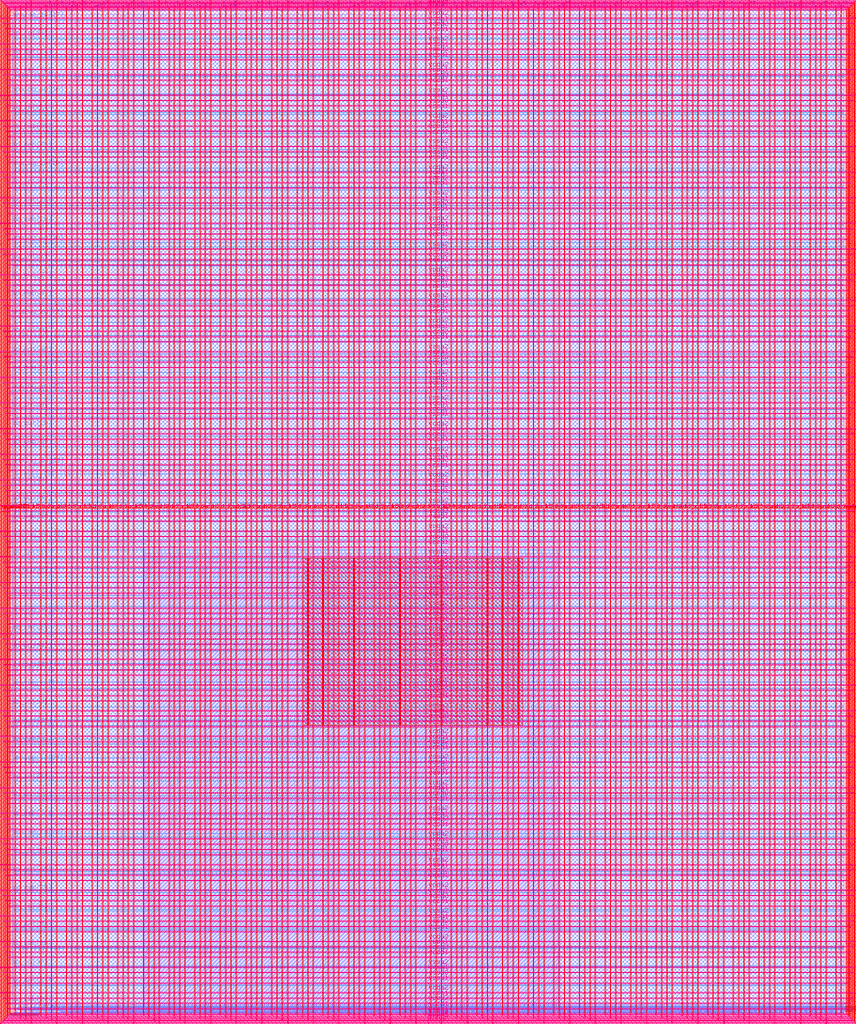
<source format=lef>
VERSION 5.7 ;
  NOWIREEXTENSIONATPIN ON ;
  DIVIDERCHAR "/" ;
  BUSBITCHARS "[]" ;
MACRO user_project_wrapper
  CLASS BLOCK ;
  FOREIGN user_project_wrapper ;
  ORIGIN 0.000 0.000 ;
  SIZE 2920.000 BY 3520.000 ;
  PIN analog_io[0]
    DIRECTION INOUT ;
    USE SIGNAL ;
    PORT
      LAYER met3 ;
        RECT 2917.600 1426.380 2924.800 1427.580 ;
    END
  END analog_io[0]
  PIN analog_io[10]
    DIRECTION INOUT ;
    USE SIGNAL ;
    PORT
      LAYER met2 ;
        RECT 2230.490 3517.600 2231.050 3524.800 ;
    END
  END analog_io[10]
  PIN analog_io[11]
    DIRECTION INOUT ;
    USE SIGNAL ;
    PORT
      LAYER met2 ;
        RECT 1905.730 3517.600 1906.290 3524.800 ;
    END
  END analog_io[11]
  PIN analog_io[12]
    DIRECTION INOUT ;
    USE SIGNAL ;
    PORT
      LAYER met2 ;
        RECT 1581.430 3517.600 1581.990 3524.800 ;
    END
  END analog_io[12]
  PIN analog_io[13]
    DIRECTION INOUT ;
    USE SIGNAL ;
    PORT
      LAYER met2 ;
        RECT 1257.130 3517.600 1257.690 3524.800 ;
    END
  END analog_io[13]
  PIN analog_io[14]
    DIRECTION INOUT ;
    USE SIGNAL ;
    PORT
      LAYER met2 ;
        RECT 932.370 3517.600 932.930 3524.800 ;
    END
  END analog_io[14]
  PIN analog_io[15]
    DIRECTION INOUT ;
    USE SIGNAL ;
    PORT
      LAYER met2 ;
        RECT 608.070 3517.600 608.630 3524.800 ;
    END
  END analog_io[15]
  PIN analog_io[16]
    DIRECTION INOUT ;
    USE SIGNAL ;
    PORT
      LAYER met2 ;
        RECT 283.770 3517.600 284.330 3524.800 ;
    END
  END analog_io[16]
  PIN analog_io[17]
    DIRECTION INOUT ;
    USE SIGNAL ;
    PORT
      LAYER met3 ;
        RECT -4.800 3486.100 2.400 3487.300 ;
    END
  END analog_io[17]
  PIN analog_io[18]
    DIRECTION INOUT ;
    USE SIGNAL ;
    PORT
      LAYER met3 ;
        RECT -4.800 3224.980 2.400 3226.180 ;
    END
  END analog_io[18]
  PIN analog_io[19]
    DIRECTION INOUT ;
    USE SIGNAL ;
    PORT
      LAYER met3 ;
        RECT -4.800 2964.540 2.400 2965.740 ;
    END
  END analog_io[19]
  PIN analog_io[1]
    DIRECTION INOUT ;
    USE SIGNAL ;
    PORT
      LAYER met3 ;
        RECT 2917.600 1692.260 2924.800 1693.460 ;
    END
  END analog_io[1]
  PIN analog_io[20]
    DIRECTION INOUT ;
    USE SIGNAL ;
    PORT
      LAYER met3 ;
        RECT -4.800 2703.420 2.400 2704.620 ;
    END
  END analog_io[20]
  PIN analog_io[21]
    DIRECTION INOUT ;
    USE SIGNAL ;
    PORT
      LAYER met3 ;
        RECT -4.800 2442.980 2.400 2444.180 ;
    END
  END analog_io[21]
  PIN analog_io[22]
    DIRECTION INOUT ;
    USE SIGNAL ;
    PORT
      LAYER met3 ;
        RECT -4.800 2182.540 2.400 2183.740 ;
    END
  END analog_io[22]
  PIN analog_io[23]
    DIRECTION INOUT ;
    USE SIGNAL ;
    PORT
      LAYER met3 ;
        RECT -4.800 1921.420 2.400 1922.620 ;
    END
  END analog_io[23]
  PIN analog_io[24]
    DIRECTION INOUT ;
    USE SIGNAL ;
    PORT
      LAYER met3 ;
        RECT -4.800 1660.980 2.400 1662.180 ;
    END
  END analog_io[24]
  PIN analog_io[25]
    DIRECTION INOUT ;
    USE SIGNAL ;
    PORT
      LAYER met3 ;
        RECT -4.800 1399.860 2.400 1401.060 ;
    END
  END analog_io[25]
  PIN analog_io[26]
    DIRECTION INOUT ;
    USE SIGNAL ;
    PORT
      LAYER met3 ;
        RECT -4.800 1139.420 2.400 1140.620 ;
    END
  END analog_io[26]
  PIN analog_io[27]
    DIRECTION INOUT ;
    USE SIGNAL ;
    PORT
      LAYER met3 ;
        RECT -4.800 878.980 2.400 880.180 ;
    END
  END analog_io[27]
  PIN analog_io[28]
    DIRECTION INOUT ;
    USE SIGNAL ;
    PORT
      LAYER met3 ;
        RECT -4.800 617.860 2.400 619.060 ;
    END
  END analog_io[28]
  PIN analog_io[2]
    DIRECTION INOUT ;
    USE SIGNAL ;
    PORT
      LAYER met3 ;
        RECT 2917.600 1958.140 2924.800 1959.340 ;
    END
  END analog_io[2]
  PIN analog_io[3]
    DIRECTION INOUT ;
    USE SIGNAL ;
    PORT
      LAYER met3 ;
        RECT 2917.600 2223.340 2924.800 2224.540 ;
    END
  END analog_io[3]
  PIN analog_io[4]
    DIRECTION INOUT ;
    USE SIGNAL ;
    PORT
      LAYER met3 ;
        RECT 2917.600 2489.220 2924.800 2490.420 ;
    END
  END analog_io[4]
  PIN analog_io[5]
    DIRECTION INOUT ;
    USE SIGNAL ;
    PORT
      LAYER met3 ;
        RECT 2917.600 2755.100 2924.800 2756.300 ;
    END
  END analog_io[5]
  PIN analog_io[6]
    DIRECTION INOUT ;
    USE SIGNAL ;
    PORT
      LAYER met3 ;
        RECT 2917.600 3020.300 2924.800 3021.500 ;
    END
  END analog_io[6]
  PIN analog_io[7]
    DIRECTION INOUT ;
    USE SIGNAL ;
    PORT
      LAYER met3 ;
        RECT 2917.600 3286.180 2924.800 3287.380 ;
    END
  END analog_io[7]
  PIN analog_io[8]
    DIRECTION INOUT ;
    USE SIGNAL ;
    PORT
      LAYER met2 ;
        RECT 2879.090 3517.600 2879.650 3524.800 ;
    END
  END analog_io[8]
  PIN analog_io[9]
    DIRECTION INOUT ;
    USE SIGNAL ;
    PORT
      LAYER met2 ;
        RECT 2554.790 3517.600 2555.350 3524.800 ;
    END
  END analog_io[9]
  PIN io_in[0]
    DIRECTION INPUT ;
    USE SIGNAL ;
    PORT
      LAYER met3 ;
        RECT 2917.600 32.380 2924.800 33.580 ;
    END
  END io_in[0]
  PIN io_in[10]
    DIRECTION INPUT ;
    USE SIGNAL ;
    PORT
      LAYER met3 ;
        RECT 2917.600 2289.980 2924.800 2291.180 ;
    END
  END io_in[10]
  PIN io_in[11]
    DIRECTION INPUT ;
    USE SIGNAL ;
    PORT
      LAYER met3 ;
        RECT 2917.600 2555.860 2924.800 2557.060 ;
    END
  END io_in[11]
  PIN io_in[12]
    DIRECTION INPUT ;
    USE SIGNAL ;
    PORT
      LAYER met3 ;
        RECT 2917.600 2821.060 2924.800 2822.260 ;
    END
  END io_in[12]
  PIN io_in[13]
    DIRECTION INPUT ;
    USE SIGNAL ;
    PORT
      LAYER met3 ;
        RECT 2917.600 3086.940 2924.800 3088.140 ;
    END
  END io_in[13]
  PIN io_in[14]
    DIRECTION INPUT ;
    USE SIGNAL ;
    PORT
      LAYER met3 ;
        RECT 2917.600 3352.820 2924.800 3354.020 ;
    END
  END io_in[14]
  PIN io_in[15]
    DIRECTION INPUT ;
    USE SIGNAL ;
    PORT
      LAYER met2 ;
        RECT 2798.130 3517.600 2798.690 3524.800 ;
    END
  END io_in[15]
  PIN io_in[16]
    DIRECTION INPUT ;
    USE SIGNAL ;
    PORT
      LAYER met2 ;
        RECT 2473.830 3517.600 2474.390 3524.800 ;
    END
  END io_in[16]
  PIN io_in[17]
    DIRECTION INPUT ;
    USE SIGNAL ;
    PORT
      LAYER met2 ;
        RECT 2149.070 3517.600 2149.630 3524.800 ;
    END
  END io_in[17]
  PIN io_in[18]
    DIRECTION INPUT ;
    USE SIGNAL ;
    PORT
      LAYER met2 ;
        RECT 1824.770 3517.600 1825.330 3524.800 ;
    END
  END io_in[18]
  PIN io_in[19]
    DIRECTION INPUT ;
    USE SIGNAL ;
    PORT
      LAYER met2 ;
        RECT 1500.470 3517.600 1501.030 3524.800 ;
    END
  END io_in[19]
  PIN io_in[1]
    DIRECTION INPUT ;
    USE SIGNAL ;
    PORT
      LAYER met3 ;
        RECT 2917.600 230.940 2924.800 232.140 ;
    END
  END io_in[1]
  PIN io_in[20]
    DIRECTION INPUT ;
    USE SIGNAL ;
    PORT
      LAYER met2 ;
        RECT 1175.710 3517.600 1176.270 3524.800 ;
    END
  END io_in[20]
  PIN io_in[21]
    DIRECTION INPUT ;
    USE SIGNAL ;
    PORT
      LAYER met2 ;
        RECT 851.410 3517.600 851.970 3524.800 ;
    END
  END io_in[21]
  PIN io_in[22]
    DIRECTION INPUT ;
    USE SIGNAL ;
    PORT
      LAYER met2 ;
        RECT 527.110 3517.600 527.670 3524.800 ;
    END
  END io_in[22]
  PIN io_in[23]
    DIRECTION INPUT ;
    USE SIGNAL ;
    PORT
      LAYER met2 ;
        RECT 202.350 3517.600 202.910 3524.800 ;
    END
  END io_in[23]
  PIN io_in[24]
    DIRECTION INPUT ;
    USE SIGNAL ;
    PORT
      LAYER met3 ;
        RECT -4.800 3420.820 2.400 3422.020 ;
    END
  END io_in[24]
  PIN io_in[25]
    DIRECTION INPUT ;
    USE SIGNAL ;
    PORT
      LAYER met3 ;
        RECT -4.800 3159.700 2.400 3160.900 ;
    END
  END io_in[25]
  PIN io_in[26]
    DIRECTION INPUT ;
    USE SIGNAL ;
    PORT
      LAYER met3 ;
        RECT -4.800 2899.260 2.400 2900.460 ;
    END
  END io_in[26]
  PIN io_in[27]
    DIRECTION INPUT ;
    USE SIGNAL ;
    PORT
      LAYER met3 ;
        RECT -4.800 2638.820 2.400 2640.020 ;
    END
  END io_in[27]
  PIN io_in[28]
    DIRECTION INPUT ;
    USE SIGNAL ;
    PORT
      LAYER met3 ;
        RECT -4.800 2377.700 2.400 2378.900 ;
    END
  END io_in[28]
  PIN io_in[29]
    DIRECTION INPUT ;
    USE SIGNAL ;
    PORT
      LAYER met3 ;
        RECT -4.800 2117.260 2.400 2118.460 ;
    END
  END io_in[29]
  PIN io_in[2]
    DIRECTION INPUT ;
    USE SIGNAL ;
    PORT
      LAYER met3 ;
        RECT 2917.600 430.180 2924.800 431.380 ;
    END
  END io_in[2]
  PIN io_in[30]
    DIRECTION INPUT ;
    USE SIGNAL ;
    PORT
      LAYER met3 ;
        RECT -4.800 1856.140 2.400 1857.340 ;
    END
  END io_in[30]
  PIN io_in[31]
    DIRECTION INPUT ;
    USE SIGNAL ;
    PORT
      LAYER met3 ;
        RECT -4.800 1595.700 2.400 1596.900 ;
    END
  END io_in[31]
  PIN io_in[32]
    DIRECTION INPUT ;
    USE SIGNAL ;
    PORT
      LAYER met3 ;
        RECT -4.800 1335.260 2.400 1336.460 ;
    END
  END io_in[32]
  PIN io_in[33]
    DIRECTION INPUT ;
    USE SIGNAL ;
    PORT
      LAYER met3 ;
        RECT -4.800 1074.140 2.400 1075.340 ;
    END
  END io_in[33]
  PIN io_in[34]
    DIRECTION INPUT ;
    USE SIGNAL ;
    PORT
      LAYER met3 ;
        RECT -4.800 813.700 2.400 814.900 ;
    END
  END io_in[34]
  PIN io_in[35]
    DIRECTION INPUT ;
    USE SIGNAL ;
    PORT
      LAYER met3 ;
        RECT -4.800 552.580 2.400 553.780 ;
    END
  END io_in[35]
  PIN io_in[36]
    DIRECTION INPUT ;
    USE SIGNAL ;
    PORT
      LAYER met3 ;
        RECT -4.800 357.420 2.400 358.620 ;
    END
  END io_in[36]
  PIN io_in[37]
    DIRECTION INPUT ;
    USE SIGNAL ;
    PORT
      LAYER met3 ;
        RECT -4.800 161.580 2.400 162.780 ;
    END
  END io_in[37]
  PIN io_in[3]
    DIRECTION INPUT ;
    USE SIGNAL ;
    PORT
      LAYER met3 ;
        RECT 2917.600 629.420 2924.800 630.620 ;
    END
  END io_in[3]
  PIN io_in[4]
    DIRECTION INPUT ;
    USE SIGNAL ;
    PORT
      LAYER met3 ;
        RECT 2917.600 828.660 2924.800 829.860 ;
    END
  END io_in[4]
  PIN io_in[5]
    DIRECTION INPUT ;
    USE SIGNAL ;
    PORT
      LAYER met3 ;
        RECT 2917.600 1027.900 2924.800 1029.100 ;
    END
  END io_in[5]
  PIN io_in[6]
    DIRECTION INPUT ;
    USE SIGNAL ;
    PORT
      LAYER met3 ;
        RECT 2917.600 1227.140 2924.800 1228.340 ;
    END
  END io_in[6]
  PIN io_in[7]
    DIRECTION INPUT ;
    USE SIGNAL ;
    PORT
      LAYER met3 ;
        RECT 2917.600 1493.020 2924.800 1494.220 ;
    END
  END io_in[7]
  PIN io_in[8]
    DIRECTION INPUT ;
    USE SIGNAL ;
    PORT
      LAYER met3 ;
        RECT 2917.600 1758.900 2924.800 1760.100 ;
    END
  END io_in[8]
  PIN io_in[9]
    DIRECTION INPUT ;
    USE SIGNAL ;
    PORT
      LAYER met3 ;
        RECT 2917.600 2024.100 2924.800 2025.300 ;
    END
  END io_in[9]
  PIN io_oeb[0]
    DIRECTION OUTPUT TRISTATE ;
    USE SIGNAL ;
    PORT
      LAYER met3 ;
        RECT 2917.600 164.980 2924.800 166.180 ;
    END
  END io_oeb[0]
  PIN io_oeb[10]
    DIRECTION OUTPUT TRISTATE ;
    USE SIGNAL ;
    PORT
      LAYER met3 ;
        RECT 2917.600 2422.580 2924.800 2423.780 ;
    END
  END io_oeb[10]
  PIN io_oeb[11]
    DIRECTION OUTPUT TRISTATE ;
    USE SIGNAL ;
    PORT
      LAYER met3 ;
        RECT 2917.600 2688.460 2924.800 2689.660 ;
    END
  END io_oeb[11]
  PIN io_oeb[12]
    DIRECTION OUTPUT TRISTATE ;
    USE SIGNAL ;
    PORT
      LAYER met3 ;
        RECT 2917.600 2954.340 2924.800 2955.540 ;
    END
  END io_oeb[12]
  PIN io_oeb[13]
    DIRECTION OUTPUT TRISTATE ;
    USE SIGNAL ;
    PORT
      LAYER met3 ;
        RECT 2917.600 3219.540 2924.800 3220.740 ;
    END
  END io_oeb[13]
  PIN io_oeb[14]
    DIRECTION OUTPUT TRISTATE ;
    USE SIGNAL ;
    PORT
      LAYER met3 ;
        RECT 2917.600 3485.420 2924.800 3486.620 ;
    END
  END io_oeb[14]
  PIN io_oeb[15]
    DIRECTION OUTPUT TRISTATE ;
    USE SIGNAL ;
    PORT
      LAYER met2 ;
        RECT 2635.750 3517.600 2636.310 3524.800 ;
    END
  END io_oeb[15]
  PIN io_oeb[16]
    DIRECTION OUTPUT TRISTATE ;
    USE SIGNAL ;
    PORT
      LAYER met2 ;
        RECT 2311.450 3517.600 2312.010 3524.800 ;
    END
  END io_oeb[16]
  PIN io_oeb[17]
    DIRECTION OUTPUT TRISTATE ;
    USE SIGNAL ;
    PORT
      LAYER met2 ;
        RECT 1987.150 3517.600 1987.710 3524.800 ;
    END
  END io_oeb[17]
  PIN io_oeb[18]
    DIRECTION OUTPUT TRISTATE ;
    USE SIGNAL ;
    PORT
      LAYER met2 ;
        RECT 1662.390 3517.600 1662.950 3524.800 ;
    END
  END io_oeb[18]
  PIN io_oeb[19]
    DIRECTION OUTPUT TRISTATE ;
    USE SIGNAL ;
    PORT
      LAYER met2 ;
        RECT 1338.090 3517.600 1338.650 3524.800 ;
    END
  END io_oeb[19]
  PIN io_oeb[1]
    DIRECTION OUTPUT TRISTATE ;
    USE SIGNAL ;
    PORT
      LAYER met3 ;
        RECT 2917.600 364.220 2924.800 365.420 ;
    END
  END io_oeb[1]
  PIN io_oeb[20]
    DIRECTION OUTPUT TRISTATE ;
    USE SIGNAL ;
    PORT
      LAYER met2 ;
        RECT 1013.790 3517.600 1014.350 3524.800 ;
    END
  END io_oeb[20]
  PIN io_oeb[21]
    DIRECTION OUTPUT TRISTATE ;
    USE SIGNAL ;
    PORT
      LAYER met2 ;
        RECT 689.030 3517.600 689.590 3524.800 ;
    END
  END io_oeb[21]
  PIN io_oeb[22]
    DIRECTION OUTPUT TRISTATE ;
    USE SIGNAL ;
    PORT
      LAYER met2 ;
        RECT 364.730 3517.600 365.290 3524.800 ;
    END
  END io_oeb[22]
  PIN io_oeb[23]
    DIRECTION OUTPUT TRISTATE ;
    USE SIGNAL ;
    PORT
      LAYER met2 ;
        RECT 40.430 3517.600 40.990 3524.800 ;
    END
  END io_oeb[23]
  PIN io_oeb[24]
    DIRECTION OUTPUT TRISTATE ;
    USE SIGNAL ;
    PORT
      LAYER met3 ;
        RECT -4.800 3290.260 2.400 3291.460 ;
    END
  END io_oeb[24]
  PIN io_oeb[25]
    DIRECTION OUTPUT TRISTATE ;
    USE SIGNAL ;
    PORT
      LAYER met3 ;
        RECT -4.800 3029.820 2.400 3031.020 ;
    END
  END io_oeb[25]
  PIN io_oeb[26]
    DIRECTION OUTPUT TRISTATE ;
    USE SIGNAL ;
    PORT
      LAYER met3 ;
        RECT -4.800 2768.700 2.400 2769.900 ;
    END
  END io_oeb[26]
  PIN io_oeb[27]
    DIRECTION OUTPUT TRISTATE ;
    USE SIGNAL ;
    PORT
      LAYER met3 ;
        RECT -4.800 2508.260 2.400 2509.460 ;
    END
  END io_oeb[27]
  PIN io_oeb[28]
    DIRECTION OUTPUT TRISTATE ;
    USE SIGNAL ;
    PORT
      LAYER met3 ;
        RECT -4.800 2247.140 2.400 2248.340 ;
    END
  END io_oeb[28]
  PIN io_oeb[29]
    DIRECTION OUTPUT TRISTATE ;
    USE SIGNAL ;
    PORT
      LAYER met3 ;
        RECT -4.800 1986.700 2.400 1987.900 ;
    END
  END io_oeb[29]
  PIN io_oeb[2]
    DIRECTION OUTPUT TRISTATE ;
    USE SIGNAL ;
    PORT
      LAYER met3 ;
        RECT 2917.600 563.460 2924.800 564.660 ;
    END
  END io_oeb[2]
  PIN io_oeb[30]
    DIRECTION OUTPUT TRISTATE ;
    USE SIGNAL ;
    PORT
      LAYER met3 ;
        RECT -4.800 1726.260 2.400 1727.460 ;
    END
  END io_oeb[30]
  PIN io_oeb[31]
    DIRECTION OUTPUT TRISTATE ;
    USE SIGNAL ;
    PORT
      LAYER met3 ;
        RECT -4.800 1465.140 2.400 1466.340 ;
    END
  END io_oeb[31]
  PIN io_oeb[32]
    DIRECTION OUTPUT TRISTATE ;
    USE SIGNAL ;
    PORT
      LAYER met3 ;
        RECT -4.800 1204.700 2.400 1205.900 ;
    END
  END io_oeb[32]
  PIN io_oeb[33]
    DIRECTION OUTPUT TRISTATE ;
    USE SIGNAL ;
    PORT
      LAYER met3 ;
        RECT -4.800 943.580 2.400 944.780 ;
    END
  END io_oeb[33]
  PIN io_oeb[34]
    DIRECTION OUTPUT TRISTATE ;
    USE SIGNAL ;
    PORT
      LAYER met3 ;
        RECT -4.800 683.140 2.400 684.340 ;
    END
  END io_oeb[34]
  PIN io_oeb[35]
    DIRECTION OUTPUT TRISTATE ;
    USE SIGNAL ;
    PORT
      LAYER met3 ;
        RECT -4.800 422.700 2.400 423.900 ;
    END
  END io_oeb[35]
  PIN io_oeb[36]
    DIRECTION OUTPUT TRISTATE ;
    USE SIGNAL ;
    PORT
      LAYER met3 ;
        RECT -4.800 226.860 2.400 228.060 ;
    END
  END io_oeb[36]
  PIN io_oeb[37]
    DIRECTION OUTPUT TRISTATE ;
    USE SIGNAL ;
    PORT
      LAYER met3 ;
        RECT -4.800 31.700 2.400 32.900 ;
    END
  END io_oeb[37]
  PIN io_oeb[3]
    DIRECTION OUTPUT TRISTATE ;
    USE SIGNAL ;
    PORT
      LAYER met3 ;
        RECT 2917.600 762.700 2924.800 763.900 ;
    END
  END io_oeb[3]
  PIN io_oeb[4]
    DIRECTION OUTPUT TRISTATE ;
    USE SIGNAL ;
    PORT
      LAYER met3 ;
        RECT 2917.600 961.940 2924.800 963.140 ;
    END
  END io_oeb[4]
  PIN io_oeb[5]
    DIRECTION OUTPUT TRISTATE ;
    USE SIGNAL ;
    PORT
      LAYER met3 ;
        RECT 2917.600 1161.180 2924.800 1162.380 ;
    END
  END io_oeb[5]
  PIN io_oeb[6]
    DIRECTION OUTPUT TRISTATE ;
    USE SIGNAL ;
    PORT
      LAYER met3 ;
        RECT 2917.600 1360.420 2924.800 1361.620 ;
    END
  END io_oeb[6]
  PIN io_oeb[7]
    DIRECTION OUTPUT TRISTATE ;
    USE SIGNAL ;
    PORT
      LAYER met3 ;
        RECT 2917.600 1625.620 2924.800 1626.820 ;
    END
  END io_oeb[7]
  PIN io_oeb[8]
    DIRECTION OUTPUT TRISTATE ;
    USE SIGNAL ;
    PORT
      LAYER met3 ;
        RECT 2917.600 1891.500 2924.800 1892.700 ;
    END
  END io_oeb[8]
  PIN io_oeb[9]
    DIRECTION OUTPUT TRISTATE ;
    USE SIGNAL ;
    PORT
      LAYER met3 ;
        RECT 2917.600 2157.380 2924.800 2158.580 ;
    END
  END io_oeb[9]
  PIN io_out[0]
    DIRECTION OUTPUT TRISTATE ;
    USE SIGNAL ;
    PORT
      LAYER met3 ;
        RECT 2917.600 98.340 2924.800 99.540 ;
    END
  END io_out[0]
  PIN io_out[10]
    DIRECTION OUTPUT TRISTATE ;
    USE SIGNAL ;
    PORT
      LAYER met3 ;
        RECT 2917.600 2356.620 2924.800 2357.820 ;
    END
  END io_out[10]
  PIN io_out[11]
    DIRECTION OUTPUT TRISTATE ;
    USE SIGNAL ;
    PORT
      LAYER met3 ;
        RECT 2917.600 2621.820 2924.800 2623.020 ;
    END
  END io_out[11]
  PIN io_out[12]
    DIRECTION OUTPUT TRISTATE ;
    USE SIGNAL ;
    PORT
      LAYER met3 ;
        RECT 2917.600 2887.700 2924.800 2888.900 ;
    END
  END io_out[12]
  PIN io_out[13]
    DIRECTION OUTPUT TRISTATE ;
    USE SIGNAL ;
    PORT
      LAYER met3 ;
        RECT 2917.600 3153.580 2924.800 3154.780 ;
    END
  END io_out[13]
  PIN io_out[14]
    DIRECTION OUTPUT TRISTATE ;
    USE SIGNAL ;
    PORT
      LAYER met3 ;
        RECT 2917.600 3418.780 2924.800 3419.980 ;
    END
  END io_out[14]
  PIN io_out[15]
    DIRECTION OUTPUT TRISTATE ;
    USE SIGNAL ;
    PORT
      LAYER met2 ;
        RECT 2717.170 3517.600 2717.730 3524.800 ;
    END
  END io_out[15]
  PIN io_out[16]
    DIRECTION OUTPUT TRISTATE ;
    USE SIGNAL ;
    PORT
      LAYER met2 ;
        RECT 2392.410 3517.600 2392.970 3524.800 ;
    END
  END io_out[16]
  PIN io_out[17]
    DIRECTION OUTPUT TRISTATE ;
    USE SIGNAL ;
    PORT
      LAYER met2 ;
        RECT 2068.110 3517.600 2068.670 3524.800 ;
    END
  END io_out[17]
  PIN io_out[18]
    DIRECTION OUTPUT TRISTATE ;
    USE SIGNAL ;
    PORT
      LAYER met2 ;
        RECT 1743.810 3517.600 1744.370 3524.800 ;
    END
  END io_out[18]
  PIN io_out[19]
    DIRECTION OUTPUT TRISTATE ;
    USE SIGNAL ;
    PORT
      LAYER met2 ;
        RECT 1419.050 3517.600 1419.610 3524.800 ;
    END
  END io_out[19]
  PIN io_out[1]
    DIRECTION OUTPUT TRISTATE ;
    USE SIGNAL ;
    PORT
      LAYER met3 ;
        RECT 2917.600 297.580 2924.800 298.780 ;
    END
  END io_out[1]
  PIN io_out[20]
    DIRECTION OUTPUT TRISTATE ;
    USE SIGNAL ;
    PORT
      LAYER met2 ;
        RECT 1094.750 3517.600 1095.310 3524.800 ;
    END
  END io_out[20]
  PIN io_out[21]
    DIRECTION OUTPUT TRISTATE ;
    USE SIGNAL ;
    PORT
      LAYER met2 ;
        RECT 770.450 3517.600 771.010 3524.800 ;
    END
  END io_out[21]
  PIN io_out[22]
    DIRECTION OUTPUT TRISTATE ;
    USE SIGNAL ;
    PORT
      LAYER met2 ;
        RECT 445.690 3517.600 446.250 3524.800 ;
    END
  END io_out[22]
  PIN io_out[23]
    DIRECTION OUTPUT TRISTATE ;
    USE SIGNAL ;
    PORT
      LAYER met2 ;
        RECT 121.390 3517.600 121.950 3524.800 ;
    END
  END io_out[23]
  PIN io_out[24]
    DIRECTION OUTPUT TRISTATE ;
    USE SIGNAL ;
    PORT
      LAYER met3 ;
        RECT -4.800 3355.540 2.400 3356.740 ;
    END
  END io_out[24]
  PIN io_out[25]
    DIRECTION OUTPUT TRISTATE ;
    USE SIGNAL ;
    PORT
      LAYER met3 ;
        RECT -4.800 3095.100 2.400 3096.300 ;
    END
  END io_out[25]
  PIN io_out[26]
    DIRECTION OUTPUT TRISTATE ;
    USE SIGNAL ;
    PORT
      LAYER met3 ;
        RECT -4.800 2833.980 2.400 2835.180 ;
    END
  END io_out[26]
  PIN io_out[27]
    DIRECTION OUTPUT TRISTATE ;
    USE SIGNAL ;
    PORT
      LAYER met3 ;
        RECT -4.800 2573.540 2.400 2574.740 ;
    END
  END io_out[27]
  PIN io_out[28]
    DIRECTION OUTPUT TRISTATE ;
    USE SIGNAL ;
    PORT
      LAYER met3 ;
        RECT -4.800 2312.420 2.400 2313.620 ;
    END
  END io_out[28]
  PIN io_out[29]
    DIRECTION OUTPUT TRISTATE ;
    USE SIGNAL ;
    PORT
      LAYER met3 ;
        RECT -4.800 2051.980 2.400 2053.180 ;
    END
  END io_out[29]
  PIN io_out[2]
    DIRECTION OUTPUT TRISTATE ;
    USE SIGNAL ;
    PORT
      LAYER met3 ;
        RECT 2917.600 496.820 2924.800 498.020 ;
    END
  END io_out[2]
  PIN io_out[30]
    DIRECTION OUTPUT TRISTATE ;
    USE SIGNAL ;
    PORT
      LAYER met3 ;
        RECT -4.800 1791.540 2.400 1792.740 ;
    END
  END io_out[30]
  PIN io_out[31]
    DIRECTION OUTPUT TRISTATE ;
    USE SIGNAL ;
    PORT
      LAYER met3 ;
        RECT -4.800 1530.420 2.400 1531.620 ;
    END
  END io_out[31]
  PIN io_out[32]
    DIRECTION OUTPUT TRISTATE ;
    USE SIGNAL ;
    PORT
      LAYER met3 ;
        RECT -4.800 1269.980 2.400 1271.180 ;
    END
  END io_out[32]
  PIN io_out[33]
    DIRECTION OUTPUT TRISTATE ;
    USE SIGNAL ;
    PORT
      LAYER met3 ;
        RECT -4.800 1008.860 2.400 1010.060 ;
    END
  END io_out[33]
  PIN io_out[34]
    DIRECTION OUTPUT TRISTATE ;
    USE SIGNAL ;
    PORT
      LAYER met3 ;
        RECT -4.800 748.420 2.400 749.620 ;
    END
  END io_out[34]
  PIN io_out[35]
    DIRECTION OUTPUT TRISTATE ;
    USE SIGNAL ;
    PORT
      LAYER met3 ;
        RECT -4.800 487.300 2.400 488.500 ;
    END
  END io_out[35]
  PIN io_out[36]
    DIRECTION OUTPUT TRISTATE ;
    USE SIGNAL ;
    PORT
      LAYER met3 ;
        RECT -4.800 292.140 2.400 293.340 ;
    END
  END io_out[36]
  PIN io_out[37]
    DIRECTION OUTPUT TRISTATE ;
    USE SIGNAL ;
    PORT
      LAYER met3 ;
        RECT -4.800 96.300 2.400 97.500 ;
    END
  END io_out[37]
  PIN io_out[3]
    DIRECTION OUTPUT TRISTATE ;
    USE SIGNAL ;
    PORT
      LAYER met3 ;
        RECT 2917.600 696.060 2924.800 697.260 ;
    END
  END io_out[3]
  PIN io_out[4]
    DIRECTION OUTPUT TRISTATE ;
    USE SIGNAL ;
    PORT
      LAYER met3 ;
        RECT 2917.600 895.300 2924.800 896.500 ;
    END
  END io_out[4]
  PIN io_out[5]
    DIRECTION OUTPUT TRISTATE ;
    USE SIGNAL ;
    PORT
      LAYER met3 ;
        RECT 2917.600 1094.540 2924.800 1095.740 ;
    END
  END io_out[5]
  PIN io_out[6]
    DIRECTION OUTPUT TRISTATE ;
    USE SIGNAL ;
    PORT
      LAYER met3 ;
        RECT 2917.600 1293.780 2924.800 1294.980 ;
    END
  END io_out[6]
  PIN io_out[7]
    DIRECTION OUTPUT TRISTATE ;
    USE SIGNAL ;
    PORT
      LAYER met3 ;
        RECT 2917.600 1559.660 2924.800 1560.860 ;
    END
  END io_out[7]
  PIN io_out[8]
    DIRECTION OUTPUT TRISTATE ;
    USE SIGNAL ;
    PORT
      LAYER met3 ;
        RECT 2917.600 1824.860 2924.800 1826.060 ;
    END
  END io_out[8]
  PIN io_out[9]
    DIRECTION OUTPUT TRISTATE ;
    USE SIGNAL ;
    PORT
      LAYER met3 ;
        RECT 2917.600 2090.740 2924.800 2091.940 ;
    END
  END io_out[9]
  PIN la_data_in[0]
    DIRECTION INPUT ;
    USE SIGNAL ;
    PORT
      LAYER met2 ;
        RECT 629.230 -4.800 629.790 2.400 ;
    END
  END la_data_in[0]
  PIN la_data_in[100]
    DIRECTION INPUT ;
    USE SIGNAL ;
    PORT
      LAYER met2 ;
        RECT 2402.530 -4.800 2403.090 2.400 ;
    END
  END la_data_in[100]
  PIN la_data_in[101]
    DIRECTION INPUT ;
    USE SIGNAL ;
    PORT
      LAYER met2 ;
        RECT 2420.010 -4.800 2420.570 2.400 ;
    END
  END la_data_in[101]
  PIN la_data_in[102]
    DIRECTION INPUT ;
    USE SIGNAL ;
    PORT
      LAYER met2 ;
        RECT 2437.950 -4.800 2438.510 2.400 ;
    END
  END la_data_in[102]
  PIN la_data_in[103]
    DIRECTION INPUT ;
    USE SIGNAL ;
    PORT
      LAYER met2 ;
        RECT 2455.430 -4.800 2455.990 2.400 ;
    END
  END la_data_in[103]
  PIN la_data_in[104]
    DIRECTION INPUT ;
    USE SIGNAL ;
    PORT
      LAYER met2 ;
        RECT 2473.370 -4.800 2473.930 2.400 ;
    END
  END la_data_in[104]
  PIN la_data_in[105]
    DIRECTION INPUT ;
    USE SIGNAL ;
    PORT
      LAYER met2 ;
        RECT 2490.850 -4.800 2491.410 2.400 ;
    END
  END la_data_in[105]
  PIN la_data_in[106]
    DIRECTION INPUT ;
    USE SIGNAL ;
    PORT
      LAYER met2 ;
        RECT 2508.790 -4.800 2509.350 2.400 ;
    END
  END la_data_in[106]
  PIN la_data_in[107]
    DIRECTION INPUT ;
    USE SIGNAL ;
    PORT
      LAYER met2 ;
        RECT 2526.730 -4.800 2527.290 2.400 ;
    END
  END la_data_in[107]
  PIN la_data_in[108]
    DIRECTION INPUT ;
    USE SIGNAL ;
    PORT
      LAYER met2 ;
        RECT 2544.210 -4.800 2544.770 2.400 ;
    END
  END la_data_in[108]
  PIN la_data_in[109]
    DIRECTION INPUT ;
    USE SIGNAL ;
    PORT
      LAYER met2 ;
        RECT 2562.150 -4.800 2562.710 2.400 ;
    END
  END la_data_in[109]
  PIN la_data_in[10]
    DIRECTION INPUT ;
    USE SIGNAL ;
    PORT
      LAYER met2 ;
        RECT 806.330 -4.800 806.890 2.400 ;
    END
  END la_data_in[10]
  PIN la_data_in[110]
    DIRECTION INPUT ;
    USE SIGNAL ;
    PORT
      LAYER met2 ;
        RECT 2579.630 -4.800 2580.190 2.400 ;
    END
  END la_data_in[110]
  PIN la_data_in[111]
    DIRECTION INPUT ;
    USE SIGNAL ;
    PORT
      LAYER met2 ;
        RECT 2597.570 -4.800 2598.130 2.400 ;
    END
  END la_data_in[111]
  PIN la_data_in[112]
    DIRECTION INPUT ;
    USE SIGNAL ;
    PORT
      LAYER met2 ;
        RECT 2615.050 -4.800 2615.610 2.400 ;
    END
  END la_data_in[112]
  PIN la_data_in[113]
    DIRECTION INPUT ;
    USE SIGNAL ;
    PORT
      LAYER met2 ;
        RECT 2632.990 -4.800 2633.550 2.400 ;
    END
  END la_data_in[113]
  PIN la_data_in[114]
    DIRECTION INPUT ;
    USE SIGNAL ;
    PORT
      LAYER met2 ;
        RECT 2650.470 -4.800 2651.030 2.400 ;
    END
  END la_data_in[114]
  PIN la_data_in[115]
    DIRECTION INPUT ;
    USE SIGNAL ;
    PORT
      LAYER met2 ;
        RECT 2668.410 -4.800 2668.970 2.400 ;
    END
  END la_data_in[115]
  PIN la_data_in[116]
    DIRECTION INPUT ;
    USE SIGNAL ;
    PORT
      LAYER met2 ;
        RECT 2685.890 -4.800 2686.450 2.400 ;
    END
  END la_data_in[116]
  PIN la_data_in[117]
    DIRECTION INPUT ;
    USE SIGNAL ;
    PORT
      LAYER met2 ;
        RECT 2703.830 -4.800 2704.390 2.400 ;
    END
  END la_data_in[117]
  PIN la_data_in[118]
    DIRECTION INPUT ;
    USE SIGNAL ;
    PORT
      LAYER met2 ;
        RECT 2721.770 -4.800 2722.330 2.400 ;
    END
  END la_data_in[118]
  PIN la_data_in[119]
    DIRECTION INPUT ;
    USE SIGNAL ;
    PORT
      LAYER met2 ;
        RECT 2739.250 -4.800 2739.810 2.400 ;
    END
  END la_data_in[119]
  PIN la_data_in[11]
    DIRECTION INPUT ;
    USE SIGNAL ;
    PORT
      LAYER met2 ;
        RECT 824.270 -4.800 824.830 2.400 ;
    END
  END la_data_in[11]
  PIN la_data_in[120]
    DIRECTION INPUT ;
    USE SIGNAL ;
    PORT
      LAYER met2 ;
        RECT 2757.190 -4.800 2757.750 2.400 ;
    END
  END la_data_in[120]
  PIN la_data_in[121]
    DIRECTION INPUT ;
    USE SIGNAL ;
    PORT
      LAYER met2 ;
        RECT 2774.670 -4.800 2775.230 2.400 ;
    END
  END la_data_in[121]
  PIN la_data_in[122]
    DIRECTION INPUT ;
    USE SIGNAL ;
    PORT
      LAYER met2 ;
        RECT 2792.610 -4.800 2793.170 2.400 ;
    END
  END la_data_in[122]
  PIN la_data_in[123]
    DIRECTION INPUT ;
    USE SIGNAL ;
    PORT
      LAYER met2 ;
        RECT 2810.090 -4.800 2810.650 2.400 ;
    END
  END la_data_in[123]
  PIN la_data_in[124]
    DIRECTION INPUT ;
    USE SIGNAL ;
    PORT
      LAYER met2 ;
        RECT 2828.030 -4.800 2828.590 2.400 ;
    END
  END la_data_in[124]
  PIN la_data_in[125]
    DIRECTION INPUT ;
    USE SIGNAL ;
    PORT
      LAYER met2 ;
        RECT 2845.510 -4.800 2846.070 2.400 ;
    END
  END la_data_in[125]
  PIN la_data_in[126]
    DIRECTION INPUT ;
    USE SIGNAL ;
    PORT
      LAYER met2 ;
        RECT 2863.450 -4.800 2864.010 2.400 ;
    END
  END la_data_in[126]
  PIN la_data_in[127]
    DIRECTION INPUT ;
    USE SIGNAL ;
    PORT
      LAYER met2 ;
        RECT 2881.390 -4.800 2881.950 2.400 ;
    END
  END la_data_in[127]
  PIN la_data_in[12]
    DIRECTION INPUT ;
    USE SIGNAL ;
    PORT
      LAYER met2 ;
        RECT 841.750 -4.800 842.310 2.400 ;
    END
  END la_data_in[12]
  PIN la_data_in[13]
    DIRECTION INPUT ;
    USE SIGNAL ;
    PORT
      LAYER met2 ;
        RECT 859.690 -4.800 860.250 2.400 ;
    END
  END la_data_in[13]
  PIN la_data_in[14]
    DIRECTION INPUT ;
    USE SIGNAL ;
    PORT
      LAYER met2 ;
        RECT 877.170 -4.800 877.730 2.400 ;
    END
  END la_data_in[14]
  PIN la_data_in[15]
    DIRECTION INPUT ;
    USE SIGNAL ;
    PORT
      LAYER met2 ;
        RECT 895.110 -4.800 895.670 2.400 ;
    END
  END la_data_in[15]
  PIN la_data_in[16]
    DIRECTION INPUT ;
    USE SIGNAL ;
    PORT
      LAYER met2 ;
        RECT 912.590 -4.800 913.150 2.400 ;
    END
  END la_data_in[16]
  PIN la_data_in[17]
    DIRECTION INPUT ;
    USE SIGNAL ;
    PORT
      LAYER met2 ;
        RECT 930.530 -4.800 931.090 2.400 ;
    END
  END la_data_in[17]
  PIN la_data_in[18]
    DIRECTION INPUT ;
    USE SIGNAL ;
    PORT
      LAYER met2 ;
        RECT 948.470 -4.800 949.030 2.400 ;
    END
  END la_data_in[18]
  PIN la_data_in[19]
    DIRECTION INPUT ;
    USE SIGNAL ;
    PORT
      LAYER met2 ;
        RECT 965.950 -4.800 966.510 2.400 ;
    END
  END la_data_in[19]
  PIN la_data_in[1]
    DIRECTION INPUT ;
    USE SIGNAL ;
    PORT
      LAYER met2 ;
        RECT 646.710 -4.800 647.270 2.400 ;
    END
  END la_data_in[1]
  PIN la_data_in[20]
    DIRECTION INPUT ;
    USE SIGNAL ;
    PORT
      LAYER met2 ;
        RECT 983.890 -4.800 984.450 2.400 ;
    END
  END la_data_in[20]
  PIN la_data_in[21]
    DIRECTION INPUT ;
    USE SIGNAL ;
    PORT
      LAYER met2 ;
        RECT 1001.370 -4.800 1001.930 2.400 ;
    END
  END la_data_in[21]
  PIN la_data_in[22]
    DIRECTION INPUT ;
    USE SIGNAL ;
    PORT
      LAYER met2 ;
        RECT 1019.310 -4.800 1019.870 2.400 ;
    END
  END la_data_in[22]
  PIN la_data_in[23]
    DIRECTION INPUT ;
    USE SIGNAL ;
    PORT
      LAYER met2 ;
        RECT 1036.790 -4.800 1037.350 2.400 ;
    END
  END la_data_in[23]
  PIN la_data_in[24]
    DIRECTION INPUT ;
    USE SIGNAL ;
    PORT
      LAYER met2 ;
        RECT 1054.730 -4.800 1055.290 2.400 ;
    END
  END la_data_in[24]
  PIN la_data_in[25]
    DIRECTION INPUT ;
    USE SIGNAL ;
    PORT
      LAYER met2 ;
        RECT 1072.210 -4.800 1072.770 2.400 ;
    END
  END la_data_in[25]
  PIN la_data_in[26]
    DIRECTION INPUT ;
    USE SIGNAL ;
    PORT
      LAYER met2 ;
        RECT 1090.150 -4.800 1090.710 2.400 ;
    END
  END la_data_in[26]
  PIN la_data_in[27]
    DIRECTION INPUT ;
    USE SIGNAL ;
    PORT
      LAYER met2 ;
        RECT 1107.630 -4.800 1108.190 2.400 ;
    END
  END la_data_in[27]
  PIN la_data_in[28]
    DIRECTION INPUT ;
    USE SIGNAL ;
    PORT
      LAYER met2 ;
        RECT 1125.570 -4.800 1126.130 2.400 ;
    END
  END la_data_in[28]
  PIN la_data_in[29]
    DIRECTION INPUT ;
    USE SIGNAL ;
    PORT
      LAYER met2 ;
        RECT 1143.510 -4.800 1144.070 2.400 ;
    END
  END la_data_in[29]
  PIN la_data_in[2]
    DIRECTION INPUT ;
    USE SIGNAL ;
    PORT
      LAYER met2 ;
        RECT 664.650 -4.800 665.210 2.400 ;
    END
  END la_data_in[2]
  PIN la_data_in[30]
    DIRECTION INPUT ;
    USE SIGNAL ;
    PORT
      LAYER met2 ;
        RECT 1160.990 -4.800 1161.550 2.400 ;
    END
  END la_data_in[30]
  PIN la_data_in[31]
    DIRECTION INPUT ;
    USE SIGNAL ;
    PORT
      LAYER met2 ;
        RECT 1178.930 -4.800 1179.490 2.400 ;
    END
  END la_data_in[31]
  PIN la_data_in[32]
    DIRECTION INPUT ;
    USE SIGNAL ;
    PORT
      LAYER met2 ;
        RECT 1196.410 -4.800 1196.970 2.400 ;
    END
  END la_data_in[32]
  PIN la_data_in[33]
    DIRECTION INPUT ;
    USE SIGNAL ;
    PORT
      LAYER met2 ;
        RECT 1214.350 -4.800 1214.910 2.400 ;
    END
  END la_data_in[33]
  PIN la_data_in[34]
    DIRECTION INPUT ;
    USE SIGNAL ;
    PORT
      LAYER met2 ;
        RECT 1231.830 -4.800 1232.390 2.400 ;
    END
  END la_data_in[34]
  PIN la_data_in[35]
    DIRECTION INPUT ;
    USE SIGNAL ;
    PORT
      LAYER met2 ;
        RECT 1249.770 -4.800 1250.330 2.400 ;
    END
  END la_data_in[35]
  PIN la_data_in[36]
    DIRECTION INPUT ;
    USE SIGNAL ;
    PORT
      LAYER met2 ;
        RECT 1267.250 -4.800 1267.810 2.400 ;
    END
  END la_data_in[36]
  PIN la_data_in[37]
    DIRECTION INPUT ;
    USE SIGNAL ;
    PORT
      LAYER met2 ;
        RECT 1285.190 -4.800 1285.750 2.400 ;
    END
  END la_data_in[37]
  PIN la_data_in[38]
    DIRECTION INPUT ;
    USE SIGNAL ;
    PORT
      LAYER met2 ;
        RECT 1303.130 -4.800 1303.690 2.400 ;
    END
  END la_data_in[38]
  PIN la_data_in[39]
    DIRECTION INPUT ;
    USE SIGNAL ;
    PORT
      LAYER met2 ;
        RECT 1320.610 -4.800 1321.170 2.400 ;
    END
  END la_data_in[39]
  PIN la_data_in[3]
    DIRECTION INPUT ;
    USE SIGNAL ;
    PORT
      LAYER met2 ;
        RECT 682.130 -4.800 682.690 2.400 ;
    END
  END la_data_in[3]
  PIN la_data_in[40]
    DIRECTION INPUT ;
    USE SIGNAL ;
    PORT
      LAYER met2 ;
        RECT 1338.550 -4.800 1339.110 2.400 ;
    END
  END la_data_in[40]
  PIN la_data_in[41]
    DIRECTION INPUT ;
    USE SIGNAL ;
    PORT
      LAYER met2 ;
        RECT 1356.030 -4.800 1356.590 2.400 ;
    END
  END la_data_in[41]
  PIN la_data_in[42]
    DIRECTION INPUT ;
    USE SIGNAL ;
    PORT
      LAYER met2 ;
        RECT 1373.970 -4.800 1374.530 2.400 ;
    END
  END la_data_in[42]
  PIN la_data_in[43]
    DIRECTION INPUT ;
    USE SIGNAL ;
    PORT
      LAYER met2 ;
        RECT 1391.450 -4.800 1392.010 2.400 ;
    END
  END la_data_in[43]
  PIN la_data_in[44]
    DIRECTION INPUT ;
    USE SIGNAL ;
    PORT
      LAYER met2 ;
        RECT 1409.390 -4.800 1409.950 2.400 ;
    END
  END la_data_in[44]
  PIN la_data_in[45]
    DIRECTION INPUT ;
    USE SIGNAL ;
    PORT
      LAYER met2 ;
        RECT 1426.870 -4.800 1427.430 2.400 ;
    END
  END la_data_in[45]
  PIN la_data_in[46]
    DIRECTION INPUT ;
    USE SIGNAL ;
    PORT
      LAYER met2 ;
        RECT 1444.810 -4.800 1445.370 2.400 ;
    END
  END la_data_in[46]
  PIN la_data_in[47]
    DIRECTION INPUT ;
    USE SIGNAL ;
    PORT
      LAYER met2 ;
        RECT 1462.750 -4.800 1463.310 2.400 ;
    END
  END la_data_in[47]
  PIN la_data_in[48]
    DIRECTION INPUT ;
    USE SIGNAL ;
    PORT
      LAYER met2 ;
        RECT 1480.230 -4.800 1480.790 2.400 ;
    END
  END la_data_in[48]
  PIN la_data_in[49]
    DIRECTION INPUT ;
    USE SIGNAL ;
    PORT
      LAYER met2 ;
        RECT 1498.170 -4.800 1498.730 2.400 ;
    END
  END la_data_in[49]
  PIN la_data_in[4]
    DIRECTION INPUT ;
    USE SIGNAL ;
    PORT
      LAYER met2 ;
        RECT 700.070 -4.800 700.630 2.400 ;
    END
  END la_data_in[4]
  PIN la_data_in[50]
    DIRECTION INPUT ;
    USE SIGNAL ;
    PORT
      LAYER met2 ;
        RECT 1515.650 -4.800 1516.210 2.400 ;
    END
  END la_data_in[50]
  PIN la_data_in[51]
    DIRECTION INPUT ;
    USE SIGNAL ;
    PORT
      LAYER met2 ;
        RECT 1533.590 -4.800 1534.150 2.400 ;
    END
  END la_data_in[51]
  PIN la_data_in[52]
    DIRECTION INPUT ;
    USE SIGNAL ;
    PORT
      LAYER met2 ;
        RECT 1551.070 -4.800 1551.630 2.400 ;
    END
  END la_data_in[52]
  PIN la_data_in[53]
    DIRECTION INPUT ;
    USE SIGNAL ;
    PORT
      LAYER met2 ;
        RECT 1569.010 -4.800 1569.570 2.400 ;
    END
  END la_data_in[53]
  PIN la_data_in[54]
    DIRECTION INPUT ;
    USE SIGNAL ;
    PORT
      LAYER met2 ;
        RECT 1586.490 -4.800 1587.050 2.400 ;
    END
  END la_data_in[54]
  PIN la_data_in[55]
    DIRECTION INPUT ;
    USE SIGNAL ;
    PORT
      LAYER met2 ;
        RECT 1604.430 -4.800 1604.990 2.400 ;
    END
  END la_data_in[55]
  PIN la_data_in[56]
    DIRECTION INPUT ;
    USE SIGNAL ;
    PORT
      LAYER met2 ;
        RECT 1621.910 -4.800 1622.470 2.400 ;
    END
  END la_data_in[56]
  PIN la_data_in[57]
    DIRECTION INPUT ;
    USE SIGNAL ;
    PORT
      LAYER met2 ;
        RECT 1639.850 -4.800 1640.410 2.400 ;
    END
  END la_data_in[57]
  PIN la_data_in[58]
    DIRECTION INPUT ;
    USE SIGNAL ;
    PORT
      LAYER met2 ;
        RECT 1657.790 -4.800 1658.350 2.400 ;
    END
  END la_data_in[58]
  PIN la_data_in[59]
    DIRECTION INPUT ;
    USE SIGNAL ;
    PORT
      LAYER met2 ;
        RECT 1675.270 -4.800 1675.830 2.400 ;
    END
  END la_data_in[59]
  PIN la_data_in[5]
    DIRECTION INPUT ;
    USE SIGNAL ;
    PORT
      LAYER met2 ;
        RECT 717.550 -4.800 718.110 2.400 ;
    END
  END la_data_in[5]
  PIN la_data_in[60]
    DIRECTION INPUT ;
    USE SIGNAL ;
    PORT
      LAYER met2 ;
        RECT 1693.210 -4.800 1693.770 2.400 ;
    END
  END la_data_in[60]
  PIN la_data_in[61]
    DIRECTION INPUT ;
    USE SIGNAL ;
    PORT
      LAYER met2 ;
        RECT 1710.690 -4.800 1711.250 2.400 ;
    END
  END la_data_in[61]
  PIN la_data_in[62]
    DIRECTION INPUT ;
    USE SIGNAL ;
    PORT
      LAYER met2 ;
        RECT 1728.630 -4.800 1729.190 2.400 ;
    END
  END la_data_in[62]
  PIN la_data_in[63]
    DIRECTION INPUT ;
    USE SIGNAL ;
    PORT
      LAYER met2 ;
        RECT 1746.110 -4.800 1746.670 2.400 ;
    END
  END la_data_in[63]
  PIN la_data_in[64]
    DIRECTION INPUT ;
    USE SIGNAL ;
    PORT
      LAYER met2 ;
        RECT 1764.050 -4.800 1764.610 2.400 ;
    END
  END la_data_in[64]
  PIN la_data_in[65]
    DIRECTION INPUT ;
    USE SIGNAL ;
    PORT
      LAYER met2 ;
        RECT 1781.530 -4.800 1782.090 2.400 ;
    END
  END la_data_in[65]
  PIN la_data_in[66]
    DIRECTION INPUT ;
    USE SIGNAL ;
    PORT
      LAYER met2 ;
        RECT 1799.470 -4.800 1800.030 2.400 ;
    END
  END la_data_in[66]
  PIN la_data_in[67]
    DIRECTION INPUT ;
    USE SIGNAL ;
    PORT
      LAYER met2 ;
        RECT 1817.410 -4.800 1817.970 2.400 ;
    END
  END la_data_in[67]
  PIN la_data_in[68]
    DIRECTION INPUT ;
    USE SIGNAL ;
    PORT
      LAYER met2 ;
        RECT 1834.890 -4.800 1835.450 2.400 ;
    END
  END la_data_in[68]
  PIN la_data_in[69]
    DIRECTION INPUT ;
    USE SIGNAL ;
    PORT
      LAYER met2 ;
        RECT 1852.830 -4.800 1853.390 2.400 ;
    END
  END la_data_in[69]
  PIN la_data_in[6]
    DIRECTION INPUT ;
    USE SIGNAL ;
    PORT
      LAYER met2 ;
        RECT 735.490 -4.800 736.050 2.400 ;
    END
  END la_data_in[6]
  PIN la_data_in[70]
    DIRECTION INPUT ;
    USE SIGNAL ;
    PORT
      LAYER met2 ;
        RECT 1870.310 -4.800 1870.870 2.400 ;
    END
  END la_data_in[70]
  PIN la_data_in[71]
    DIRECTION INPUT ;
    USE SIGNAL ;
    PORT
      LAYER met2 ;
        RECT 1888.250 -4.800 1888.810 2.400 ;
    END
  END la_data_in[71]
  PIN la_data_in[72]
    DIRECTION INPUT ;
    USE SIGNAL ;
    PORT
      LAYER met2 ;
        RECT 1905.730 -4.800 1906.290 2.400 ;
    END
  END la_data_in[72]
  PIN la_data_in[73]
    DIRECTION INPUT ;
    USE SIGNAL ;
    PORT
      LAYER met2 ;
        RECT 1923.670 -4.800 1924.230 2.400 ;
    END
  END la_data_in[73]
  PIN la_data_in[74]
    DIRECTION INPUT ;
    USE SIGNAL ;
    PORT
      LAYER met2 ;
        RECT 1941.150 -4.800 1941.710 2.400 ;
    END
  END la_data_in[74]
  PIN la_data_in[75]
    DIRECTION INPUT ;
    USE SIGNAL ;
    PORT
      LAYER met2 ;
        RECT 1959.090 -4.800 1959.650 2.400 ;
    END
  END la_data_in[75]
  PIN la_data_in[76]
    DIRECTION INPUT ;
    USE SIGNAL ;
    PORT
      LAYER met2 ;
        RECT 1976.570 -4.800 1977.130 2.400 ;
    END
  END la_data_in[76]
  PIN la_data_in[77]
    DIRECTION INPUT ;
    USE SIGNAL ;
    PORT
      LAYER met2 ;
        RECT 1994.510 -4.800 1995.070 2.400 ;
    END
  END la_data_in[77]
  PIN la_data_in[78]
    DIRECTION INPUT ;
    USE SIGNAL ;
    PORT
      LAYER met2 ;
        RECT 2012.450 -4.800 2013.010 2.400 ;
    END
  END la_data_in[78]
  PIN la_data_in[79]
    DIRECTION INPUT ;
    USE SIGNAL ;
    PORT
      LAYER met2 ;
        RECT 2029.930 -4.800 2030.490 2.400 ;
    END
  END la_data_in[79]
  PIN la_data_in[7]
    DIRECTION INPUT ;
    USE SIGNAL ;
    PORT
      LAYER met2 ;
        RECT 752.970 -4.800 753.530 2.400 ;
    END
  END la_data_in[7]
  PIN la_data_in[80]
    DIRECTION INPUT ;
    USE SIGNAL ;
    PORT
      LAYER met2 ;
        RECT 2047.870 -4.800 2048.430 2.400 ;
    END
  END la_data_in[80]
  PIN la_data_in[81]
    DIRECTION INPUT ;
    USE SIGNAL ;
    PORT
      LAYER met2 ;
        RECT 2065.350 -4.800 2065.910 2.400 ;
    END
  END la_data_in[81]
  PIN la_data_in[82]
    DIRECTION INPUT ;
    USE SIGNAL ;
    PORT
      LAYER met2 ;
        RECT 2083.290 -4.800 2083.850 2.400 ;
    END
  END la_data_in[82]
  PIN la_data_in[83]
    DIRECTION INPUT ;
    USE SIGNAL ;
    PORT
      LAYER met2 ;
        RECT 2100.770 -4.800 2101.330 2.400 ;
    END
  END la_data_in[83]
  PIN la_data_in[84]
    DIRECTION INPUT ;
    USE SIGNAL ;
    PORT
      LAYER met2 ;
        RECT 2118.710 -4.800 2119.270 2.400 ;
    END
  END la_data_in[84]
  PIN la_data_in[85]
    DIRECTION INPUT ;
    USE SIGNAL ;
    PORT
      LAYER met2 ;
        RECT 2136.190 -4.800 2136.750 2.400 ;
    END
  END la_data_in[85]
  PIN la_data_in[86]
    DIRECTION INPUT ;
    USE SIGNAL ;
    PORT
      LAYER met2 ;
        RECT 2154.130 -4.800 2154.690 2.400 ;
    END
  END la_data_in[86]
  PIN la_data_in[87]
    DIRECTION INPUT ;
    USE SIGNAL ;
    PORT
      LAYER met2 ;
        RECT 2172.070 -4.800 2172.630 2.400 ;
    END
  END la_data_in[87]
  PIN la_data_in[88]
    DIRECTION INPUT ;
    USE SIGNAL ;
    PORT
      LAYER met2 ;
        RECT 2189.550 -4.800 2190.110 2.400 ;
    END
  END la_data_in[88]
  PIN la_data_in[89]
    DIRECTION INPUT ;
    USE SIGNAL ;
    PORT
      LAYER met2 ;
        RECT 2207.490 -4.800 2208.050 2.400 ;
    END
  END la_data_in[89]
  PIN la_data_in[8]
    DIRECTION INPUT ;
    USE SIGNAL ;
    PORT
      LAYER met2 ;
        RECT 770.910 -4.800 771.470 2.400 ;
    END
  END la_data_in[8]
  PIN la_data_in[90]
    DIRECTION INPUT ;
    USE SIGNAL ;
    PORT
      LAYER met2 ;
        RECT 2224.970 -4.800 2225.530 2.400 ;
    END
  END la_data_in[90]
  PIN la_data_in[91]
    DIRECTION INPUT ;
    USE SIGNAL ;
    PORT
      LAYER met2 ;
        RECT 2242.910 -4.800 2243.470 2.400 ;
    END
  END la_data_in[91]
  PIN la_data_in[92]
    DIRECTION INPUT ;
    USE SIGNAL ;
    PORT
      LAYER met2 ;
        RECT 2260.390 -4.800 2260.950 2.400 ;
    END
  END la_data_in[92]
  PIN la_data_in[93]
    DIRECTION INPUT ;
    USE SIGNAL ;
    PORT
      LAYER met2 ;
        RECT 2278.330 -4.800 2278.890 2.400 ;
    END
  END la_data_in[93]
  PIN la_data_in[94]
    DIRECTION INPUT ;
    USE SIGNAL ;
    PORT
      LAYER met2 ;
        RECT 2295.810 -4.800 2296.370 2.400 ;
    END
  END la_data_in[94]
  PIN la_data_in[95]
    DIRECTION INPUT ;
    USE SIGNAL ;
    PORT
      LAYER met2 ;
        RECT 2313.750 -4.800 2314.310 2.400 ;
    END
  END la_data_in[95]
  PIN la_data_in[96]
    DIRECTION INPUT ;
    USE SIGNAL ;
    PORT
      LAYER met2 ;
        RECT 2331.230 -4.800 2331.790 2.400 ;
    END
  END la_data_in[96]
  PIN la_data_in[97]
    DIRECTION INPUT ;
    USE SIGNAL ;
    PORT
      LAYER met2 ;
        RECT 2349.170 -4.800 2349.730 2.400 ;
    END
  END la_data_in[97]
  PIN la_data_in[98]
    DIRECTION INPUT ;
    USE SIGNAL ;
    PORT
      LAYER met2 ;
        RECT 2367.110 -4.800 2367.670 2.400 ;
    END
  END la_data_in[98]
  PIN la_data_in[99]
    DIRECTION INPUT ;
    USE SIGNAL ;
    PORT
      LAYER met2 ;
        RECT 2384.590 -4.800 2385.150 2.400 ;
    END
  END la_data_in[99]
  PIN la_data_in[9]
    DIRECTION INPUT ;
    USE SIGNAL ;
    PORT
      LAYER met2 ;
        RECT 788.850 -4.800 789.410 2.400 ;
    END
  END la_data_in[9]
  PIN la_data_out[0]
    DIRECTION OUTPUT TRISTATE ;
    USE SIGNAL ;
    PORT
      LAYER met2 ;
        RECT 634.750 -4.800 635.310 2.400 ;
    END
  END la_data_out[0]
  PIN la_data_out[100]
    DIRECTION OUTPUT TRISTATE ;
    USE SIGNAL ;
    PORT
      LAYER met2 ;
        RECT 2408.510 -4.800 2409.070 2.400 ;
    END
  END la_data_out[100]
  PIN la_data_out[101]
    DIRECTION OUTPUT TRISTATE ;
    USE SIGNAL ;
    PORT
      LAYER met2 ;
        RECT 2425.990 -4.800 2426.550 2.400 ;
    END
  END la_data_out[101]
  PIN la_data_out[102]
    DIRECTION OUTPUT TRISTATE ;
    USE SIGNAL ;
    PORT
      LAYER met2 ;
        RECT 2443.930 -4.800 2444.490 2.400 ;
    END
  END la_data_out[102]
  PIN la_data_out[103]
    DIRECTION OUTPUT TRISTATE ;
    USE SIGNAL ;
    PORT
      LAYER met2 ;
        RECT 2461.410 -4.800 2461.970 2.400 ;
    END
  END la_data_out[103]
  PIN la_data_out[104]
    DIRECTION OUTPUT TRISTATE ;
    USE SIGNAL ;
    PORT
      LAYER met2 ;
        RECT 2479.350 -4.800 2479.910 2.400 ;
    END
  END la_data_out[104]
  PIN la_data_out[105]
    DIRECTION OUTPUT TRISTATE ;
    USE SIGNAL ;
    PORT
      LAYER met2 ;
        RECT 2496.830 -4.800 2497.390 2.400 ;
    END
  END la_data_out[105]
  PIN la_data_out[106]
    DIRECTION OUTPUT TRISTATE ;
    USE SIGNAL ;
    PORT
      LAYER met2 ;
        RECT 2514.770 -4.800 2515.330 2.400 ;
    END
  END la_data_out[106]
  PIN la_data_out[107]
    DIRECTION OUTPUT TRISTATE ;
    USE SIGNAL ;
    PORT
      LAYER met2 ;
        RECT 2532.250 -4.800 2532.810 2.400 ;
    END
  END la_data_out[107]
  PIN la_data_out[108]
    DIRECTION OUTPUT TRISTATE ;
    USE SIGNAL ;
    PORT
      LAYER met2 ;
        RECT 2550.190 -4.800 2550.750 2.400 ;
    END
  END la_data_out[108]
  PIN la_data_out[109]
    DIRECTION OUTPUT TRISTATE ;
    USE SIGNAL ;
    PORT
      LAYER met2 ;
        RECT 2567.670 -4.800 2568.230 2.400 ;
    END
  END la_data_out[109]
  PIN la_data_out[10]
    DIRECTION OUTPUT TRISTATE ;
    USE SIGNAL ;
    PORT
      LAYER met2 ;
        RECT 812.310 -4.800 812.870 2.400 ;
    END
  END la_data_out[10]
  PIN la_data_out[110]
    DIRECTION OUTPUT TRISTATE ;
    USE SIGNAL ;
    PORT
      LAYER met2 ;
        RECT 2585.610 -4.800 2586.170 2.400 ;
    END
  END la_data_out[110]
  PIN la_data_out[111]
    DIRECTION OUTPUT TRISTATE ;
    USE SIGNAL ;
    PORT
      LAYER met2 ;
        RECT 2603.550 -4.800 2604.110 2.400 ;
    END
  END la_data_out[111]
  PIN la_data_out[112]
    DIRECTION OUTPUT TRISTATE ;
    USE SIGNAL ;
    PORT
      LAYER met2 ;
        RECT 2621.030 -4.800 2621.590 2.400 ;
    END
  END la_data_out[112]
  PIN la_data_out[113]
    DIRECTION OUTPUT TRISTATE ;
    USE SIGNAL ;
    PORT
      LAYER met2 ;
        RECT 2638.970 -4.800 2639.530 2.400 ;
    END
  END la_data_out[113]
  PIN la_data_out[114]
    DIRECTION OUTPUT TRISTATE ;
    USE SIGNAL ;
    PORT
      LAYER met2 ;
        RECT 2656.450 -4.800 2657.010 2.400 ;
    END
  END la_data_out[114]
  PIN la_data_out[115]
    DIRECTION OUTPUT TRISTATE ;
    USE SIGNAL ;
    PORT
      LAYER met2 ;
        RECT 2674.390 -4.800 2674.950 2.400 ;
    END
  END la_data_out[115]
  PIN la_data_out[116]
    DIRECTION OUTPUT TRISTATE ;
    USE SIGNAL ;
    PORT
      LAYER met2 ;
        RECT 2691.870 -4.800 2692.430 2.400 ;
    END
  END la_data_out[116]
  PIN la_data_out[117]
    DIRECTION OUTPUT TRISTATE ;
    USE SIGNAL ;
    PORT
      LAYER met2 ;
        RECT 2709.810 -4.800 2710.370 2.400 ;
    END
  END la_data_out[117]
  PIN la_data_out[118]
    DIRECTION OUTPUT TRISTATE ;
    USE SIGNAL ;
    PORT
      LAYER met2 ;
        RECT 2727.290 -4.800 2727.850 2.400 ;
    END
  END la_data_out[118]
  PIN la_data_out[119]
    DIRECTION OUTPUT TRISTATE ;
    USE SIGNAL ;
    PORT
      LAYER met2 ;
        RECT 2745.230 -4.800 2745.790 2.400 ;
    END
  END la_data_out[119]
  PIN la_data_out[11]
    DIRECTION OUTPUT TRISTATE ;
    USE SIGNAL ;
    PORT
      LAYER met2 ;
        RECT 830.250 -4.800 830.810 2.400 ;
    END
  END la_data_out[11]
  PIN la_data_out[120]
    DIRECTION OUTPUT TRISTATE ;
    USE SIGNAL ;
    PORT
      LAYER met2 ;
        RECT 2763.170 -4.800 2763.730 2.400 ;
    END
  END la_data_out[120]
  PIN la_data_out[121]
    DIRECTION OUTPUT TRISTATE ;
    USE SIGNAL ;
    PORT
      LAYER met2 ;
        RECT 2780.650 -4.800 2781.210 2.400 ;
    END
  END la_data_out[121]
  PIN la_data_out[122]
    DIRECTION OUTPUT TRISTATE ;
    USE SIGNAL ;
    PORT
      LAYER met2 ;
        RECT 2798.590 -4.800 2799.150 2.400 ;
    END
  END la_data_out[122]
  PIN la_data_out[123]
    DIRECTION OUTPUT TRISTATE ;
    USE SIGNAL ;
    PORT
      LAYER met2 ;
        RECT 2816.070 -4.800 2816.630 2.400 ;
    END
  END la_data_out[123]
  PIN la_data_out[124]
    DIRECTION OUTPUT TRISTATE ;
    USE SIGNAL ;
    PORT
      LAYER met2 ;
        RECT 2834.010 -4.800 2834.570 2.400 ;
    END
  END la_data_out[124]
  PIN la_data_out[125]
    DIRECTION OUTPUT TRISTATE ;
    USE SIGNAL ;
    PORT
      LAYER met2 ;
        RECT 2851.490 -4.800 2852.050 2.400 ;
    END
  END la_data_out[125]
  PIN la_data_out[126]
    DIRECTION OUTPUT TRISTATE ;
    USE SIGNAL ;
    PORT
      LAYER met2 ;
        RECT 2869.430 -4.800 2869.990 2.400 ;
    END
  END la_data_out[126]
  PIN la_data_out[127]
    DIRECTION OUTPUT TRISTATE ;
    USE SIGNAL ;
    PORT
      LAYER met2 ;
        RECT 2886.910 -4.800 2887.470 2.400 ;
    END
  END la_data_out[127]
  PIN la_data_out[12]
    DIRECTION OUTPUT TRISTATE ;
    USE SIGNAL ;
    PORT
      LAYER met2 ;
        RECT 847.730 -4.800 848.290 2.400 ;
    END
  END la_data_out[12]
  PIN la_data_out[13]
    DIRECTION OUTPUT TRISTATE ;
    USE SIGNAL ;
    PORT
      LAYER met2 ;
        RECT 865.670 -4.800 866.230 2.400 ;
    END
  END la_data_out[13]
  PIN la_data_out[14]
    DIRECTION OUTPUT TRISTATE ;
    USE SIGNAL ;
    PORT
      LAYER met2 ;
        RECT 883.150 -4.800 883.710 2.400 ;
    END
  END la_data_out[14]
  PIN la_data_out[15]
    DIRECTION OUTPUT TRISTATE ;
    USE SIGNAL ;
    PORT
      LAYER met2 ;
        RECT 901.090 -4.800 901.650 2.400 ;
    END
  END la_data_out[15]
  PIN la_data_out[16]
    DIRECTION OUTPUT TRISTATE ;
    USE SIGNAL ;
    PORT
      LAYER met2 ;
        RECT 918.570 -4.800 919.130 2.400 ;
    END
  END la_data_out[16]
  PIN la_data_out[17]
    DIRECTION OUTPUT TRISTATE ;
    USE SIGNAL ;
    PORT
      LAYER met2 ;
        RECT 936.510 -4.800 937.070 2.400 ;
    END
  END la_data_out[17]
  PIN la_data_out[18]
    DIRECTION OUTPUT TRISTATE ;
    USE SIGNAL ;
    PORT
      LAYER met2 ;
        RECT 953.990 -4.800 954.550 2.400 ;
    END
  END la_data_out[18]
  PIN la_data_out[19]
    DIRECTION OUTPUT TRISTATE ;
    USE SIGNAL ;
    PORT
      LAYER met2 ;
        RECT 971.930 -4.800 972.490 2.400 ;
    END
  END la_data_out[19]
  PIN la_data_out[1]
    DIRECTION OUTPUT TRISTATE ;
    USE SIGNAL ;
    PORT
      LAYER met2 ;
        RECT 652.690 -4.800 653.250 2.400 ;
    END
  END la_data_out[1]
  PIN la_data_out[20]
    DIRECTION OUTPUT TRISTATE ;
    USE SIGNAL ;
    PORT
      LAYER met2 ;
        RECT 989.410 -4.800 989.970 2.400 ;
    END
  END la_data_out[20]
  PIN la_data_out[21]
    DIRECTION OUTPUT TRISTATE ;
    USE SIGNAL ;
    PORT
      LAYER met2 ;
        RECT 1007.350 -4.800 1007.910 2.400 ;
    END
  END la_data_out[21]
  PIN la_data_out[22]
    DIRECTION OUTPUT TRISTATE ;
    USE SIGNAL ;
    PORT
      LAYER met2 ;
        RECT 1025.290 -4.800 1025.850 2.400 ;
    END
  END la_data_out[22]
  PIN la_data_out[23]
    DIRECTION OUTPUT TRISTATE ;
    USE SIGNAL ;
    PORT
      LAYER met2 ;
        RECT 1042.770 -4.800 1043.330 2.400 ;
    END
  END la_data_out[23]
  PIN la_data_out[24]
    DIRECTION OUTPUT TRISTATE ;
    USE SIGNAL ;
    PORT
      LAYER met2 ;
        RECT 1060.710 -4.800 1061.270 2.400 ;
    END
  END la_data_out[24]
  PIN la_data_out[25]
    DIRECTION OUTPUT TRISTATE ;
    USE SIGNAL ;
    PORT
      LAYER met2 ;
        RECT 1078.190 -4.800 1078.750 2.400 ;
    END
  END la_data_out[25]
  PIN la_data_out[26]
    DIRECTION OUTPUT TRISTATE ;
    USE SIGNAL ;
    PORT
      LAYER met2 ;
        RECT 1096.130 -4.800 1096.690 2.400 ;
    END
  END la_data_out[26]
  PIN la_data_out[27]
    DIRECTION OUTPUT TRISTATE ;
    USE SIGNAL ;
    PORT
      LAYER met2 ;
        RECT 1113.610 -4.800 1114.170 2.400 ;
    END
  END la_data_out[27]
  PIN la_data_out[28]
    DIRECTION OUTPUT TRISTATE ;
    USE SIGNAL ;
    PORT
      LAYER met2 ;
        RECT 1131.550 -4.800 1132.110 2.400 ;
    END
  END la_data_out[28]
  PIN la_data_out[29]
    DIRECTION OUTPUT TRISTATE ;
    USE SIGNAL ;
    PORT
      LAYER met2 ;
        RECT 1149.030 -4.800 1149.590 2.400 ;
    END
  END la_data_out[29]
  PIN la_data_out[2]
    DIRECTION OUTPUT TRISTATE ;
    USE SIGNAL ;
    PORT
      LAYER met2 ;
        RECT 670.630 -4.800 671.190 2.400 ;
    END
  END la_data_out[2]
  PIN la_data_out[30]
    DIRECTION OUTPUT TRISTATE ;
    USE SIGNAL ;
    PORT
      LAYER met2 ;
        RECT 1166.970 -4.800 1167.530 2.400 ;
    END
  END la_data_out[30]
  PIN la_data_out[31]
    DIRECTION OUTPUT TRISTATE ;
    USE SIGNAL ;
    PORT
      LAYER met2 ;
        RECT 1184.910 -4.800 1185.470 2.400 ;
    END
  END la_data_out[31]
  PIN la_data_out[32]
    DIRECTION OUTPUT TRISTATE ;
    USE SIGNAL ;
    PORT
      LAYER met2 ;
        RECT 1202.390 -4.800 1202.950 2.400 ;
    END
  END la_data_out[32]
  PIN la_data_out[33]
    DIRECTION OUTPUT TRISTATE ;
    USE SIGNAL ;
    PORT
      LAYER met2 ;
        RECT 1220.330 -4.800 1220.890 2.400 ;
    END
  END la_data_out[33]
  PIN la_data_out[34]
    DIRECTION OUTPUT TRISTATE ;
    USE SIGNAL ;
    PORT
      LAYER met2 ;
        RECT 1237.810 -4.800 1238.370 2.400 ;
    END
  END la_data_out[34]
  PIN la_data_out[35]
    DIRECTION OUTPUT TRISTATE ;
    USE SIGNAL ;
    PORT
      LAYER met2 ;
        RECT 1255.750 -4.800 1256.310 2.400 ;
    END
  END la_data_out[35]
  PIN la_data_out[36]
    DIRECTION OUTPUT TRISTATE ;
    USE SIGNAL ;
    PORT
      LAYER met2 ;
        RECT 1273.230 -4.800 1273.790 2.400 ;
    END
  END la_data_out[36]
  PIN la_data_out[37]
    DIRECTION OUTPUT TRISTATE ;
    USE SIGNAL ;
    PORT
      LAYER met2 ;
        RECT 1291.170 -4.800 1291.730 2.400 ;
    END
  END la_data_out[37]
  PIN la_data_out[38]
    DIRECTION OUTPUT TRISTATE ;
    USE SIGNAL ;
    PORT
      LAYER met2 ;
        RECT 1308.650 -4.800 1309.210 2.400 ;
    END
  END la_data_out[38]
  PIN la_data_out[39]
    DIRECTION OUTPUT TRISTATE ;
    USE SIGNAL ;
    PORT
      LAYER met2 ;
        RECT 1326.590 -4.800 1327.150 2.400 ;
    END
  END la_data_out[39]
  PIN la_data_out[3]
    DIRECTION OUTPUT TRISTATE ;
    USE SIGNAL ;
    PORT
      LAYER met2 ;
        RECT 688.110 -4.800 688.670 2.400 ;
    END
  END la_data_out[3]
  PIN la_data_out[40]
    DIRECTION OUTPUT TRISTATE ;
    USE SIGNAL ;
    PORT
      LAYER met2 ;
        RECT 1344.070 -4.800 1344.630 2.400 ;
    END
  END la_data_out[40]
  PIN la_data_out[41]
    DIRECTION OUTPUT TRISTATE ;
    USE SIGNAL ;
    PORT
      LAYER met2 ;
        RECT 1362.010 -4.800 1362.570 2.400 ;
    END
  END la_data_out[41]
  PIN la_data_out[42]
    DIRECTION OUTPUT TRISTATE ;
    USE SIGNAL ;
    PORT
      LAYER met2 ;
        RECT 1379.950 -4.800 1380.510 2.400 ;
    END
  END la_data_out[42]
  PIN la_data_out[43]
    DIRECTION OUTPUT TRISTATE ;
    USE SIGNAL ;
    PORT
      LAYER met2 ;
        RECT 1397.430 -4.800 1397.990 2.400 ;
    END
  END la_data_out[43]
  PIN la_data_out[44]
    DIRECTION OUTPUT TRISTATE ;
    USE SIGNAL ;
    PORT
      LAYER met2 ;
        RECT 1415.370 -4.800 1415.930 2.400 ;
    END
  END la_data_out[44]
  PIN la_data_out[45]
    DIRECTION OUTPUT TRISTATE ;
    USE SIGNAL ;
    PORT
      LAYER met2 ;
        RECT 1432.850 -4.800 1433.410 2.400 ;
    END
  END la_data_out[45]
  PIN la_data_out[46]
    DIRECTION OUTPUT TRISTATE ;
    USE SIGNAL ;
    PORT
      LAYER met2 ;
        RECT 1450.790 -4.800 1451.350 2.400 ;
    END
  END la_data_out[46]
  PIN la_data_out[47]
    DIRECTION OUTPUT TRISTATE ;
    USE SIGNAL ;
    PORT
      LAYER met2 ;
        RECT 1468.270 -4.800 1468.830 2.400 ;
    END
  END la_data_out[47]
  PIN la_data_out[48]
    DIRECTION OUTPUT TRISTATE ;
    USE SIGNAL ;
    PORT
      LAYER met2 ;
        RECT 1486.210 -4.800 1486.770 2.400 ;
    END
  END la_data_out[48]
  PIN la_data_out[49]
    DIRECTION OUTPUT TRISTATE ;
    USE SIGNAL ;
    PORT
      LAYER met2 ;
        RECT 1503.690 -4.800 1504.250 2.400 ;
    END
  END la_data_out[49]
  PIN la_data_out[4]
    DIRECTION OUTPUT TRISTATE ;
    USE SIGNAL ;
    PORT
      LAYER met2 ;
        RECT 706.050 -4.800 706.610 2.400 ;
    END
  END la_data_out[4]
  PIN la_data_out[50]
    DIRECTION OUTPUT TRISTATE ;
    USE SIGNAL ;
    PORT
      LAYER met2 ;
        RECT 1521.630 -4.800 1522.190 2.400 ;
    END
  END la_data_out[50]
  PIN la_data_out[51]
    DIRECTION OUTPUT TRISTATE ;
    USE SIGNAL ;
    PORT
      LAYER met2 ;
        RECT 1539.570 -4.800 1540.130 2.400 ;
    END
  END la_data_out[51]
  PIN la_data_out[52]
    DIRECTION OUTPUT TRISTATE ;
    USE SIGNAL ;
    PORT
      LAYER met2 ;
        RECT 1557.050 -4.800 1557.610 2.400 ;
    END
  END la_data_out[52]
  PIN la_data_out[53]
    DIRECTION OUTPUT TRISTATE ;
    USE SIGNAL ;
    PORT
      LAYER met2 ;
        RECT 1574.990 -4.800 1575.550 2.400 ;
    END
  END la_data_out[53]
  PIN la_data_out[54]
    DIRECTION OUTPUT TRISTATE ;
    USE SIGNAL ;
    PORT
      LAYER met2 ;
        RECT 1592.470 -4.800 1593.030 2.400 ;
    END
  END la_data_out[54]
  PIN la_data_out[55]
    DIRECTION OUTPUT TRISTATE ;
    USE SIGNAL ;
    PORT
      LAYER met2 ;
        RECT 1610.410 -4.800 1610.970 2.400 ;
    END
  END la_data_out[55]
  PIN la_data_out[56]
    DIRECTION OUTPUT TRISTATE ;
    USE SIGNAL ;
    PORT
      LAYER met2 ;
        RECT 1627.890 -4.800 1628.450 2.400 ;
    END
  END la_data_out[56]
  PIN la_data_out[57]
    DIRECTION OUTPUT TRISTATE ;
    USE SIGNAL ;
    PORT
      LAYER met2 ;
        RECT 1645.830 -4.800 1646.390 2.400 ;
    END
  END la_data_out[57]
  PIN la_data_out[58]
    DIRECTION OUTPUT TRISTATE ;
    USE SIGNAL ;
    PORT
      LAYER met2 ;
        RECT 1663.310 -4.800 1663.870 2.400 ;
    END
  END la_data_out[58]
  PIN la_data_out[59]
    DIRECTION OUTPUT TRISTATE ;
    USE SIGNAL ;
    PORT
      LAYER met2 ;
        RECT 1681.250 -4.800 1681.810 2.400 ;
    END
  END la_data_out[59]
  PIN la_data_out[5]
    DIRECTION OUTPUT TRISTATE ;
    USE SIGNAL ;
    PORT
      LAYER met2 ;
        RECT 723.530 -4.800 724.090 2.400 ;
    END
  END la_data_out[5]
  PIN la_data_out[60]
    DIRECTION OUTPUT TRISTATE ;
    USE SIGNAL ;
    PORT
      LAYER met2 ;
        RECT 1699.190 -4.800 1699.750 2.400 ;
    END
  END la_data_out[60]
  PIN la_data_out[61]
    DIRECTION OUTPUT TRISTATE ;
    USE SIGNAL ;
    PORT
      LAYER met2 ;
        RECT 1716.670 -4.800 1717.230 2.400 ;
    END
  END la_data_out[61]
  PIN la_data_out[62]
    DIRECTION OUTPUT TRISTATE ;
    USE SIGNAL ;
    PORT
      LAYER met2 ;
        RECT 1734.610 -4.800 1735.170 2.400 ;
    END
  END la_data_out[62]
  PIN la_data_out[63]
    DIRECTION OUTPUT TRISTATE ;
    USE SIGNAL ;
    PORT
      LAYER met2 ;
        RECT 1752.090 -4.800 1752.650 2.400 ;
    END
  END la_data_out[63]
  PIN la_data_out[64]
    DIRECTION OUTPUT TRISTATE ;
    USE SIGNAL ;
    PORT
      LAYER met2 ;
        RECT 1770.030 -4.800 1770.590 2.400 ;
    END
  END la_data_out[64]
  PIN la_data_out[65]
    DIRECTION OUTPUT TRISTATE ;
    USE SIGNAL ;
    PORT
      LAYER met2 ;
        RECT 1787.510 -4.800 1788.070 2.400 ;
    END
  END la_data_out[65]
  PIN la_data_out[66]
    DIRECTION OUTPUT TRISTATE ;
    USE SIGNAL ;
    PORT
      LAYER met2 ;
        RECT 1805.450 -4.800 1806.010 2.400 ;
    END
  END la_data_out[66]
  PIN la_data_out[67]
    DIRECTION OUTPUT TRISTATE ;
    USE SIGNAL ;
    PORT
      LAYER met2 ;
        RECT 1822.930 -4.800 1823.490 2.400 ;
    END
  END la_data_out[67]
  PIN la_data_out[68]
    DIRECTION OUTPUT TRISTATE ;
    USE SIGNAL ;
    PORT
      LAYER met2 ;
        RECT 1840.870 -4.800 1841.430 2.400 ;
    END
  END la_data_out[68]
  PIN la_data_out[69]
    DIRECTION OUTPUT TRISTATE ;
    USE SIGNAL ;
    PORT
      LAYER met2 ;
        RECT 1858.350 -4.800 1858.910 2.400 ;
    END
  END la_data_out[69]
  PIN la_data_out[6]
    DIRECTION OUTPUT TRISTATE ;
    USE SIGNAL ;
    PORT
      LAYER met2 ;
        RECT 741.470 -4.800 742.030 2.400 ;
    END
  END la_data_out[6]
  PIN la_data_out[70]
    DIRECTION OUTPUT TRISTATE ;
    USE SIGNAL ;
    PORT
      LAYER met2 ;
        RECT 1876.290 -4.800 1876.850 2.400 ;
    END
  END la_data_out[70]
  PIN la_data_out[71]
    DIRECTION OUTPUT TRISTATE ;
    USE SIGNAL ;
    PORT
      LAYER met2 ;
        RECT 1894.230 -4.800 1894.790 2.400 ;
    END
  END la_data_out[71]
  PIN la_data_out[72]
    DIRECTION OUTPUT TRISTATE ;
    USE SIGNAL ;
    PORT
      LAYER met2 ;
        RECT 1911.710 -4.800 1912.270 2.400 ;
    END
  END la_data_out[72]
  PIN la_data_out[73]
    DIRECTION OUTPUT TRISTATE ;
    USE SIGNAL ;
    PORT
      LAYER met2 ;
        RECT 1929.650 -4.800 1930.210 2.400 ;
    END
  END la_data_out[73]
  PIN la_data_out[74]
    DIRECTION OUTPUT TRISTATE ;
    USE SIGNAL ;
    PORT
      LAYER met2 ;
        RECT 1947.130 -4.800 1947.690 2.400 ;
    END
  END la_data_out[74]
  PIN la_data_out[75]
    DIRECTION OUTPUT TRISTATE ;
    USE SIGNAL ;
    PORT
      LAYER met2 ;
        RECT 1965.070 -4.800 1965.630 2.400 ;
    END
  END la_data_out[75]
  PIN la_data_out[76]
    DIRECTION OUTPUT TRISTATE ;
    USE SIGNAL ;
    PORT
      LAYER met2 ;
        RECT 1982.550 -4.800 1983.110 2.400 ;
    END
  END la_data_out[76]
  PIN la_data_out[77]
    DIRECTION OUTPUT TRISTATE ;
    USE SIGNAL ;
    PORT
      LAYER met2 ;
        RECT 2000.490 -4.800 2001.050 2.400 ;
    END
  END la_data_out[77]
  PIN la_data_out[78]
    DIRECTION OUTPUT TRISTATE ;
    USE SIGNAL ;
    PORT
      LAYER met2 ;
        RECT 2017.970 -4.800 2018.530 2.400 ;
    END
  END la_data_out[78]
  PIN la_data_out[79]
    DIRECTION OUTPUT TRISTATE ;
    USE SIGNAL ;
    PORT
      LAYER met2 ;
        RECT 2035.910 -4.800 2036.470 2.400 ;
    END
  END la_data_out[79]
  PIN la_data_out[7]
    DIRECTION OUTPUT TRISTATE ;
    USE SIGNAL ;
    PORT
      LAYER met2 ;
        RECT 758.950 -4.800 759.510 2.400 ;
    END
  END la_data_out[7]
  PIN la_data_out[80]
    DIRECTION OUTPUT TRISTATE ;
    USE SIGNAL ;
    PORT
      LAYER met2 ;
        RECT 2053.850 -4.800 2054.410 2.400 ;
    END
  END la_data_out[80]
  PIN la_data_out[81]
    DIRECTION OUTPUT TRISTATE ;
    USE SIGNAL ;
    PORT
      LAYER met2 ;
        RECT 2071.330 -4.800 2071.890 2.400 ;
    END
  END la_data_out[81]
  PIN la_data_out[82]
    DIRECTION OUTPUT TRISTATE ;
    USE SIGNAL ;
    PORT
      LAYER met2 ;
        RECT 2089.270 -4.800 2089.830 2.400 ;
    END
  END la_data_out[82]
  PIN la_data_out[83]
    DIRECTION OUTPUT TRISTATE ;
    USE SIGNAL ;
    PORT
      LAYER met2 ;
        RECT 2106.750 -4.800 2107.310 2.400 ;
    END
  END la_data_out[83]
  PIN la_data_out[84]
    DIRECTION OUTPUT TRISTATE ;
    USE SIGNAL ;
    PORT
      LAYER met2 ;
        RECT 2124.690 -4.800 2125.250 2.400 ;
    END
  END la_data_out[84]
  PIN la_data_out[85]
    DIRECTION OUTPUT TRISTATE ;
    USE SIGNAL ;
    PORT
      LAYER met2 ;
        RECT 2142.170 -4.800 2142.730 2.400 ;
    END
  END la_data_out[85]
  PIN la_data_out[86]
    DIRECTION OUTPUT TRISTATE ;
    USE SIGNAL ;
    PORT
      LAYER met2 ;
        RECT 2160.110 -4.800 2160.670 2.400 ;
    END
  END la_data_out[86]
  PIN la_data_out[87]
    DIRECTION OUTPUT TRISTATE ;
    USE SIGNAL ;
    PORT
      LAYER met2 ;
        RECT 2177.590 -4.800 2178.150 2.400 ;
    END
  END la_data_out[87]
  PIN la_data_out[88]
    DIRECTION OUTPUT TRISTATE ;
    USE SIGNAL ;
    PORT
      LAYER met2 ;
        RECT 2195.530 -4.800 2196.090 2.400 ;
    END
  END la_data_out[88]
  PIN la_data_out[89]
    DIRECTION OUTPUT TRISTATE ;
    USE SIGNAL ;
    PORT
      LAYER met2 ;
        RECT 2213.010 -4.800 2213.570 2.400 ;
    END
  END la_data_out[89]
  PIN la_data_out[8]
    DIRECTION OUTPUT TRISTATE ;
    USE SIGNAL ;
    PORT
      LAYER met2 ;
        RECT 776.890 -4.800 777.450 2.400 ;
    END
  END la_data_out[8]
  PIN la_data_out[90]
    DIRECTION OUTPUT TRISTATE ;
    USE SIGNAL ;
    PORT
      LAYER met2 ;
        RECT 2230.950 -4.800 2231.510 2.400 ;
    END
  END la_data_out[90]
  PIN la_data_out[91]
    DIRECTION OUTPUT TRISTATE ;
    USE SIGNAL ;
    PORT
      LAYER met2 ;
        RECT 2248.890 -4.800 2249.450 2.400 ;
    END
  END la_data_out[91]
  PIN la_data_out[92]
    DIRECTION OUTPUT TRISTATE ;
    USE SIGNAL ;
    PORT
      LAYER met2 ;
        RECT 2266.370 -4.800 2266.930 2.400 ;
    END
  END la_data_out[92]
  PIN la_data_out[93]
    DIRECTION OUTPUT TRISTATE ;
    USE SIGNAL ;
    PORT
      LAYER met2 ;
        RECT 2284.310 -4.800 2284.870 2.400 ;
    END
  END la_data_out[93]
  PIN la_data_out[94]
    DIRECTION OUTPUT TRISTATE ;
    USE SIGNAL ;
    PORT
      LAYER met2 ;
        RECT 2301.790 -4.800 2302.350 2.400 ;
    END
  END la_data_out[94]
  PIN la_data_out[95]
    DIRECTION OUTPUT TRISTATE ;
    USE SIGNAL ;
    PORT
      LAYER met2 ;
        RECT 2319.730 -4.800 2320.290 2.400 ;
    END
  END la_data_out[95]
  PIN la_data_out[96]
    DIRECTION OUTPUT TRISTATE ;
    USE SIGNAL ;
    PORT
      LAYER met2 ;
        RECT 2337.210 -4.800 2337.770 2.400 ;
    END
  END la_data_out[96]
  PIN la_data_out[97]
    DIRECTION OUTPUT TRISTATE ;
    USE SIGNAL ;
    PORT
      LAYER met2 ;
        RECT 2355.150 -4.800 2355.710 2.400 ;
    END
  END la_data_out[97]
  PIN la_data_out[98]
    DIRECTION OUTPUT TRISTATE ;
    USE SIGNAL ;
    PORT
      LAYER met2 ;
        RECT 2372.630 -4.800 2373.190 2.400 ;
    END
  END la_data_out[98]
  PIN la_data_out[99]
    DIRECTION OUTPUT TRISTATE ;
    USE SIGNAL ;
    PORT
      LAYER met2 ;
        RECT 2390.570 -4.800 2391.130 2.400 ;
    END
  END la_data_out[99]
  PIN la_data_out[9]
    DIRECTION OUTPUT TRISTATE ;
    USE SIGNAL ;
    PORT
      LAYER met2 ;
        RECT 794.370 -4.800 794.930 2.400 ;
    END
  END la_data_out[9]
  PIN la_oenb[0]
    DIRECTION INPUT ;
    USE SIGNAL ;
    PORT
      LAYER met2 ;
        RECT 640.730 -4.800 641.290 2.400 ;
    END
  END la_oenb[0]
  PIN la_oenb[100]
    DIRECTION INPUT ;
    USE SIGNAL ;
    PORT
      LAYER met2 ;
        RECT 2414.030 -4.800 2414.590 2.400 ;
    END
  END la_oenb[100]
  PIN la_oenb[101]
    DIRECTION INPUT ;
    USE SIGNAL ;
    PORT
      LAYER met2 ;
        RECT 2431.970 -4.800 2432.530 2.400 ;
    END
  END la_oenb[101]
  PIN la_oenb[102]
    DIRECTION INPUT ;
    USE SIGNAL ;
    PORT
      LAYER met2 ;
        RECT 2449.450 -4.800 2450.010 2.400 ;
    END
  END la_oenb[102]
  PIN la_oenb[103]
    DIRECTION INPUT ;
    USE SIGNAL ;
    PORT
      LAYER met2 ;
        RECT 2467.390 -4.800 2467.950 2.400 ;
    END
  END la_oenb[103]
  PIN la_oenb[104]
    DIRECTION INPUT ;
    USE SIGNAL ;
    PORT
      LAYER met2 ;
        RECT 2485.330 -4.800 2485.890 2.400 ;
    END
  END la_oenb[104]
  PIN la_oenb[105]
    DIRECTION INPUT ;
    USE SIGNAL ;
    PORT
      LAYER met2 ;
        RECT 2502.810 -4.800 2503.370 2.400 ;
    END
  END la_oenb[105]
  PIN la_oenb[106]
    DIRECTION INPUT ;
    USE SIGNAL ;
    PORT
      LAYER met2 ;
        RECT 2520.750 -4.800 2521.310 2.400 ;
    END
  END la_oenb[106]
  PIN la_oenb[107]
    DIRECTION INPUT ;
    USE SIGNAL ;
    PORT
      LAYER met2 ;
        RECT 2538.230 -4.800 2538.790 2.400 ;
    END
  END la_oenb[107]
  PIN la_oenb[108]
    DIRECTION INPUT ;
    USE SIGNAL ;
    PORT
      LAYER met2 ;
        RECT 2556.170 -4.800 2556.730 2.400 ;
    END
  END la_oenb[108]
  PIN la_oenb[109]
    DIRECTION INPUT ;
    USE SIGNAL ;
    PORT
      LAYER met2 ;
        RECT 2573.650 -4.800 2574.210 2.400 ;
    END
  END la_oenb[109]
  PIN la_oenb[10]
    DIRECTION INPUT ;
    USE SIGNAL ;
    PORT
      LAYER met2 ;
        RECT 818.290 -4.800 818.850 2.400 ;
    END
  END la_oenb[10]
  PIN la_oenb[110]
    DIRECTION INPUT ;
    USE SIGNAL ;
    PORT
      LAYER met2 ;
        RECT 2591.590 -4.800 2592.150 2.400 ;
    END
  END la_oenb[110]
  PIN la_oenb[111]
    DIRECTION INPUT ;
    USE SIGNAL ;
    PORT
      LAYER met2 ;
        RECT 2609.070 -4.800 2609.630 2.400 ;
    END
  END la_oenb[111]
  PIN la_oenb[112]
    DIRECTION INPUT ;
    USE SIGNAL ;
    PORT
      LAYER met2 ;
        RECT 2627.010 -4.800 2627.570 2.400 ;
    END
  END la_oenb[112]
  PIN la_oenb[113]
    DIRECTION INPUT ;
    USE SIGNAL ;
    PORT
      LAYER met2 ;
        RECT 2644.950 -4.800 2645.510 2.400 ;
    END
  END la_oenb[113]
  PIN la_oenb[114]
    DIRECTION INPUT ;
    USE SIGNAL ;
    PORT
      LAYER met2 ;
        RECT 2662.430 -4.800 2662.990 2.400 ;
    END
  END la_oenb[114]
  PIN la_oenb[115]
    DIRECTION INPUT ;
    USE SIGNAL ;
    PORT
      LAYER met2 ;
        RECT 2680.370 -4.800 2680.930 2.400 ;
    END
  END la_oenb[115]
  PIN la_oenb[116]
    DIRECTION INPUT ;
    USE SIGNAL ;
    PORT
      LAYER met2 ;
        RECT 2697.850 -4.800 2698.410 2.400 ;
    END
  END la_oenb[116]
  PIN la_oenb[117]
    DIRECTION INPUT ;
    USE SIGNAL ;
    PORT
      LAYER met2 ;
        RECT 2715.790 -4.800 2716.350 2.400 ;
    END
  END la_oenb[117]
  PIN la_oenb[118]
    DIRECTION INPUT ;
    USE SIGNAL ;
    PORT
      LAYER met2 ;
        RECT 2733.270 -4.800 2733.830 2.400 ;
    END
  END la_oenb[118]
  PIN la_oenb[119]
    DIRECTION INPUT ;
    USE SIGNAL ;
    PORT
      LAYER met2 ;
        RECT 2751.210 -4.800 2751.770 2.400 ;
    END
  END la_oenb[119]
  PIN la_oenb[11]
    DIRECTION INPUT ;
    USE SIGNAL ;
    PORT
      LAYER met2 ;
        RECT 835.770 -4.800 836.330 2.400 ;
    END
  END la_oenb[11]
  PIN la_oenb[120]
    DIRECTION INPUT ;
    USE SIGNAL ;
    PORT
      LAYER met2 ;
        RECT 2768.690 -4.800 2769.250 2.400 ;
    END
  END la_oenb[120]
  PIN la_oenb[121]
    DIRECTION INPUT ;
    USE SIGNAL ;
    PORT
      LAYER met2 ;
        RECT 2786.630 -4.800 2787.190 2.400 ;
    END
  END la_oenb[121]
  PIN la_oenb[122]
    DIRECTION INPUT ;
    USE SIGNAL ;
    PORT
      LAYER met2 ;
        RECT 2804.110 -4.800 2804.670 2.400 ;
    END
  END la_oenb[122]
  PIN la_oenb[123]
    DIRECTION INPUT ;
    USE SIGNAL ;
    PORT
      LAYER met2 ;
        RECT 2822.050 -4.800 2822.610 2.400 ;
    END
  END la_oenb[123]
  PIN la_oenb[124]
    DIRECTION INPUT ;
    USE SIGNAL ;
    PORT
      LAYER met2 ;
        RECT 2839.990 -4.800 2840.550 2.400 ;
    END
  END la_oenb[124]
  PIN la_oenb[125]
    DIRECTION INPUT ;
    USE SIGNAL ;
    PORT
      LAYER met2 ;
        RECT 2857.470 -4.800 2858.030 2.400 ;
    END
  END la_oenb[125]
  PIN la_oenb[126]
    DIRECTION INPUT ;
    USE SIGNAL ;
    PORT
      LAYER met2 ;
        RECT 2875.410 -4.800 2875.970 2.400 ;
    END
  END la_oenb[126]
  PIN la_oenb[127]
    DIRECTION INPUT ;
    USE SIGNAL ;
    PORT
      LAYER met2 ;
        RECT 2892.890 -4.800 2893.450 2.400 ;
    END
  END la_oenb[127]
  PIN la_oenb[12]
    DIRECTION INPUT ;
    USE SIGNAL ;
    PORT
      LAYER met2 ;
        RECT 853.710 -4.800 854.270 2.400 ;
    END
  END la_oenb[12]
  PIN la_oenb[13]
    DIRECTION INPUT ;
    USE SIGNAL ;
    PORT
      LAYER met2 ;
        RECT 871.190 -4.800 871.750 2.400 ;
    END
  END la_oenb[13]
  PIN la_oenb[14]
    DIRECTION INPUT ;
    USE SIGNAL ;
    PORT
      LAYER met2 ;
        RECT 889.130 -4.800 889.690 2.400 ;
    END
  END la_oenb[14]
  PIN la_oenb[15]
    DIRECTION INPUT ;
    USE SIGNAL ;
    PORT
      LAYER met2 ;
        RECT 907.070 -4.800 907.630 2.400 ;
    END
  END la_oenb[15]
  PIN la_oenb[16]
    DIRECTION INPUT ;
    USE SIGNAL ;
    PORT
      LAYER met2 ;
        RECT 924.550 -4.800 925.110 2.400 ;
    END
  END la_oenb[16]
  PIN la_oenb[17]
    DIRECTION INPUT ;
    USE SIGNAL ;
    PORT
      LAYER met2 ;
        RECT 942.490 -4.800 943.050 2.400 ;
    END
  END la_oenb[17]
  PIN la_oenb[18]
    DIRECTION INPUT ;
    USE SIGNAL ;
    PORT
      LAYER met2 ;
        RECT 959.970 -4.800 960.530 2.400 ;
    END
  END la_oenb[18]
  PIN la_oenb[19]
    DIRECTION INPUT ;
    USE SIGNAL ;
    PORT
      LAYER met2 ;
        RECT 977.910 -4.800 978.470 2.400 ;
    END
  END la_oenb[19]
  PIN la_oenb[1]
    DIRECTION INPUT ;
    USE SIGNAL ;
    PORT
      LAYER met2 ;
        RECT 658.670 -4.800 659.230 2.400 ;
    END
  END la_oenb[1]
  PIN la_oenb[20]
    DIRECTION INPUT ;
    USE SIGNAL ;
    PORT
      LAYER met2 ;
        RECT 995.390 -4.800 995.950 2.400 ;
    END
  END la_oenb[20]
  PIN la_oenb[21]
    DIRECTION INPUT ;
    USE SIGNAL ;
    PORT
      LAYER met2 ;
        RECT 1013.330 -4.800 1013.890 2.400 ;
    END
  END la_oenb[21]
  PIN la_oenb[22]
    DIRECTION INPUT ;
    USE SIGNAL ;
    PORT
      LAYER met2 ;
        RECT 1030.810 -4.800 1031.370 2.400 ;
    END
  END la_oenb[22]
  PIN la_oenb[23]
    DIRECTION INPUT ;
    USE SIGNAL ;
    PORT
      LAYER met2 ;
        RECT 1048.750 -4.800 1049.310 2.400 ;
    END
  END la_oenb[23]
  PIN la_oenb[24]
    DIRECTION INPUT ;
    USE SIGNAL ;
    PORT
      LAYER met2 ;
        RECT 1066.690 -4.800 1067.250 2.400 ;
    END
  END la_oenb[24]
  PIN la_oenb[25]
    DIRECTION INPUT ;
    USE SIGNAL ;
    PORT
      LAYER met2 ;
        RECT 1084.170 -4.800 1084.730 2.400 ;
    END
  END la_oenb[25]
  PIN la_oenb[26]
    DIRECTION INPUT ;
    USE SIGNAL ;
    PORT
      LAYER met2 ;
        RECT 1102.110 -4.800 1102.670 2.400 ;
    END
  END la_oenb[26]
  PIN la_oenb[27]
    DIRECTION INPUT ;
    USE SIGNAL ;
    PORT
      LAYER met2 ;
        RECT 1119.590 -4.800 1120.150 2.400 ;
    END
  END la_oenb[27]
  PIN la_oenb[28]
    DIRECTION INPUT ;
    USE SIGNAL ;
    PORT
      LAYER met2 ;
        RECT 1137.530 -4.800 1138.090 2.400 ;
    END
  END la_oenb[28]
  PIN la_oenb[29]
    DIRECTION INPUT ;
    USE SIGNAL ;
    PORT
      LAYER met2 ;
        RECT 1155.010 -4.800 1155.570 2.400 ;
    END
  END la_oenb[29]
  PIN la_oenb[2]
    DIRECTION INPUT ;
    USE SIGNAL ;
    PORT
      LAYER met2 ;
        RECT 676.150 -4.800 676.710 2.400 ;
    END
  END la_oenb[2]
  PIN la_oenb[30]
    DIRECTION INPUT ;
    USE SIGNAL ;
    PORT
      LAYER met2 ;
        RECT 1172.950 -4.800 1173.510 2.400 ;
    END
  END la_oenb[30]
  PIN la_oenb[31]
    DIRECTION INPUT ;
    USE SIGNAL ;
    PORT
      LAYER met2 ;
        RECT 1190.430 -4.800 1190.990 2.400 ;
    END
  END la_oenb[31]
  PIN la_oenb[32]
    DIRECTION INPUT ;
    USE SIGNAL ;
    PORT
      LAYER met2 ;
        RECT 1208.370 -4.800 1208.930 2.400 ;
    END
  END la_oenb[32]
  PIN la_oenb[33]
    DIRECTION INPUT ;
    USE SIGNAL ;
    PORT
      LAYER met2 ;
        RECT 1225.850 -4.800 1226.410 2.400 ;
    END
  END la_oenb[33]
  PIN la_oenb[34]
    DIRECTION INPUT ;
    USE SIGNAL ;
    PORT
      LAYER met2 ;
        RECT 1243.790 -4.800 1244.350 2.400 ;
    END
  END la_oenb[34]
  PIN la_oenb[35]
    DIRECTION INPUT ;
    USE SIGNAL ;
    PORT
      LAYER met2 ;
        RECT 1261.730 -4.800 1262.290 2.400 ;
    END
  END la_oenb[35]
  PIN la_oenb[36]
    DIRECTION INPUT ;
    USE SIGNAL ;
    PORT
      LAYER met2 ;
        RECT 1279.210 -4.800 1279.770 2.400 ;
    END
  END la_oenb[36]
  PIN la_oenb[37]
    DIRECTION INPUT ;
    USE SIGNAL ;
    PORT
      LAYER met2 ;
        RECT 1297.150 -4.800 1297.710 2.400 ;
    END
  END la_oenb[37]
  PIN la_oenb[38]
    DIRECTION INPUT ;
    USE SIGNAL ;
    PORT
      LAYER met2 ;
        RECT 1314.630 -4.800 1315.190 2.400 ;
    END
  END la_oenb[38]
  PIN la_oenb[39]
    DIRECTION INPUT ;
    USE SIGNAL ;
    PORT
      LAYER met2 ;
        RECT 1332.570 -4.800 1333.130 2.400 ;
    END
  END la_oenb[39]
  PIN la_oenb[3]
    DIRECTION INPUT ;
    USE SIGNAL ;
    PORT
      LAYER met2 ;
        RECT 694.090 -4.800 694.650 2.400 ;
    END
  END la_oenb[3]
  PIN la_oenb[40]
    DIRECTION INPUT ;
    USE SIGNAL ;
    PORT
      LAYER met2 ;
        RECT 1350.050 -4.800 1350.610 2.400 ;
    END
  END la_oenb[40]
  PIN la_oenb[41]
    DIRECTION INPUT ;
    USE SIGNAL ;
    PORT
      LAYER met2 ;
        RECT 1367.990 -4.800 1368.550 2.400 ;
    END
  END la_oenb[41]
  PIN la_oenb[42]
    DIRECTION INPUT ;
    USE SIGNAL ;
    PORT
      LAYER met2 ;
        RECT 1385.470 -4.800 1386.030 2.400 ;
    END
  END la_oenb[42]
  PIN la_oenb[43]
    DIRECTION INPUT ;
    USE SIGNAL ;
    PORT
      LAYER met2 ;
        RECT 1403.410 -4.800 1403.970 2.400 ;
    END
  END la_oenb[43]
  PIN la_oenb[44]
    DIRECTION INPUT ;
    USE SIGNAL ;
    PORT
      LAYER met2 ;
        RECT 1421.350 -4.800 1421.910 2.400 ;
    END
  END la_oenb[44]
  PIN la_oenb[45]
    DIRECTION INPUT ;
    USE SIGNAL ;
    PORT
      LAYER met2 ;
        RECT 1438.830 -4.800 1439.390 2.400 ;
    END
  END la_oenb[45]
  PIN la_oenb[46]
    DIRECTION INPUT ;
    USE SIGNAL ;
    PORT
      LAYER met2 ;
        RECT 1456.770 -4.800 1457.330 2.400 ;
    END
  END la_oenb[46]
  PIN la_oenb[47]
    DIRECTION INPUT ;
    USE SIGNAL ;
    PORT
      LAYER met2 ;
        RECT 1474.250 -4.800 1474.810 2.400 ;
    END
  END la_oenb[47]
  PIN la_oenb[48]
    DIRECTION INPUT ;
    USE SIGNAL ;
    PORT
      LAYER met2 ;
        RECT 1492.190 -4.800 1492.750 2.400 ;
    END
  END la_oenb[48]
  PIN la_oenb[49]
    DIRECTION INPUT ;
    USE SIGNAL ;
    PORT
      LAYER met2 ;
        RECT 1509.670 -4.800 1510.230 2.400 ;
    END
  END la_oenb[49]
  PIN la_oenb[4]
    DIRECTION INPUT ;
    USE SIGNAL ;
    PORT
      LAYER met2 ;
        RECT 712.030 -4.800 712.590 2.400 ;
    END
  END la_oenb[4]
  PIN la_oenb[50]
    DIRECTION INPUT ;
    USE SIGNAL ;
    PORT
      LAYER met2 ;
        RECT 1527.610 -4.800 1528.170 2.400 ;
    END
  END la_oenb[50]
  PIN la_oenb[51]
    DIRECTION INPUT ;
    USE SIGNAL ;
    PORT
      LAYER met2 ;
        RECT 1545.090 -4.800 1545.650 2.400 ;
    END
  END la_oenb[51]
  PIN la_oenb[52]
    DIRECTION INPUT ;
    USE SIGNAL ;
    PORT
      LAYER met2 ;
        RECT 1563.030 -4.800 1563.590 2.400 ;
    END
  END la_oenb[52]
  PIN la_oenb[53]
    DIRECTION INPUT ;
    USE SIGNAL ;
    PORT
      LAYER met2 ;
        RECT 1580.970 -4.800 1581.530 2.400 ;
    END
  END la_oenb[53]
  PIN la_oenb[54]
    DIRECTION INPUT ;
    USE SIGNAL ;
    PORT
      LAYER met2 ;
        RECT 1598.450 -4.800 1599.010 2.400 ;
    END
  END la_oenb[54]
  PIN la_oenb[55]
    DIRECTION INPUT ;
    USE SIGNAL ;
    PORT
      LAYER met2 ;
        RECT 1616.390 -4.800 1616.950 2.400 ;
    END
  END la_oenb[55]
  PIN la_oenb[56]
    DIRECTION INPUT ;
    USE SIGNAL ;
    PORT
      LAYER met2 ;
        RECT 1633.870 -4.800 1634.430 2.400 ;
    END
  END la_oenb[56]
  PIN la_oenb[57]
    DIRECTION INPUT ;
    USE SIGNAL ;
    PORT
      LAYER met2 ;
        RECT 1651.810 -4.800 1652.370 2.400 ;
    END
  END la_oenb[57]
  PIN la_oenb[58]
    DIRECTION INPUT ;
    USE SIGNAL ;
    PORT
      LAYER met2 ;
        RECT 1669.290 -4.800 1669.850 2.400 ;
    END
  END la_oenb[58]
  PIN la_oenb[59]
    DIRECTION INPUT ;
    USE SIGNAL ;
    PORT
      LAYER met2 ;
        RECT 1687.230 -4.800 1687.790 2.400 ;
    END
  END la_oenb[59]
  PIN la_oenb[5]
    DIRECTION INPUT ;
    USE SIGNAL ;
    PORT
      LAYER met2 ;
        RECT 729.510 -4.800 730.070 2.400 ;
    END
  END la_oenb[5]
  PIN la_oenb[60]
    DIRECTION INPUT ;
    USE SIGNAL ;
    PORT
      LAYER met2 ;
        RECT 1704.710 -4.800 1705.270 2.400 ;
    END
  END la_oenb[60]
  PIN la_oenb[61]
    DIRECTION INPUT ;
    USE SIGNAL ;
    PORT
      LAYER met2 ;
        RECT 1722.650 -4.800 1723.210 2.400 ;
    END
  END la_oenb[61]
  PIN la_oenb[62]
    DIRECTION INPUT ;
    USE SIGNAL ;
    PORT
      LAYER met2 ;
        RECT 1740.130 -4.800 1740.690 2.400 ;
    END
  END la_oenb[62]
  PIN la_oenb[63]
    DIRECTION INPUT ;
    USE SIGNAL ;
    PORT
      LAYER met2 ;
        RECT 1758.070 -4.800 1758.630 2.400 ;
    END
  END la_oenb[63]
  PIN la_oenb[64]
    DIRECTION INPUT ;
    USE SIGNAL ;
    PORT
      LAYER met2 ;
        RECT 1776.010 -4.800 1776.570 2.400 ;
    END
  END la_oenb[64]
  PIN la_oenb[65]
    DIRECTION INPUT ;
    USE SIGNAL ;
    PORT
      LAYER met2 ;
        RECT 1793.490 -4.800 1794.050 2.400 ;
    END
  END la_oenb[65]
  PIN la_oenb[66]
    DIRECTION INPUT ;
    USE SIGNAL ;
    PORT
      LAYER met2 ;
        RECT 1811.430 -4.800 1811.990 2.400 ;
    END
  END la_oenb[66]
  PIN la_oenb[67]
    DIRECTION INPUT ;
    USE SIGNAL ;
    PORT
      LAYER met2 ;
        RECT 1828.910 -4.800 1829.470 2.400 ;
    END
  END la_oenb[67]
  PIN la_oenb[68]
    DIRECTION INPUT ;
    USE SIGNAL ;
    PORT
      LAYER met2 ;
        RECT 1846.850 -4.800 1847.410 2.400 ;
    END
  END la_oenb[68]
  PIN la_oenb[69]
    DIRECTION INPUT ;
    USE SIGNAL ;
    PORT
      LAYER met2 ;
        RECT 1864.330 -4.800 1864.890 2.400 ;
    END
  END la_oenb[69]
  PIN la_oenb[6]
    DIRECTION INPUT ;
    USE SIGNAL ;
    PORT
      LAYER met2 ;
        RECT 747.450 -4.800 748.010 2.400 ;
    END
  END la_oenb[6]
  PIN la_oenb[70]
    DIRECTION INPUT ;
    USE SIGNAL ;
    PORT
      LAYER met2 ;
        RECT 1882.270 -4.800 1882.830 2.400 ;
    END
  END la_oenb[70]
  PIN la_oenb[71]
    DIRECTION INPUT ;
    USE SIGNAL ;
    PORT
      LAYER met2 ;
        RECT 1899.750 -4.800 1900.310 2.400 ;
    END
  END la_oenb[71]
  PIN la_oenb[72]
    DIRECTION INPUT ;
    USE SIGNAL ;
    PORT
      LAYER met2 ;
        RECT 1917.690 -4.800 1918.250 2.400 ;
    END
  END la_oenb[72]
  PIN la_oenb[73]
    DIRECTION INPUT ;
    USE SIGNAL ;
    PORT
      LAYER met2 ;
        RECT 1935.630 -4.800 1936.190 2.400 ;
    END
  END la_oenb[73]
  PIN la_oenb[74]
    DIRECTION INPUT ;
    USE SIGNAL ;
    PORT
      LAYER met2 ;
        RECT 1953.110 -4.800 1953.670 2.400 ;
    END
  END la_oenb[74]
  PIN la_oenb[75]
    DIRECTION INPUT ;
    USE SIGNAL ;
    PORT
      LAYER met2 ;
        RECT 1971.050 -4.800 1971.610 2.400 ;
    END
  END la_oenb[75]
  PIN la_oenb[76]
    DIRECTION INPUT ;
    USE SIGNAL ;
    PORT
      LAYER met2 ;
        RECT 1988.530 -4.800 1989.090 2.400 ;
    END
  END la_oenb[76]
  PIN la_oenb[77]
    DIRECTION INPUT ;
    USE SIGNAL ;
    PORT
      LAYER met2 ;
        RECT 2006.470 -4.800 2007.030 2.400 ;
    END
  END la_oenb[77]
  PIN la_oenb[78]
    DIRECTION INPUT ;
    USE SIGNAL ;
    PORT
      LAYER met2 ;
        RECT 2023.950 -4.800 2024.510 2.400 ;
    END
  END la_oenb[78]
  PIN la_oenb[79]
    DIRECTION INPUT ;
    USE SIGNAL ;
    PORT
      LAYER met2 ;
        RECT 2041.890 -4.800 2042.450 2.400 ;
    END
  END la_oenb[79]
  PIN la_oenb[7]
    DIRECTION INPUT ;
    USE SIGNAL ;
    PORT
      LAYER met2 ;
        RECT 764.930 -4.800 765.490 2.400 ;
    END
  END la_oenb[7]
  PIN la_oenb[80]
    DIRECTION INPUT ;
    USE SIGNAL ;
    PORT
      LAYER met2 ;
        RECT 2059.370 -4.800 2059.930 2.400 ;
    END
  END la_oenb[80]
  PIN la_oenb[81]
    DIRECTION INPUT ;
    USE SIGNAL ;
    PORT
      LAYER met2 ;
        RECT 2077.310 -4.800 2077.870 2.400 ;
    END
  END la_oenb[81]
  PIN la_oenb[82]
    DIRECTION INPUT ;
    USE SIGNAL ;
    PORT
      LAYER met2 ;
        RECT 2094.790 -4.800 2095.350 2.400 ;
    END
  END la_oenb[82]
  PIN la_oenb[83]
    DIRECTION INPUT ;
    USE SIGNAL ;
    PORT
      LAYER met2 ;
        RECT 2112.730 -4.800 2113.290 2.400 ;
    END
  END la_oenb[83]
  PIN la_oenb[84]
    DIRECTION INPUT ;
    USE SIGNAL ;
    PORT
      LAYER met2 ;
        RECT 2130.670 -4.800 2131.230 2.400 ;
    END
  END la_oenb[84]
  PIN la_oenb[85]
    DIRECTION INPUT ;
    USE SIGNAL ;
    PORT
      LAYER met2 ;
        RECT 2148.150 -4.800 2148.710 2.400 ;
    END
  END la_oenb[85]
  PIN la_oenb[86]
    DIRECTION INPUT ;
    USE SIGNAL ;
    PORT
      LAYER met2 ;
        RECT 2166.090 -4.800 2166.650 2.400 ;
    END
  END la_oenb[86]
  PIN la_oenb[87]
    DIRECTION INPUT ;
    USE SIGNAL ;
    PORT
      LAYER met2 ;
        RECT 2183.570 -4.800 2184.130 2.400 ;
    END
  END la_oenb[87]
  PIN la_oenb[88]
    DIRECTION INPUT ;
    USE SIGNAL ;
    PORT
      LAYER met2 ;
        RECT 2201.510 -4.800 2202.070 2.400 ;
    END
  END la_oenb[88]
  PIN la_oenb[89]
    DIRECTION INPUT ;
    USE SIGNAL ;
    PORT
      LAYER met2 ;
        RECT 2218.990 -4.800 2219.550 2.400 ;
    END
  END la_oenb[89]
  PIN la_oenb[8]
    DIRECTION INPUT ;
    USE SIGNAL ;
    PORT
      LAYER met2 ;
        RECT 782.870 -4.800 783.430 2.400 ;
    END
  END la_oenb[8]
  PIN la_oenb[90]
    DIRECTION INPUT ;
    USE SIGNAL ;
    PORT
      LAYER met2 ;
        RECT 2236.930 -4.800 2237.490 2.400 ;
    END
  END la_oenb[90]
  PIN la_oenb[91]
    DIRECTION INPUT ;
    USE SIGNAL ;
    PORT
      LAYER met2 ;
        RECT 2254.410 -4.800 2254.970 2.400 ;
    END
  END la_oenb[91]
  PIN la_oenb[92]
    DIRECTION INPUT ;
    USE SIGNAL ;
    PORT
      LAYER met2 ;
        RECT 2272.350 -4.800 2272.910 2.400 ;
    END
  END la_oenb[92]
  PIN la_oenb[93]
    DIRECTION INPUT ;
    USE SIGNAL ;
    PORT
      LAYER met2 ;
        RECT 2290.290 -4.800 2290.850 2.400 ;
    END
  END la_oenb[93]
  PIN la_oenb[94]
    DIRECTION INPUT ;
    USE SIGNAL ;
    PORT
      LAYER met2 ;
        RECT 2307.770 -4.800 2308.330 2.400 ;
    END
  END la_oenb[94]
  PIN la_oenb[95]
    DIRECTION INPUT ;
    USE SIGNAL ;
    PORT
      LAYER met2 ;
        RECT 2325.710 -4.800 2326.270 2.400 ;
    END
  END la_oenb[95]
  PIN la_oenb[96]
    DIRECTION INPUT ;
    USE SIGNAL ;
    PORT
      LAYER met2 ;
        RECT 2343.190 -4.800 2343.750 2.400 ;
    END
  END la_oenb[96]
  PIN la_oenb[97]
    DIRECTION INPUT ;
    USE SIGNAL ;
    PORT
      LAYER met2 ;
        RECT 2361.130 -4.800 2361.690 2.400 ;
    END
  END la_oenb[97]
  PIN la_oenb[98]
    DIRECTION INPUT ;
    USE SIGNAL ;
    PORT
      LAYER met2 ;
        RECT 2378.610 -4.800 2379.170 2.400 ;
    END
  END la_oenb[98]
  PIN la_oenb[99]
    DIRECTION INPUT ;
    USE SIGNAL ;
    PORT
      LAYER met2 ;
        RECT 2396.550 -4.800 2397.110 2.400 ;
    END
  END la_oenb[99]
  PIN la_oenb[9]
    DIRECTION INPUT ;
    USE SIGNAL ;
    PORT
      LAYER met2 ;
        RECT 800.350 -4.800 800.910 2.400 ;
    END
  END la_oenb[9]
  PIN user_clock2
    DIRECTION INPUT ;
    USE SIGNAL ;
    PORT
      LAYER met2 ;
        RECT 2898.870 -4.800 2899.430 2.400 ;
    END
  END user_clock2
  PIN user_irq[0]
    DIRECTION OUTPUT TRISTATE ;
    USE SIGNAL ;
    PORT
      LAYER met2 ;
        RECT 2904.850 -4.800 2905.410 2.400 ;
    END
  END user_irq[0]
  PIN user_irq[1]
    DIRECTION OUTPUT TRISTATE ;
    USE SIGNAL ;
    PORT
      LAYER met2 ;
        RECT 2910.830 -4.800 2911.390 2.400 ;
    END
  END user_irq[1]
  PIN user_irq[2]
    DIRECTION OUTPUT TRISTATE ;
    USE SIGNAL ;
    PORT
      LAYER met2 ;
        RECT 2916.810 -4.800 2917.370 2.400 ;
    END
  END user_irq[2]
  PIN vccd1
    DIRECTION INPUT ;
    USE POWER ;
    PORT
      LAYER met5 ;
        RECT -8.480 -3.120 2928.100 -0.020 ;
    END
    PORT
      LAYER met5 ;
        RECT -13.280 14.330 2932.900 17.430 ;
    END
    PORT
      LAYER met5 ;
        RECT -13.280 194.330 2932.900 197.430 ;
    END
    PORT
      LAYER met5 ;
        RECT -13.280 374.330 2932.900 377.430 ;
    END
    PORT
      LAYER met5 ;
        RECT -13.280 554.330 2932.900 557.430 ;
    END
    PORT
      LAYER met5 ;
        RECT -13.280 734.330 2932.900 737.430 ;
    END
    PORT
      LAYER met5 ;
        RECT -13.280 914.330 2932.900 917.430 ;
    END
    PORT
      LAYER met5 ;
        RECT -13.280 1094.330 2932.900 1097.430 ;
    END
    PORT
      LAYER met5 ;
        RECT -13.280 1274.330 2932.900 1277.430 ;
    END
    PORT
      LAYER met5 ;
        RECT -13.280 1454.330 2932.900 1457.430 ;
    END
    PORT
      LAYER met5 ;
        RECT -13.280 1634.330 2932.900 1637.430 ;
    END
    PORT
      LAYER met5 ;
        RECT -13.280 1814.330 2932.900 1817.430 ;
    END
    PORT
      LAYER met5 ;
        RECT -13.280 1994.330 2932.900 1997.430 ;
    END
    PORT
      LAYER met5 ;
        RECT -13.280 2174.330 2932.900 2177.430 ;
    END
    PORT
      LAYER met5 ;
        RECT -13.280 2354.330 2932.900 2357.430 ;
    END
    PORT
      LAYER met5 ;
        RECT -13.280 2534.330 2932.900 2537.430 ;
    END
    PORT
      LAYER met5 ;
        RECT -13.280 2714.330 2932.900 2717.430 ;
    END
    PORT
      LAYER met5 ;
        RECT -13.280 2894.330 2932.900 2897.430 ;
    END
    PORT
      LAYER met5 ;
        RECT -13.280 3074.330 2932.900 3077.430 ;
    END
    PORT
      LAYER met5 ;
        RECT -13.280 3254.330 2932.900 3257.430 ;
    END
    PORT
      LAYER met5 ;
        RECT -13.280 3434.330 2932.900 3437.430 ;
    END
    PORT
      LAYER met5 ;
        RECT -8.480 3519.700 2928.100 3522.800 ;
    END
    PORT
      LAYER met4 ;
        RECT -8.480 -3.120 -5.380 3522.800 ;
    END
    PORT
      LAYER met4 ;
        RECT 2925.000 -3.120 2928.100 3522.800 ;
    END
    PORT
      LAYER met4 ;
        RECT 8.970 -7.920 12.070 3527.600 ;
    END
    PORT
      LAYER met4 ;
        RECT 188.970 -7.920 192.070 3527.600 ;
    END
    PORT
      LAYER met4 ;
        RECT 368.970 -7.920 372.070 3527.600 ;
    END
    PORT
      LAYER met4 ;
        RECT 548.970 -7.920 552.070 3527.600 ;
    END
    PORT
      LAYER met4 ;
        RECT 728.970 -7.920 732.070 3527.600 ;
    END
    PORT
      LAYER met4 ;
        RECT 908.970 -7.920 912.070 3527.600 ;
    END
    PORT
      LAYER met4 ;
        RECT 1088.970 -7.920 1092.070 3527.600 ;
    END
    PORT
      LAYER met4 ;
        RECT 1268.970 -7.920 1272.070 3527.600 ;
    END
    PORT
      LAYER met4 ;
        RECT 1448.970 -7.920 1452.070 3527.600 ;
    END
    PORT
      LAYER met4 ;
        RECT 1628.970 -7.920 1632.070 3527.600 ;
    END
    PORT
      LAYER met4 ;
        RECT 1808.970 -7.920 1812.070 3527.600 ;
    END
    PORT
      LAYER met4 ;
        RECT 1988.970 -7.920 1992.070 3527.600 ;
    END
    PORT
      LAYER met4 ;
        RECT 2168.970 -7.920 2172.070 3527.600 ;
    END
    PORT
      LAYER met4 ;
        RECT 2348.970 -7.920 2352.070 3527.600 ;
    END
    PORT
      LAYER met4 ;
        RECT 2528.970 -7.920 2532.070 3527.600 ;
    END
    PORT
      LAYER met4 ;
        RECT 2708.970 -7.920 2712.070 3527.600 ;
    END
    PORT
      LAYER met4 ;
        RECT 2888.970 -7.920 2892.070 3527.600 ;
    END
  END vccd1
  PIN vccd2
    DIRECTION INPUT ;
    USE POWER ;
    PORT
      LAYER met5 ;
        RECT -18.080 -12.720 2937.700 -9.620 ;
    END
    PORT
      LAYER met5 ;
        RECT -22.880 32.930 2942.500 36.030 ;
    END
    PORT
      LAYER met5 ;
        RECT -22.880 212.930 2942.500 216.030 ;
    END
    PORT
      LAYER met5 ;
        RECT -22.880 392.930 2942.500 396.030 ;
    END
    PORT
      LAYER met5 ;
        RECT -22.880 572.930 2942.500 576.030 ;
    END
    PORT
      LAYER met5 ;
        RECT -22.880 752.930 2942.500 756.030 ;
    END
    PORT
      LAYER met5 ;
        RECT -22.880 932.930 2942.500 936.030 ;
    END
    PORT
      LAYER met5 ;
        RECT -22.880 1112.930 2942.500 1116.030 ;
    END
    PORT
      LAYER met5 ;
        RECT -22.880 1292.930 2942.500 1296.030 ;
    END
    PORT
      LAYER met5 ;
        RECT -22.880 1472.930 2942.500 1476.030 ;
    END
    PORT
      LAYER met5 ;
        RECT -22.880 1652.930 2942.500 1656.030 ;
    END
    PORT
      LAYER met5 ;
        RECT -22.880 1832.930 2942.500 1836.030 ;
    END
    PORT
      LAYER met5 ;
        RECT -22.880 2012.930 2942.500 2016.030 ;
    END
    PORT
      LAYER met5 ;
        RECT -22.880 2192.930 2942.500 2196.030 ;
    END
    PORT
      LAYER met5 ;
        RECT -22.880 2372.930 2942.500 2376.030 ;
    END
    PORT
      LAYER met5 ;
        RECT -22.880 2552.930 2942.500 2556.030 ;
    END
    PORT
      LAYER met5 ;
        RECT -22.880 2732.930 2942.500 2736.030 ;
    END
    PORT
      LAYER met5 ;
        RECT -22.880 2912.930 2942.500 2916.030 ;
    END
    PORT
      LAYER met5 ;
        RECT -22.880 3092.930 2942.500 3096.030 ;
    END
    PORT
      LAYER met5 ;
        RECT -22.880 3272.930 2942.500 3276.030 ;
    END
    PORT
      LAYER met5 ;
        RECT -22.880 3452.930 2942.500 3456.030 ;
    END
    PORT
      LAYER met5 ;
        RECT -18.080 3529.300 2937.700 3532.400 ;
    END
    PORT
      LAYER met4 ;
        RECT -18.080 -12.720 -14.980 3532.400 ;
    END
    PORT
      LAYER met4 ;
        RECT 2934.600 -12.720 2937.700 3532.400 ;
    END
    PORT
      LAYER met4 ;
        RECT 27.570 -17.520 30.670 3537.200 ;
    END
    PORT
      LAYER met4 ;
        RECT 207.570 -17.520 210.670 3537.200 ;
    END
    PORT
      LAYER met4 ;
        RECT 387.570 -17.520 390.670 3537.200 ;
    END
    PORT
      LAYER met4 ;
        RECT 567.570 -17.520 570.670 3537.200 ;
    END
    PORT
      LAYER met4 ;
        RECT 747.570 -17.520 750.670 3537.200 ;
    END
    PORT
      LAYER met4 ;
        RECT 927.570 -17.520 930.670 3537.200 ;
    END
    PORT
      LAYER met4 ;
        RECT 1107.570 -17.520 1110.670 3537.200 ;
    END
    PORT
      LAYER met4 ;
        RECT 1287.570 -17.520 1290.670 3537.200 ;
    END
    PORT
      LAYER met4 ;
        RECT 1467.570 -17.520 1470.670 3537.200 ;
    END
    PORT
      LAYER met4 ;
        RECT 1647.570 -17.520 1650.670 3537.200 ;
    END
    PORT
      LAYER met4 ;
        RECT 1827.570 -17.520 1830.670 3537.200 ;
    END
    PORT
      LAYER met4 ;
        RECT 2007.570 -17.520 2010.670 3537.200 ;
    END
    PORT
      LAYER met4 ;
        RECT 2187.570 -17.520 2190.670 3537.200 ;
    END
    PORT
      LAYER met4 ;
        RECT 2367.570 -17.520 2370.670 3537.200 ;
    END
    PORT
      LAYER met4 ;
        RECT 2547.570 -17.520 2550.670 3537.200 ;
    END
    PORT
      LAYER met4 ;
        RECT 2727.570 -17.520 2730.670 3537.200 ;
    END
    PORT
      LAYER met4 ;
        RECT 2907.570 -17.520 2910.670 3537.200 ;
    END
  END vccd2
  PIN vdda1
    DIRECTION INPUT ;
    USE POWER ;
    PORT
      LAYER met5 ;
        RECT -27.680 -22.320 2947.300 -19.220 ;
    END
    PORT
      LAYER met5 ;
        RECT -32.480 51.530 2952.100 54.630 ;
    END
    PORT
      LAYER met5 ;
        RECT -32.480 231.530 2952.100 234.630 ;
    END
    PORT
      LAYER met5 ;
        RECT -32.480 411.530 2952.100 414.630 ;
    END
    PORT
      LAYER met5 ;
        RECT -32.480 591.530 2952.100 594.630 ;
    END
    PORT
      LAYER met5 ;
        RECT -32.480 771.530 2952.100 774.630 ;
    END
    PORT
      LAYER met5 ;
        RECT -32.480 951.530 2952.100 954.630 ;
    END
    PORT
      LAYER met5 ;
        RECT -32.480 1131.530 2952.100 1134.630 ;
    END
    PORT
      LAYER met5 ;
        RECT -32.480 1311.530 2952.100 1314.630 ;
    END
    PORT
      LAYER met5 ;
        RECT -32.480 1491.530 2952.100 1494.630 ;
    END
    PORT
      LAYER met5 ;
        RECT -32.480 1671.530 2952.100 1674.630 ;
    END
    PORT
      LAYER met5 ;
        RECT -32.480 1851.530 2952.100 1854.630 ;
    END
    PORT
      LAYER met5 ;
        RECT -32.480 2031.530 2952.100 2034.630 ;
    END
    PORT
      LAYER met5 ;
        RECT -32.480 2211.530 2952.100 2214.630 ;
    END
    PORT
      LAYER met5 ;
        RECT -32.480 2391.530 2952.100 2394.630 ;
    END
    PORT
      LAYER met5 ;
        RECT -32.480 2571.530 2952.100 2574.630 ;
    END
    PORT
      LAYER met5 ;
        RECT -32.480 2751.530 2952.100 2754.630 ;
    END
    PORT
      LAYER met5 ;
        RECT -32.480 2931.530 2952.100 2934.630 ;
    END
    PORT
      LAYER met5 ;
        RECT -32.480 3111.530 2952.100 3114.630 ;
    END
    PORT
      LAYER met5 ;
        RECT -32.480 3291.530 2952.100 3294.630 ;
    END
    PORT
      LAYER met5 ;
        RECT -32.480 3471.530 2952.100 3474.630 ;
    END
    PORT
      LAYER met5 ;
        RECT -27.680 3538.900 2947.300 3542.000 ;
    END
    PORT
      LAYER met4 ;
        RECT -27.680 -22.320 -24.580 3542.000 ;
    END
    PORT
      LAYER met4 ;
        RECT 2944.200 -22.320 2947.300 3542.000 ;
    END
    PORT
      LAYER met4 ;
        RECT 46.170 -27.120 49.270 3546.800 ;
    END
    PORT
      LAYER met4 ;
        RECT 226.170 -27.120 229.270 3546.800 ;
    END
    PORT
      LAYER met4 ;
        RECT 406.170 -27.120 409.270 3546.800 ;
    END
    PORT
      LAYER met4 ;
        RECT 586.170 -27.120 589.270 3546.800 ;
    END
    PORT
      LAYER met4 ;
        RECT 766.170 -27.120 769.270 3546.800 ;
    END
    PORT
      LAYER met4 ;
        RECT 946.170 -27.120 949.270 3546.800 ;
    END
    PORT
      LAYER met4 ;
        RECT 1126.170 -27.120 1129.270 3546.800 ;
    END
    PORT
      LAYER met4 ;
        RECT 1306.170 -27.120 1309.270 3546.800 ;
    END
    PORT
      LAYER met4 ;
        RECT 1486.170 -27.120 1489.270 3546.800 ;
    END
    PORT
      LAYER met4 ;
        RECT 1666.170 -27.120 1669.270 3546.800 ;
    END
    PORT
      LAYER met4 ;
        RECT 1846.170 -27.120 1849.270 3546.800 ;
    END
    PORT
      LAYER met4 ;
        RECT 2026.170 -27.120 2029.270 3546.800 ;
    END
    PORT
      LAYER met4 ;
        RECT 2206.170 -27.120 2209.270 3546.800 ;
    END
    PORT
      LAYER met4 ;
        RECT 2386.170 -27.120 2389.270 3546.800 ;
    END
    PORT
      LAYER met4 ;
        RECT 2566.170 -27.120 2569.270 3546.800 ;
    END
    PORT
      LAYER met4 ;
        RECT 2746.170 -27.120 2749.270 3546.800 ;
    END
  END vdda1
  PIN vdda2
    DIRECTION INPUT ;
    USE POWER ;
    PORT
      LAYER met5 ;
        RECT -37.280 -31.920 2956.900 -28.820 ;
    END
    PORT
      LAYER met5 ;
        RECT -42.080 70.130 2961.700 73.230 ;
    END
    PORT
      LAYER met5 ;
        RECT -42.080 250.130 2961.700 253.230 ;
    END
    PORT
      LAYER met5 ;
        RECT -42.080 430.130 2961.700 433.230 ;
    END
    PORT
      LAYER met5 ;
        RECT -42.080 610.130 2961.700 613.230 ;
    END
    PORT
      LAYER met5 ;
        RECT -42.080 790.130 2961.700 793.230 ;
    END
    PORT
      LAYER met5 ;
        RECT -42.080 970.130 2961.700 973.230 ;
    END
    PORT
      LAYER met5 ;
        RECT -42.080 1150.130 2961.700 1153.230 ;
    END
    PORT
      LAYER met5 ;
        RECT -42.080 1330.130 2961.700 1333.230 ;
    END
    PORT
      LAYER met5 ;
        RECT -42.080 1510.130 2961.700 1513.230 ;
    END
    PORT
      LAYER met5 ;
        RECT -42.080 1690.130 2961.700 1693.230 ;
    END
    PORT
      LAYER met5 ;
        RECT -42.080 1870.130 2961.700 1873.230 ;
    END
    PORT
      LAYER met5 ;
        RECT -42.080 2050.130 2961.700 2053.230 ;
    END
    PORT
      LAYER met5 ;
        RECT -42.080 2230.130 2961.700 2233.230 ;
    END
    PORT
      LAYER met5 ;
        RECT -42.080 2410.130 2961.700 2413.230 ;
    END
    PORT
      LAYER met5 ;
        RECT -42.080 2590.130 2961.700 2593.230 ;
    END
    PORT
      LAYER met5 ;
        RECT -42.080 2770.130 2961.700 2773.230 ;
    END
    PORT
      LAYER met5 ;
        RECT -42.080 2950.130 2961.700 2953.230 ;
    END
    PORT
      LAYER met5 ;
        RECT -42.080 3130.130 2961.700 3133.230 ;
    END
    PORT
      LAYER met5 ;
        RECT -42.080 3310.130 2961.700 3313.230 ;
    END
    PORT
      LAYER met5 ;
        RECT -42.080 3490.130 2961.700 3493.230 ;
    END
    PORT
      LAYER met5 ;
        RECT -37.280 3548.500 2956.900 3551.600 ;
    END
    PORT
      LAYER met4 ;
        RECT -37.280 -31.920 -34.180 3551.600 ;
    END
    PORT
      LAYER met4 ;
        RECT 2953.800 -31.920 2956.900 3551.600 ;
    END
    PORT
      LAYER met4 ;
        RECT 64.770 -36.720 67.870 3556.400 ;
    END
    PORT
      LAYER met4 ;
        RECT 244.770 -36.720 247.870 3556.400 ;
    END
    PORT
      LAYER met4 ;
        RECT 424.770 -36.720 427.870 3556.400 ;
    END
    PORT
      LAYER met4 ;
        RECT 604.770 -36.720 607.870 3556.400 ;
    END
    PORT
      LAYER met4 ;
        RECT 784.770 -36.720 787.870 3556.400 ;
    END
    PORT
      LAYER met4 ;
        RECT 964.770 -36.720 967.870 3556.400 ;
    END
    PORT
      LAYER met4 ;
        RECT 1144.770 -36.720 1147.870 3556.400 ;
    END
    PORT
      LAYER met4 ;
        RECT 1324.770 -36.720 1327.870 3556.400 ;
    END
    PORT
      LAYER met4 ;
        RECT 1504.770 -36.720 1507.870 3556.400 ;
    END
    PORT
      LAYER met4 ;
        RECT 1684.770 -36.720 1687.870 3556.400 ;
    END
    PORT
      LAYER met4 ;
        RECT 1864.770 -36.720 1867.870 3556.400 ;
    END
    PORT
      LAYER met4 ;
        RECT 2044.770 -36.720 2047.870 3556.400 ;
    END
    PORT
      LAYER met4 ;
        RECT 2224.770 -36.720 2227.870 3556.400 ;
    END
    PORT
      LAYER met4 ;
        RECT 2404.770 -36.720 2407.870 3556.400 ;
    END
    PORT
      LAYER met4 ;
        RECT 2584.770 -36.720 2587.870 3556.400 ;
    END
    PORT
      LAYER met4 ;
        RECT 2764.770 -36.720 2767.870 3556.400 ;
    END
  END vdda2
  PIN vssa1
    DIRECTION INPUT ;
    USE GROUND ;
    PORT
      LAYER met5 ;
        RECT -32.480 -27.120 2952.100 -24.020 ;
    END
    PORT
      LAYER met5 ;
        RECT -32.480 141.530 2952.100 144.630 ;
    END
    PORT
      LAYER met5 ;
        RECT -32.480 321.530 2952.100 324.630 ;
    END
    PORT
      LAYER met5 ;
        RECT -32.480 501.530 2952.100 504.630 ;
    END
    PORT
      LAYER met5 ;
        RECT -32.480 681.530 2952.100 684.630 ;
    END
    PORT
      LAYER met5 ;
        RECT -32.480 861.530 2952.100 864.630 ;
    END
    PORT
      LAYER met5 ;
        RECT -32.480 1041.530 2952.100 1044.630 ;
    END
    PORT
      LAYER met5 ;
        RECT -32.480 1221.530 2952.100 1224.630 ;
    END
    PORT
      LAYER met5 ;
        RECT -32.480 1401.530 2952.100 1404.630 ;
    END
    PORT
      LAYER met5 ;
        RECT -32.480 1581.530 2952.100 1584.630 ;
    END
    PORT
      LAYER met5 ;
        RECT -32.480 1761.530 2952.100 1764.630 ;
    END
    PORT
      LAYER met5 ;
        RECT -32.480 1941.530 2952.100 1944.630 ;
    END
    PORT
      LAYER met5 ;
        RECT -32.480 2121.530 2952.100 2124.630 ;
    END
    PORT
      LAYER met5 ;
        RECT -32.480 2301.530 2952.100 2304.630 ;
    END
    PORT
      LAYER met5 ;
        RECT -32.480 2481.530 2952.100 2484.630 ;
    END
    PORT
      LAYER met5 ;
        RECT -32.480 2661.530 2952.100 2664.630 ;
    END
    PORT
      LAYER met5 ;
        RECT -32.480 2841.530 2952.100 2844.630 ;
    END
    PORT
      LAYER met5 ;
        RECT -32.480 3021.530 2952.100 3024.630 ;
    END
    PORT
      LAYER met5 ;
        RECT -32.480 3201.530 2952.100 3204.630 ;
    END
    PORT
      LAYER met5 ;
        RECT -32.480 3381.530 2952.100 3384.630 ;
    END
    PORT
      LAYER met5 ;
        RECT -32.480 3543.700 2952.100 3546.800 ;
    END
    PORT
      LAYER met4 ;
        RECT -32.480 -27.120 -29.380 3546.800 ;
    END
    PORT
      LAYER met4 ;
        RECT 136.170 -27.120 139.270 3546.800 ;
    END
    PORT
      LAYER met4 ;
        RECT 316.170 -27.120 319.270 3546.800 ;
    END
    PORT
      LAYER met4 ;
        RECT 496.170 -27.120 499.270 3546.800 ;
    END
    PORT
      LAYER met4 ;
        RECT 676.170 -27.120 679.270 3546.800 ;
    END
    PORT
      LAYER met4 ;
        RECT 856.170 -27.120 859.270 3546.800 ;
    END
    PORT
      LAYER met4 ;
        RECT 1036.170 -27.120 1039.270 3546.800 ;
    END
    PORT
      LAYER met4 ;
        RECT 1216.170 -27.120 1219.270 3546.800 ;
    END
    PORT
      LAYER met4 ;
        RECT 1396.170 -27.120 1399.270 3546.800 ;
    END
    PORT
      LAYER met4 ;
        RECT 1576.170 -27.120 1579.270 3546.800 ;
    END
    PORT
      LAYER met4 ;
        RECT 1756.170 -27.120 1759.270 3546.800 ;
    END
    PORT
      LAYER met4 ;
        RECT 1936.170 -27.120 1939.270 3546.800 ;
    END
    PORT
      LAYER met4 ;
        RECT 2116.170 -27.120 2119.270 3546.800 ;
    END
    PORT
      LAYER met4 ;
        RECT 2296.170 -27.120 2299.270 3546.800 ;
    END
    PORT
      LAYER met4 ;
        RECT 2476.170 -27.120 2479.270 3546.800 ;
    END
    PORT
      LAYER met4 ;
        RECT 2656.170 -27.120 2659.270 3546.800 ;
    END
    PORT
      LAYER met4 ;
        RECT 2836.170 -27.120 2839.270 3546.800 ;
    END
    PORT
      LAYER met4 ;
        RECT 2949.000 -27.120 2952.100 3546.800 ;
    END
  END vssa1
  PIN vssa2
    DIRECTION INPUT ;
    USE GROUND ;
    PORT
      LAYER met5 ;
        RECT -42.080 -36.720 2961.700 -33.620 ;
    END
    PORT
      LAYER met5 ;
        RECT -42.080 160.130 2961.700 163.230 ;
    END
    PORT
      LAYER met5 ;
        RECT -42.080 340.130 2961.700 343.230 ;
    END
    PORT
      LAYER met5 ;
        RECT -42.080 520.130 2961.700 523.230 ;
    END
    PORT
      LAYER met5 ;
        RECT -42.080 700.130 2961.700 703.230 ;
    END
    PORT
      LAYER met5 ;
        RECT -42.080 880.130 2961.700 883.230 ;
    END
    PORT
      LAYER met5 ;
        RECT -42.080 1060.130 2961.700 1063.230 ;
    END
    PORT
      LAYER met5 ;
        RECT -42.080 1240.130 2961.700 1243.230 ;
    END
    PORT
      LAYER met5 ;
        RECT -42.080 1420.130 2961.700 1423.230 ;
    END
    PORT
      LAYER met5 ;
        RECT -42.080 1600.130 2961.700 1603.230 ;
    END
    PORT
      LAYER met5 ;
        RECT -42.080 1780.130 2961.700 1783.230 ;
    END
    PORT
      LAYER met5 ;
        RECT -42.080 1960.130 2961.700 1963.230 ;
    END
    PORT
      LAYER met5 ;
        RECT -42.080 2140.130 2961.700 2143.230 ;
    END
    PORT
      LAYER met5 ;
        RECT -42.080 2320.130 2961.700 2323.230 ;
    END
    PORT
      LAYER met5 ;
        RECT -42.080 2500.130 2961.700 2503.230 ;
    END
    PORT
      LAYER met5 ;
        RECT -42.080 2680.130 2961.700 2683.230 ;
    END
    PORT
      LAYER met5 ;
        RECT -42.080 2860.130 2961.700 2863.230 ;
    END
    PORT
      LAYER met5 ;
        RECT -42.080 3040.130 2961.700 3043.230 ;
    END
    PORT
      LAYER met5 ;
        RECT -42.080 3220.130 2961.700 3223.230 ;
    END
    PORT
      LAYER met5 ;
        RECT -42.080 3400.130 2961.700 3403.230 ;
    END
    PORT
      LAYER met5 ;
        RECT -42.080 3553.300 2961.700 3556.400 ;
    END
    PORT
      LAYER met4 ;
        RECT -42.080 -36.720 -38.980 3556.400 ;
    END
    PORT
      LAYER met4 ;
        RECT 154.770 -36.720 157.870 3556.400 ;
    END
    PORT
      LAYER met4 ;
        RECT 334.770 -36.720 337.870 3556.400 ;
    END
    PORT
      LAYER met4 ;
        RECT 514.770 -36.720 517.870 3556.400 ;
    END
    PORT
      LAYER met4 ;
        RECT 694.770 -36.720 697.870 3556.400 ;
    END
    PORT
      LAYER met4 ;
        RECT 874.770 -36.720 877.870 3556.400 ;
    END
    PORT
      LAYER met4 ;
        RECT 1054.770 -36.720 1057.870 3556.400 ;
    END
    PORT
      LAYER met4 ;
        RECT 1234.770 -36.720 1237.870 3556.400 ;
    END
    PORT
      LAYER met4 ;
        RECT 1414.770 -36.720 1417.870 3556.400 ;
    END
    PORT
      LAYER met4 ;
        RECT 1594.770 -36.720 1597.870 3556.400 ;
    END
    PORT
      LAYER met4 ;
        RECT 1774.770 -36.720 1777.870 3556.400 ;
    END
    PORT
      LAYER met4 ;
        RECT 1954.770 -36.720 1957.870 3556.400 ;
    END
    PORT
      LAYER met4 ;
        RECT 2134.770 -36.720 2137.870 3556.400 ;
    END
    PORT
      LAYER met4 ;
        RECT 2314.770 -36.720 2317.870 3556.400 ;
    END
    PORT
      LAYER met4 ;
        RECT 2494.770 -36.720 2497.870 3556.400 ;
    END
    PORT
      LAYER met4 ;
        RECT 2674.770 -36.720 2677.870 3556.400 ;
    END
    PORT
      LAYER met4 ;
        RECT 2854.770 -36.720 2857.870 3556.400 ;
    END
    PORT
      LAYER met4 ;
        RECT 2958.600 -36.720 2961.700 3556.400 ;
    END
  END vssa2
  PIN vssd1
    DIRECTION INPUT ;
    USE GROUND ;
    PORT
      LAYER met5 ;
        RECT -13.280 -7.920 2932.900 -4.820 ;
    END
    PORT
      LAYER met5 ;
        RECT -13.280 104.330 2932.900 107.430 ;
    END
    PORT
      LAYER met5 ;
        RECT -13.280 284.330 2932.900 287.430 ;
    END
    PORT
      LAYER met5 ;
        RECT -13.280 464.330 2932.900 467.430 ;
    END
    PORT
      LAYER met5 ;
        RECT -13.280 644.330 2932.900 647.430 ;
    END
    PORT
      LAYER met5 ;
        RECT -13.280 824.330 2932.900 827.430 ;
    END
    PORT
      LAYER met5 ;
        RECT -13.280 1004.330 2932.900 1007.430 ;
    END
    PORT
      LAYER met5 ;
        RECT -13.280 1184.330 2932.900 1187.430 ;
    END
    PORT
      LAYER met5 ;
        RECT -13.280 1364.330 2932.900 1367.430 ;
    END
    PORT
      LAYER met5 ;
        RECT -13.280 1544.330 2932.900 1547.430 ;
    END
    PORT
      LAYER met5 ;
        RECT -13.280 1724.330 2932.900 1727.430 ;
    END
    PORT
      LAYER met5 ;
        RECT -13.280 1904.330 2932.900 1907.430 ;
    END
    PORT
      LAYER met5 ;
        RECT -13.280 2084.330 2932.900 2087.430 ;
    END
    PORT
      LAYER met5 ;
        RECT -13.280 2264.330 2932.900 2267.430 ;
    END
    PORT
      LAYER met5 ;
        RECT -13.280 2444.330 2932.900 2447.430 ;
    END
    PORT
      LAYER met5 ;
        RECT -13.280 2624.330 2932.900 2627.430 ;
    END
    PORT
      LAYER met5 ;
        RECT -13.280 2804.330 2932.900 2807.430 ;
    END
    PORT
      LAYER met5 ;
        RECT -13.280 2984.330 2932.900 2987.430 ;
    END
    PORT
      LAYER met5 ;
        RECT -13.280 3164.330 2932.900 3167.430 ;
    END
    PORT
      LAYER met5 ;
        RECT -13.280 3344.330 2932.900 3347.430 ;
    END
    PORT
      LAYER met5 ;
        RECT -13.280 3524.500 2932.900 3527.600 ;
    END
    PORT
      LAYER met4 ;
        RECT -13.280 -7.920 -10.180 3527.600 ;
    END
    PORT
      LAYER met4 ;
        RECT 98.970 -7.920 102.070 3527.600 ;
    END
    PORT
      LAYER met4 ;
        RECT 278.970 -7.920 282.070 3527.600 ;
    END
    PORT
      LAYER met4 ;
        RECT 458.970 -7.920 462.070 3527.600 ;
    END
    PORT
      LAYER met4 ;
        RECT 638.970 -7.920 642.070 3527.600 ;
    END
    PORT
      LAYER met4 ;
        RECT 818.970 -7.920 822.070 3527.600 ;
    END
    PORT
      LAYER met4 ;
        RECT 998.970 -7.920 1002.070 3527.600 ;
    END
    PORT
      LAYER met4 ;
        RECT 1178.970 -7.920 1182.070 3527.600 ;
    END
    PORT
      LAYER met4 ;
        RECT 1358.970 -7.920 1362.070 3527.600 ;
    END
    PORT
      LAYER met4 ;
        RECT 1538.970 -7.920 1542.070 3527.600 ;
    END
    PORT
      LAYER met4 ;
        RECT 1718.970 -7.920 1722.070 3527.600 ;
    END
    PORT
      LAYER met4 ;
        RECT 1898.970 -7.920 1902.070 3527.600 ;
    END
    PORT
      LAYER met4 ;
        RECT 2078.970 -7.920 2082.070 3527.600 ;
    END
    PORT
      LAYER met4 ;
        RECT 2258.970 -7.920 2262.070 3527.600 ;
    END
    PORT
      LAYER met4 ;
        RECT 2438.970 -7.920 2442.070 3527.600 ;
    END
    PORT
      LAYER met4 ;
        RECT 2618.970 -7.920 2622.070 3527.600 ;
    END
    PORT
      LAYER met4 ;
        RECT 2798.970 -7.920 2802.070 3527.600 ;
    END
    PORT
      LAYER met4 ;
        RECT 2929.800 -7.920 2932.900 3527.600 ;
    END
  END vssd1
  PIN vssd2
    DIRECTION INPUT ;
    USE GROUND ;
    PORT
      LAYER met5 ;
        RECT -22.880 -17.520 2942.500 -14.420 ;
    END
    PORT
      LAYER met5 ;
        RECT -22.880 122.930 2942.500 126.030 ;
    END
    PORT
      LAYER met5 ;
        RECT -22.880 302.930 2942.500 306.030 ;
    END
    PORT
      LAYER met5 ;
        RECT -22.880 482.930 2942.500 486.030 ;
    END
    PORT
      LAYER met5 ;
        RECT -22.880 662.930 2942.500 666.030 ;
    END
    PORT
      LAYER met5 ;
        RECT -22.880 842.930 2942.500 846.030 ;
    END
    PORT
      LAYER met5 ;
        RECT -22.880 1022.930 2942.500 1026.030 ;
    END
    PORT
      LAYER met5 ;
        RECT -22.880 1202.930 2942.500 1206.030 ;
    END
    PORT
      LAYER met5 ;
        RECT -22.880 1382.930 2942.500 1386.030 ;
    END
    PORT
      LAYER met5 ;
        RECT -22.880 1562.930 2942.500 1566.030 ;
    END
    PORT
      LAYER met5 ;
        RECT -22.880 1742.930 2942.500 1746.030 ;
    END
    PORT
      LAYER met5 ;
        RECT -22.880 1922.930 2942.500 1926.030 ;
    END
    PORT
      LAYER met5 ;
        RECT -22.880 2102.930 2942.500 2106.030 ;
    END
    PORT
      LAYER met5 ;
        RECT -22.880 2282.930 2942.500 2286.030 ;
    END
    PORT
      LAYER met5 ;
        RECT -22.880 2462.930 2942.500 2466.030 ;
    END
    PORT
      LAYER met5 ;
        RECT -22.880 2642.930 2942.500 2646.030 ;
    END
    PORT
      LAYER met5 ;
        RECT -22.880 2822.930 2942.500 2826.030 ;
    END
    PORT
      LAYER met5 ;
        RECT -22.880 3002.930 2942.500 3006.030 ;
    END
    PORT
      LAYER met5 ;
        RECT -22.880 3182.930 2942.500 3186.030 ;
    END
    PORT
      LAYER met5 ;
        RECT -22.880 3362.930 2942.500 3366.030 ;
    END
    PORT
      LAYER met5 ;
        RECT -22.880 3534.100 2942.500 3537.200 ;
    END
    PORT
      LAYER met4 ;
        RECT -22.880 -17.520 -19.780 3537.200 ;
    END
    PORT
      LAYER met4 ;
        RECT 117.570 -17.520 120.670 3537.200 ;
    END
    PORT
      LAYER met4 ;
        RECT 297.570 -17.520 300.670 3537.200 ;
    END
    PORT
      LAYER met4 ;
        RECT 477.570 -17.520 480.670 3537.200 ;
    END
    PORT
      LAYER met4 ;
        RECT 657.570 -17.520 660.670 3537.200 ;
    END
    PORT
      LAYER met4 ;
        RECT 837.570 -17.520 840.670 3537.200 ;
    END
    PORT
      LAYER met4 ;
        RECT 1017.570 -17.520 1020.670 3537.200 ;
    END
    PORT
      LAYER met4 ;
        RECT 1197.570 -17.520 1200.670 3537.200 ;
    END
    PORT
      LAYER met4 ;
        RECT 1377.570 -17.520 1380.670 3537.200 ;
    END
    PORT
      LAYER met4 ;
        RECT 1557.570 -17.520 1560.670 3537.200 ;
    END
    PORT
      LAYER met4 ;
        RECT 1737.570 -17.520 1740.670 3537.200 ;
    END
    PORT
      LAYER met4 ;
        RECT 1917.570 -17.520 1920.670 3537.200 ;
    END
    PORT
      LAYER met4 ;
        RECT 2097.570 -17.520 2100.670 3537.200 ;
    END
    PORT
      LAYER met4 ;
        RECT 2277.570 -17.520 2280.670 3537.200 ;
    END
    PORT
      LAYER met4 ;
        RECT 2457.570 -17.520 2460.670 3537.200 ;
    END
    PORT
      LAYER met4 ;
        RECT 2637.570 -17.520 2640.670 3537.200 ;
    END
    PORT
      LAYER met4 ;
        RECT 2817.570 -17.520 2820.670 3537.200 ;
    END
    PORT
      LAYER met4 ;
        RECT 2939.400 -17.520 2942.500 3537.200 ;
    END
  END vssd2
  PIN wb_clk_i
    DIRECTION INPUT ;
    USE SIGNAL ;
    PORT
      LAYER met2 ;
        RECT 2.710 -4.800 3.270 2.400 ;
    END
  END wb_clk_i
  PIN wb_rst_i
    DIRECTION INPUT ;
    USE SIGNAL ;
    PORT
      LAYER met2 ;
        RECT 8.230 -4.800 8.790 2.400 ;
    END
  END wb_rst_i
  PIN wbs_ack_o
    DIRECTION OUTPUT TRISTATE ;
    USE SIGNAL ;
    PORT
      LAYER met2 ;
        RECT 14.210 -4.800 14.770 2.400 ;
    END
  END wbs_ack_o
  PIN wbs_adr_i[0]
    DIRECTION INPUT ;
    USE SIGNAL ;
    PORT
      LAYER met2 ;
        RECT 38.130 -4.800 38.690 2.400 ;
    END
  END wbs_adr_i[0]
  PIN wbs_adr_i[10]
    DIRECTION INPUT ;
    USE SIGNAL ;
    PORT
      LAYER met2 ;
        RECT 239.150 -4.800 239.710 2.400 ;
    END
  END wbs_adr_i[10]
  PIN wbs_adr_i[11]
    DIRECTION INPUT ;
    USE SIGNAL ;
    PORT
      LAYER met2 ;
        RECT 256.630 -4.800 257.190 2.400 ;
    END
  END wbs_adr_i[11]
  PIN wbs_adr_i[12]
    DIRECTION INPUT ;
    USE SIGNAL ;
    PORT
      LAYER met2 ;
        RECT 274.570 -4.800 275.130 2.400 ;
    END
  END wbs_adr_i[12]
  PIN wbs_adr_i[13]
    DIRECTION INPUT ;
    USE SIGNAL ;
    PORT
      LAYER met2 ;
        RECT 292.050 -4.800 292.610 2.400 ;
    END
  END wbs_adr_i[13]
  PIN wbs_adr_i[14]
    DIRECTION INPUT ;
    USE SIGNAL ;
    PORT
      LAYER met2 ;
        RECT 309.990 -4.800 310.550 2.400 ;
    END
  END wbs_adr_i[14]
  PIN wbs_adr_i[15]
    DIRECTION INPUT ;
    USE SIGNAL ;
    PORT
      LAYER met2 ;
        RECT 327.470 -4.800 328.030 2.400 ;
    END
  END wbs_adr_i[15]
  PIN wbs_adr_i[16]
    DIRECTION INPUT ;
    USE SIGNAL ;
    PORT
      LAYER met2 ;
        RECT 345.410 -4.800 345.970 2.400 ;
    END
  END wbs_adr_i[16]
  PIN wbs_adr_i[17]
    DIRECTION INPUT ;
    USE SIGNAL ;
    PORT
      LAYER met2 ;
        RECT 362.890 -4.800 363.450 2.400 ;
    END
  END wbs_adr_i[17]
  PIN wbs_adr_i[18]
    DIRECTION INPUT ;
    USE SIGNAL ;
    PORT
      LAYER met2 ;
        RECT 380.830 -4.800 381.390 2.400 ;
    END
  END wbs_adr_i[18]
  PIN wbs_adr_i[19]
    DIRECTION INPUT ;
    USE SIGNAL ;
    PORT
      LAYER met2 ;
        RECT 398.310 -4.800 398.870 2.400 ;
    END
  END wbs_adr_i[19]
  PIN wbs_adr_i[1]
    DIRECTION INPUT ;
    USE SIGNAL ;
    PORT
      LAYER met2 ;
        RECT 61.590 -4.800 62.150 2.400 ;
    END
  END wbs_adr_i[1]
  PIN wbs_adr_i[20]
    DIRECTION INPUT ;
    USE SIGNAL ;
    PORT
      LAYER met2 ;
        RECT 416.250 -4.800 416.810 2.400 ;
    END
  END wbs_adr_i[20]
  PIN wbs_adr_i[21]
    DIRECTION INPUT ;
    USE SIGNAL ;
    PORT
      LAYER met2 ;
        RECT 434.190 -4.800 434.750 2.400 ;
    END
  END wbs_adr_i[21]
  PIN wbs_adr_i[22]
    DIRECTION INPUT ;
    USE SIGNAL ;
    PORT
      LAYER met2 ;
        RECT 451.670 -4.800 452.230 2.400 ;
    END
  END wbs_adr_i[22]
  PIN wbs_adr_i[23]
    DIRECTION INPUT ;
    USE SIGNAL ;
    PORT
      LAYER met2 ;
        RECT 469.610 -4.800 470.170 2.400 ;
    END
  END wbs_adr_i[23]
  PIN wbs_adr_i[24]
    DIRECTION INPUT ;
    USE SIGNAL ;
    PORT
      LAYER met2 ;
        RECT 487.090 -4.800 487.650 2.400 ;
    END
  END wbs_adr_i[24]
  PIN wbs_adr_i[25]
    DIRECTION INPUT ;
    USE SIGNAL ;
    PORT
      LAYER met2 ;
        RECT 505.030 -4.800 505.590 2.400 ;
    END
  END wbs_adr_i[25]
  PIN wbs_adr_i[26]
    DIRECTION INPUT ;
    USE SIGNAL ;
    PORT
      LAYER met2 ;
        RECT 522.510 -4.800 523.070 2.400 ;
    END
  END wbs_adr_i[26]
  PIN wbs_adr_i[27]
    DIRECTION INPUT ;
    USE SIGNAL ;
    PORT
      LAYER met2 ;
        RECT 540.450 -4.800 541.010 2.400 ;
    END
  END wbs_adr_i[27]
  PIN wbs_adr_i[28]
    DIRECTION INPUT ;
    USE SIGNAL ;
    PORT
      LAYER met2 ;
        RECT 557.930 -4.800 558.490 2.400 ;
    END
  END wbs_adr_i[28]
  PIN wbs_adr_i[29]
    DIRECTION INPUT ;
    USE SIGNAL ;
    PORT
      LAYER met2 ;
        RECT 575.870 -4.800 576.430 2.400 ;
    END
  END wbs_adr_i[29]
  PIN wbs_adr_i[2]
    DIRECTION INPUT ;
    USE SIGNAL ;
    PORT
      LAYER met2 ;
        RECT 85.050 -4.800 85.610 2.400 ;
    END
  END wbs_adr_i[2]
  PIN wbs_adr_i[30]
    DIRECTION INPUT ;
    USE SIGNAL ;
    PORT
      LAYER met2 ;
        RECT 593.810 -4.800 594.370 2.400 ;
    END
  END wbs_adr_i[30]
  PIN wbs_adr_i[31]
    DIRECTION INPUT ;
    USE SIGNAL ;
    PORT
      LAYER met2 ;
        RECT 611.290 -4.800 611.850 2.400 ;
    END
  END wbs_adr_i[31]
  PIN wbs_adr_i[3]
    DIRECTION INPUT ;
    USE SIGNAL ;
    PORT
      LAYER met2 ;
        RECT 108.970 -4.800 109.530 2.400 ;
    END
  END wbs_adr_i[3]
  PIN wbs_adr_i[4]
    DIRECTION INPUT ;
    USE SIGNAL ;
    PORT
      LAYER met2 ;
        RECT 132.430 -4.800 132.990 2.400 ;
    END
  END wbs_adr_i[4]
  PIN wbs_adr_i[5]
    DIRECTION INPUT ;
    USE SIGNAL ;
    PORT
      LAYER met2 ;
        RECT 150.370 -4.800 150.930 2.400 ;
    END
  END wbs_adr_i[5]
  PIN wbs_adr_i[6]
    DIRECTION INPUT ;
    USE SIGNAL ;
    PORT
      LAYER met2 ;
        RECT 167.850 -4.800 168.410 2.400 ;
    END
  END wbs_adr_i[6]
  PIN wbs_adr_i[7]
    DIRECTION INPUT ;
    USE SIGNAL ;
    PORT
      LAYER met2 ;
        RECT 185.790 -4.800 186.350 2.400 ;
    END
  END wbs_adr_i[7]
  PIN wbs_adr_i[8]
    DIRECTION INPUT ;
    USE SIGNAL ;
    PORT
      LAYER met2 ;
        RECT 203.270 -4.800 203.830 2.400 ;
    END
  END wbs_adr_i[8]
  PIN wbs_adr_i[9]
    DIRECTION INPUT ;
    USE SIGNAL ;
    PORT
      LAYER met2 ;
        RECT 221.210 -4.800 221.770 2.400 ;
    END
  END wbs_adr_i[9]
  PIN wbs_cyc_i
    DIRECTION INPUT ;
    USE SIGNAL ;
    PORT
      LAYER met2 ;
        RECT 20.190 -4.800 20.750 2.400 ;
    END
  END wbs_cyc_i
  PIN wbs_dat_i[0]
    DIRECTION INPUT ;
    USE SIGNAL ;
    PORT
      LAYER met2 ;
        RECT 43.650 -4.800 44.210 2.400 ;
    END
  END wbs_dat_i[0]
  PIN wbs_dat_i[10]
    DIRECTION INPUT ;
    USE SIGNAL ;
    PORT
      LAYER met2 ;
        RECT 244.670 -4.800 245.230 2.400 ;
    END
  END wbs_dat_i[10]
  PIN wbs_dat_i[11]
    DIRECTION INPUT ;
    USE SIGNAL ;
    PORT
      LAYER met2 ;
        RECT 262.610 -4.800 263.170 2.400 ;
    END
  END wbs_dat_i[11]
  PIN wbs_dat_i[12]
    DIRECTION INPUT ;
    USE SIGNAL ;
    PORT
      LAYER met2 ;
        RECT 280.090 -4.800 280.650 2.400 ;
    END
  END wbs_dat_i[12]
  PIN wbs_dat_i[13]
    DIRECTION INPUT ;
    USE SIGNAL ;
    PORT
      LAYER met2 ;
        RECT 298.030 -4.800 298.590 2.400 ;
    END
  END wbs_dat_i[13]
  PIN wbs_dat_i[14]
    DIRECTION INPUT ;
    USE SIGNAL ;
    PORT
      LAYER met2 ;
        RECT 315.970 -4.800 316.530 2.400 ;
    END
  END wbs_dat_i[14]
  PIN wbs_dat_i[15]
    DIRECTION INPUT ;
    USE SIGNAL ;
    PORT
      LAYER met2 ;
        RECT 333.450 -4.800 334.010 2.400 ;
    END
  END wbs_dat_i[15]
  PIN wbs_dat_i[16]
    DIRECTION INPUT ;
    USE SIGNAL ;
    PORT
      LAYER met2 ;
        RECT 351.390 -4.800 351.950 2.400 ;
    END
  END wbs_dat_i[16]
  PIN wbs_dat_i[17]
    DIRECTION INPUT ;
    USE SIGNAL ;
    PORT
      LAYER met2 ;
        RECT 368.870 -4.800 369.430 2.400 ;
    END
  END wbs_dat_i[17]
  PIN wbs_dat_i[18]
    DIRECTION INPUT ;
    USE SIGNAL ;
    PORT
      LAYER met2 ;
        RECT 386.810 -4.800 387.370 2.400 ;
    END
  END wbs_dat_i[18]
  PIN wbs_dat_i[19]
    DIRECTION INPUT ;
    USE SIGNAL ;
    PORT
      LAYER met2 ;
        RECT 404.290 -4.800 404.850 2.400 ;
    END
  END wbs_dat_i[19]
  PIN wbs_dat_i[1]
    DIRECTION INPUT ;
    USE SIGNAL ;
    PORT
      LAYER met2 ;
        RECT 67.570 -4.800 68.130 2.400 ;
    END
  END wbs_dat_i[1]
  PIN wbs_dat_i[20]
    DIRECTION INPUT ;
    USE SIGNAL ;
    PORT
      LAYER met2 ;
        RECT 422.230 -4.800 422.790 2.400 ;
    END
  END wbs_dat_i[20]
  PIN wbs_dat_i[21]
    DIRECTION INPUT ;
    USE SIGNAL ;
    PORT
      LAYER met2 ;
        RECT 439.710 -4.800 440.270 2.400 ;
    END
  END wbs_dat_i[21]
  PIN wbs_dat_i[22]
    DIRECTION INPUT ;
    USE SIGNAL ;
    PORT
      LAYER met2 ;
        RECT 457.650 -4.800 458.210 2.400 ;
    END
  END wbs_dat_i[22]
  PIN wbs_dat_i[23]
    DIRECTION INPUT ;
    USE SIGNAL ;
    PORT
      LAYER met2 ;
        RECT 475.590 -4.800 476.150 2.400 ;
    END
  END wbs_dat_i[23]
  PIN wbs_dat_i[24]
    DIRECTION INPUT ;
    USE SIGNAL ;
    PORT
      LAYER met2 ;
        RECT 493.070 -4.800 493.630 2.400 ;
    END
  END wbs_dat_i[24]
  PIN wbs_dat_i[25]
    DIRECTION INPUT ;
    USE SIGNAL ;
    PORT
      LAYER met2 ;
        RECT 511.010 -4.800 511.570 2.400 ;
    END
  END wbs_dat_i[25]
  PIN wbs_dat_i[26]
    DIRECTION INPUT ;
    USE SIGNAL ;
    PORT
      LAYER met2 ;
        RECT 528.490 -4.800 529.050 2.400 ;
    END
  END wbs_dat_i[26]
  PIN wbs_dat_i[27]
    DIRECTION INPUT ;
    USE SIGNAL ;
    PORT
      LAYER met2 ;
        RECT 546.430 -4.800 546.990 2.400 ;
    END
  END wbs_dat_i[27]
  PIN wbs_dat_i[28]
    DIRECTION INPUT ;
    USE SIGNAL ;
    PORT
      LAYER met2 ;
        RECT 563.910 -4.800 564.470 2.400 ;
    END
  END wbs_dat_i[28]
  PIN wbs_dat_i[29]
    DIRECTION INPUT ;
    USE SIGNAL ;
    PORT
      LAYER met2 ;
        RECT 581.850 -4.800 582.410 2.400 ;
    END
  END wbs_dat_i[29]
  PIN wbs_dat_i[2]
    DIRECTION INPUT ;
    USE SIGNAL ;
    PORT
      LAYER met2 ;
        RECT 91.030 -4.800 91.590 2.400 ;
    END
  END wbs_dat_i[2]
  PIN wbs_dat_i[30]
    DIRECTION INPUT ;
    USE SIGNAL ;
    PORT
      LAYER met2 ;
        RECT 599.330 -4.800 599.890 2.400 ;
    END
  END wbs_dat_i[30]
  PIN wbs_dat_i[31]
    DIRECTION INPUT ;
    USE SIGNAL ;
    PORT
      LAYER met2 ;
        RECT 617.270 -4.800 617.830 2.400 ;
    END
  END wbs_dat_i[31]
  PIN wbs_dat_i[3]
    DIRECTION INPUT ;
    USE SIGNAL ;
    PORT
      LAYER met2 ;
        RECT 114.950 -4.800 115.510 2.400 ;
    END
  END wbs_dat_i[3]
  PIN wbs_dat_i[4]
    DIRECTION INPUT ;
    USE SIGNAL ;
    PORT
      LAYER met2 ;
        RECT 138.410 -4.800 138.970 2.400 ;
    END
  END wbs_dat_i[4]
  PIN wbs_dat_i[5]
    DIRECTION INPUT ;
    USE SIGNAL ;
    PORT
      LAYER met2 ;
        RECT 156.350 -4.800 156.910 2.400 ;
    END
  END wbs_dat_i[5]
  PIN wbs_dat_i[6]
    DIRECTION INPUT ;
    USE SIGNAL ;
    PORT
      LAYER met2 ;
        RECT 173.830 -4.800 174.390 2.400 ;
    END
  END wbs_dat_i[6]
  PIN wbs_dat_i[7]
    DIRECTION INPUT ;
    USE SIGNAL ;
    PORT
      LAYER met2 ;
        RECT 191.770 -4.800 192.330 2.400 ;
    END
  END wbs_dat_i[7]
  PIN wbs_dat_i[8]
    DIRECTION INPUT ;
    USE SIGNAL ;
    PORT
      LAYER met2 ;
        RECT 209.250 -4.800 209.810 2.400 ;
    END
  END wbs_dat_i[8]
  PIN wbs_dat_i[9]
    DIRECTION INPUT ;
    USE SIGNAL ;
    PORT
      LAYER met2 ;
        RECT 227.190 -4.800 227.750 2.400 ;
    END
  END wbs_dat_i[9]
  PIN wbs_dat_o[0]
    DIRECTION OUTPUT TRISTATE ;
    USE SIGNAL ;
    PORT
      LAYER met2 ;
        RECT 49.630 -4.800 50.190 2.400 ;
    END
  END wbs_dat_o[0]
  PIN wbs_dat_o[10]
    DIRECTION OUTPUT TRISTATE ;
    USE SIGNAL ;
    PORT
      LAYER met2 ;
        RECT 250.650 -4.800 251.210 2.400 ;
    END
  END wbs_dat_o[10]
  PIN wbs_dat_o[11]
    DIRECTION OUTPUT TRISTATE ;
    USE SIGNAL ;
    PORT
      LAYER met2 ;
        RECT 268.590 -4.800 269.150 2.400 ;
    END
  END wbs_dat_o[11]
  PIN wbs_dat_o[12]
    DIRECTION OUTPUT TRISTATE ;
    USE SIGNAL ;
    PORT
      LAYER met2 ;
        RECT 286.070 -4.800 286.630 2.400 ;
    END
  END wbs_dat_o[12]
  PIN wbs_dat_o[13]
    DIRECTION OUTPUT TRISTATE ;
    USE SIGNAL ;
    PORT
      LAYER met2 ;
        RECT 304.010 -4.800 304.570 2.400 ;
    END
  END wbs_dat_o[13]
  PIN wbs_dat_o[14]
    DIRECTION OUTPUT TRISTATE ;
    USE SIGNAL ;
    PORT
      LAYER met2 ;
        RECT 321.490 -4.800 322.050 2.400 ;
    END
  END wbs_dat_o[14]
  PIN wbs_dat_o[15]
    DIRECTION OUTPUT TRISTATE ;
    USE SIGNAL ;
    PORT
      LAYER met2 ;
        RECT 339.430 -4.800 339.990 2.400 ;
    END
  END wbs_dat_o[15]
  PIN wbs_dat_o[16]
    DIRECTION OUTPUT TRISTATE ;
    USE SIGNAL ;
    PORT
      LAYER met2 ;
        RECT 357.370 -4.800 357.930 2.400 ;
    END
  END wbs_dat_o[16]
  PIN wbs_dat_o[17]
    DIRECTION OUTPUT TRISTATE ;
    USE SIGNAL ;
    PORT
      LAYER met2 ;
        RECT 374.850 -4.800 375.410 2.400 ;
    END
  END wbs_dat_o[17]
  PIN wbs_dat_o[18]
    DIRECTION OUTPUT TRISTATE ;
    USE SIGNAL ;
    PORT
      LAYER met2 ;
        RECT 392.790 -4.800 393.350 2.400 ;
    END
  END wbs_dat_o[18]
  PIN wbs_dat_o[19]
    DIRECTION OUTPUT TRISTATE ;
    USE SIGNAL ;
    PORT
      LAYER met2 ;
        RECT 410.270 -4.800 410.830 2.400 ;
    END
  END wbs_dat_o[19]
  PIN wbs_dat_o[1]
    DIRECTION OUTPUT TRISTATE ;
    USE SIGNAL ;
    PORT
      LAYER met2 ;
        RECT 73.550 -4.800 74.110 2.400 ;
    END
  END wbs_dat_o[1]
  PIN wbs_dat_o[20]
    DIRECTION OUTPUT TRISTATE ;
    USE SIGNAL ;
    PORT
      LAYER met2 ;
        RECT 428.210 -4.800 428.770 2.400 ;
    END
  END wbs_dat_o[20]
  PIN wbs_dat_o[21]
    DIRECTION OUTPUT TRISTATE ;
    USE SIGNAL ;
    PORT
      LAYER met2 ;
        RECT 445.690 -4.800 446.250 2.400 ;
    END
  END wbs_dat_o[21]
  PIN wbs_dat_o[22]
    DIRECTION OUTPUT TRISTATE ;
    USE SIGNAL ;
    PORT
      LAYER met2 ;
        RECT 463.630 -4.800 464.190 2.400 ;
    END
  END wbs_dat_o[22]
  PIN wbs_dat_o[23]
    DIRECTION OUTPUT TRISTATE ;
    USE SIGNAL ;
    PORT
      LAYER met2 ;
        RECT 481.110 -4.800 481.670 2.400 ;
    END
  END wbs_dat_o[23]
  PIN wbs_dat_o[24]
    DIRECTION OUTPUT TRISTATE ;
    USE SIGNAL ;
    PORT
      LAYER met2 ;
        RECT 499.050 -4.800 499.610 2.400 ;
    END
  END wbs_dat_o[24]
  PIN wbs_dat_o[25]
    DIRECTION OUTPUT TRISTATE ;
    USE SIGNAL ;
    PORT
      LAYER met2 ;
        RECT 516.530 -4.800 517.090 2.400 ;
    END
  END wbs_dat_o[25]
  PIN wbs_dat_o[26]
    DIRECTION OUTPUT TRISTATE ;
    USE SIGNAL ;
    PORT
      LAYER met2 ;
        RECT 534.470 -4.800 535.030 2.400 ;
    END
  END wbs_dat_o[26]
  PIN wbs_dat_o[27]
    DIRECTION OUTPUT TRISTATE ;
    USE SIGNAL ;
    PORT
      LAYER met2 ;
        RECT 552.410 -4.800 552.970 2.400 ;
    END
  END wbs_dat_o[27]
  PIN wbs_dat_o[28]
    DIRECTION OUTPUT TRISTATE ;
    USE SIGNAL ;
    PORT
      LAYER met2 ;
        RECT 569.890 -4.800 570.450 2.400 ;
    END
  END wbs_dat_o[28]
  PIN wbs_dat_o[29]
    DIRECTION OUTPUT TRISTATE ;
    USE SIGNAL ;
    PORT
      LAYER met2 ;
        RECT 587.830 -4.800 588.390 2.400 ;
    END
  END wbs_dat_o[29]
  PIN wbs_dat_o[2]
    DIRECTION OUTPUT TRISTATE ;
    USE SIGNAL ;
    PORT
      LAYER met2 ;
        RECT 97.010 -4.800 97.570 2.400 ;
    END
  END wbs_dat_o[2]
  PIN wbs_dat_o[30]
    DIRECTION OUTPUT TRISTATE ;
    USE SIGNAL ;
    PORT
      LAYER met2 ;
        RECT 605.310 -4.800 605.870 2.400 ;
    END
  END wbs_dat_o[30]
  PIN wbs_dat_o[31]
    DIRECTION OUTPUT TRISTATE ;
    USE SIGNAL ;
    PORT
      LAYER met2 ;
        RECT 623.250 -4.800 623.810 2.400 ;
    END
  END wbs_dat_o[31]
  PIN wbs_dat_o[3]
    DIRECTION OUTPUT TRISTATE ;
    USE SIGNAL ;
    PORT
      LAYER met2 ;
        RECT 120.930 -4.800 121.490 2.400 ;
    END
  END wbs_dat_o[3]
  PIN wbs_dat_o[4]
    DIRECTION OUTPUT TRISTATE ;
    USE SIGNAL ;
    PORT
      LAYER met2 ;
        RECT 144.390 -4.800 144.950 2.400 ;
    END
  END wbs_dat_o[4]
  PIN wbs_dat_o[5]
    DIRECTION OUTPUT TRISTATE ;
    USE SIGNAL ;
    PORT
      LAYER met2 ;
        RECT 161.870 -4.800 162.430 2.400 ;
    END
  END wbs_dat_o[5]
  PIN wbs_dat_o[6]
    DIRECTION OUTPUT TRISTATE ;
    USE SIGNAL ;
    PORT
      LAYER met2 ;
        RECT 179.810 -4.800 180.370 2.400 ;
    END
  END wbs_dat_o[6]
  PIN wbs_dat_o[7]
    DIRECTION OUTPUT TRISTATE ;
    USE SIGNAL ;
    PORT
      LAYER met2 ;
        RECT 197.750 -4.800 198.310 2.400 ;
    END
  END wbs_dat_o[7]
  PIN wbs_dat_o[8]
    DIRECTION OUTPUT TRISTATE ;
    USE SIGNAL ;
    PORT
      LAYER met2 ;
        RECT 215.230 -4.800 215.790 2.400 ;
    END
  END wbs_dat_o[8]
  PIN wbs_dat_o[9]
    DIRECTION OUTPUT TRISTATE ;
    USE SIGNAL ;
    PORT
      LAYER met2 ;
        RECT 233.170 -4.800 233.730 2.400 ;
    END
  END wbs_dat_o[9]
  PIN wbs_sel_i[0]
    DIRECTION INPUT ;
    USE SIGNAL ;
    PORT
      LAYER met2 ;
        RECT 55.610 -4.800 56.170 2.400 ;
    END
  END wbs_sel_i[0]
  PIN wbs_sel_i[1]
    DIRECTION INPUT ;
    USE SIGNAL ;
    PORT
      LAYER met2 ;
        RECT 79.530 -4.800 80.090 2.400 ;
    END
  END wbs_sel_i[1]
  PIN wbs_sel_i[2]
    DIRECTION INPUT ;
    USE SIGNAL ;
    PORT
      LAYER met2 ;
        RECT 102.990 -4.800 103.550 2.400 ;
    END
  END wbs_sel_i[2]
  PIN wbs_sel_i[3]
    DIRECTION INPUT ;
    USE SIGNAL ;
    PORT
      LAYER met2 ;
        RECT 126.450 -4.800 127.010 2.400 ;
    END
  END wbs_sel_i[3]
  PIN wbs_stb_i
    DIRECTION INPUT ;
    USE SIGNAL ;
    PORT
      LAYER met2 ;
        RECT 26.170 -4.800 26.730 2.400 ;
    END
  END wbs_stb_i
  PIN wbs_we_i
    DIRECTION INPUT ;
    USE SIGNAL ;
    PORT
      LAYER met2 ;
        RECT 32.150 -4.800 32.710 2.400 ;
    END
  END wbs_we_i
  OBS
      LAYER li1 ;
        RECT 462.445 15.725 1915.755 1613.895 ;
      LAYER met1 ;
        RECT 2.830 13.980 2905.290 3505.020 ;
      LAYER met2 ;
        RECT 2.860 3517.320 40.150 3518.050 ;
        RECT 41.270 3517.320 121.110 3518.050 ;
        RECT 122.230 3517.320 202.070 3518.050 ;
        RECT 203.190 3517.320 283.490 3518.050 ;
        RECT 284.610 3517.320 364.450 3518.050 ;
        RECT 365.570 3517.320 445.410 3518.050 ;
        RECT 446.530 3517.320 526.830 3518.050 ;
        RECT 527.950 3517.320 607.790 3518.050 ;
        RECT 608.910 3517.320 688.750 3518.050 ;
        RECT 689.870 3517.320 770.170 3518.050 ;
        RECT 771.290 3517.320 851.130 3518.050 ;
        RECT 852.250 3517.320 932.090 3518.050 ;
        RECT 933.210 3517.320 1013.510 3518.050 ;
        RECT 1014.630 3517.320 1094.470 3518.050 ;
        RECT 1095.590 3517.320 1175.430 3518.050 ;
        RECT 1176.550 3517.320 1256.850 3518.050 ;
        RECT 1257.970 3517.320 1337.810 3518.050 ;
        RECT 1338.930 3517.320 1418.770 3518.050 ;
        RECT 1419.890 3517.320 1500.190 3518.050 ;
        RECT 1501.310 3517.320 1581.150 3518.050 ;
        RECT 1582.270 3517.320 1662.110 3518.050 ;
        RECT 1663.230 3517.320 1743.530 3518.050 ;
        RECT 1744.650 3517.320 1824.490 3518.050 ;
        RECT 1825.610 3517.320 1905.450 3518.050 ;
        RECT 1906.570 3517.320 1986.870 3518.050 ;
        RECT 1987.990 3517.320 2067.830 3518.050 ;
        RECT 2068.950 3517.320 2148.790 3518.050 ;
        RECT 2149.910 3517.320 2230.210 3518.050 ;
        RECT 2231.330 3517.320 2311.170 3518.050 ;
        RECT 2312.290 3517.320 2392.130 3518.050 ;
        RECT 2393.250 3517.320 2473.550 3518.050 ;
        RECT 2474.670 3517.320 2554.510 3518.050 ;
        RECT 2555.630 3517.320 2635.470 3518.050 ;
        RECT 2636.590 3517.320 2716.890 3518.050 ;
        RECT 2718.010 3517.320 2797.850 3518.050 ;
        RECT 2798.970 3517.320 2878.810 3518.050 ;
        RECT 2879.930 3517.320 2917.230 3518.050 ;
        RECT 2.860 2.680 2917.230 3517.320 ;
        RECT 3.550 2.400 7.950 2.680 ;
        RECT 9.070 2.400 13.930 2.680 ;
        RECT 15.050 2.400 19.910 2.680 ;
        RECT 21.030 2.400 25.890 2.680 ;
        RECT 27.010 2.400 31.870 2.680 ;
        RECT 32.990 2.400 37.850 2.680 ;
        RECT 38.970 2.400 43.370 2.680 ;
        RECT 44.490 2.400 49.350 2.680 ;
        RECT 50.470 2.400 55.330 2.680 ;
        RECT 56.450 2.400 61.310 2.680 ;
        RECT 62.430 2.400 67.290 2.680 ;
        RECT 68.410 2.400 73.270 2.680 ;
        RECT 74.390 2.400 79.250 2.680 ;
        RECT 80.370 2.400 84.770 2.680 ;
        RECT 85.890 2.400 90.750 2.680 ;
        RECT 91.870 2.400 96.730 2.680 ;
        RECT 97.850 2.400 102.710 2.680 ;
        RECT 103.830 2.400 108.690 2.680 ;
        RECT 109.810 2.400 114.670 2.680 ;
        RECT 115.790 2.400 120.650 2.680 ;
        RECT 121.770 2.400 126.170 2.680 ;
        RECT 127.290 2.400 132.150 2.680 ;
        RECT 133.270 2.400 138.130 2.680 ;
        RECT 139.250 2.400 144.110 2.680 ;
        RECT 145.230 2.400 150.090 2.680 ;
        RECT 151.210 2.400 156.070 2.680 ;
        RECT 157.190 2.400 161.590 2.680 ;
        RECT 162.710 2.400 167.570 2.680 ;
        RECT 168.690 2.400 173.550 2.680 ;
        RECT 174.670 2.400 179.530 2.680 ;
        RECT 180.650 2.400 185.510 2.680 ;
        RECT 186.630 2.400 191.490 2.680 ;
        RECT 192.610 2.400 197.470 2.680 ;
        RECT 198.590 2.400 202.990 2.680 ;
        RECT 204.110 2.400 208.970 2.680 ;
        RECT 210.090 2.400 214.950 2.680 ;
        RECT 216.070 2.400 220.930 2.680 ;
        RECT 222.050 2.400 226.910 2.680 ;
        RECT 228.030 2.400 232.890 2.680 ;
        RECT 234.010 2.400 238.870 2.680 ;
        RECT 239.990 2.400 244.390 2.680 ;
        RECT 245.510 2.400 250.370 2.680 ;
        RECT 251.490 2.400 256.350 2.680 ;
        RECT 257.470 2.400 262.330 2.680 ;
        RECT 263.450 2.400 268.310 2.680 ;
        RECT 269.430 2.400 274.290 2.680 ;
        RECT 275.410 2.400 279.810 2.680 ;
        RECT 280.930 2.400 285.790 2.680 ;
        RECT 286.910 2.400 291.770 2.680 ;
        RECT 292.890 2.400 297.750 2.680 ;
        RECT 298.870 2.400 303.730 2.680 ;
        RECT 304.850 2.400 309.710 2.680 ;
        RECT 310.830 2.400 315.690 2.680 ;
        RECT 316.810 2.400 321.210 2.680 ;
        RECT 322.330 2.400 327.190 2.680 ;
        RECT 328.310 2.400 333.170 2.680 ;
        RECT 334.290 2.400 339.150 2.680 ;
        RECT 340.270 2.400 345.130 2.680 ;
        RECT 346.250 2.400 351.110 2.680 ;
        RECT 352.230 2.400 357.090 2.680 ;
        RECT 358.210 2.400 362.610 2.680 ;
        RECT 363.730 2.400 368.590 2.680 ;
        RECT 369.710 2.400 374.570 2.680 ;
        RECT 375.690 2.400 380.550 2.680 ;
        RECT 381.670 2.400 386.530 2.680 ;
        RECT 387.650 2.400 392.510 2.680 ;
        RECT 393.630 2.400 398.030 2.680 ;
        RECT 399.150 2.400 404.010 2.680 ;
        RECT 405.130 2.400 409.990 2.680 ;
        RECT 411.110 2.400 415.970 2.680 ;
        RECT 417.090 2.400 421.950 2.680 ;
        RECT 423.070 2.400 427.930 2.680 ;
        RECT 429.050 2.400 433.910 2.680 ;
        RECT 435.030 2.400 439.430 2.680 ;
        RECT 440.550 2.400 445.410 2.680 ;
        RECT 446.530 2.400 451.390 2.680 ;
        RECT 452.510 2.400 457.370 2.680 ;
        RECT 458.490 2.400 463.350 2.680 ;
        RECT 464.470 2.400 469.330 2.680 ;
        RECT 470.450 2.400 475.310 2.680 ;
        RECT 476.430 2.400 480.830 2.680 ;
        RECT 481.950 2.400 486.810 2.680 ;
        RECT 487.930 2.400 492.790 2.680 ;
        RECT 493.910 2.400 498.770 2.680 ;
        RECT 499.890 2.400 504.750 2.680 ;
        RECT 505.870 2.400 510.730 2.680 ;
        RECT 511.850 2.400 516.250 2.680 ;
        RECT 517.370 2.400 522.230 2.680 ;
        RECT 523.350 2.400 528.210 2.680 ;
        RECT 529.330 2.400 534.190 2.680 ;
        RECT 535.310 2.400 540.170 2.680 ;
        RECT 541.290 2.400 546.150 2.680 ;
        RECT 547.270 2.400 552.130 2.680 ;
        RECT 553.250 2.400 557.650 2.680 ;
        RECT 558.770 2.400 563.630 2.680 ;
        RECT 564.750 2.400 569.610 2.680 ;
        RECT 570.730 2.400 575.590 2.680 ;
        RECT 576.710 2.400 581.570 2.680 ;
        RECT 582.690 2.400 587.550 2.680 ;
        RECT 588.670 2.400 593.530 2.680 ;
        RECT 594.650 2.400 599.050 2.680 ;
        RECT 600.170 2.400 605.030 2.680 ;
        RECT 606.150 2.400 611.010 2.680 ;
        RECT 612.130 2.400 616.990 2.680 ;
        RECT 618.110 2.400 622.970 2.680 ;
        RECT 624.090 2.400 628.950 2.680 ;
        RECT 630.070 2.400 634.470 2.680 ;
        RECT 635.590 2.400 640.450 2.680 ;
        RECT 641.570 2.400 646.430 2.680 ;
        RECT 647.550 2.400 652.410 2.680 ;
        RECT 653.530 2.400 658.390 2.680 ;
        RECT 659.510 2.400 664.370 2.680 ;
        RECT 665.490 2.400 670.350 2.680 ;
        RECT 671.470 2.400 675.870 2.680 ;
        RECT 676.990 2.400 681.850 2.680 ;
        RECT 682.970 2.400 687.830 2.680 ;
        RECT 688.950 2.400 693.810 2.680 ;
        RECT 694.930 2.400 699.790 2.680 ;
        RECT 700.910 2.400 705.770 2.680 ;
        RECT 706.890 2.400 711.750 2.680 ;
        RECT 712.870 2.400 717.270 2.680 ;
        RECT 718.390 2.400 723.250 2.680 ;
        RECT 724.370 2.400 729.230 2.680 ;
        RECT 730.350 2.400 735.210 2.680 ;
        RECT 736.330 2.400 741.190 2.680 ;
        RECT 742.310 2.400 747.170 2.680 ;
        RECT 748.290 2.400 752.690 2.680 ;
        RECT 753.810 2.400 758.670 2.680 ;
        RECT 759.790 2.400 764.650 2.680 ;
        RECT 765.770 2.400 770.630 2.680 ;
        RECT 771.750 2.400 776.610 2.680 ;
        RECT 777.730 2.400 782.590 2.680 ;
        RECT 783.710 2.400 788.570 2.680 ;
        RECT 789.690 2.400 794.090 2.680 ;
        RECT 795.210 2.400 800.070 2.680 ;
        RECT 801.190 2.400 806.050 2.680 ;
        RECT 807.170 2.400 812.030 2.680 ;
        RECT 813.150 2.400 818.010 2.680 ;
        RECT 819.130 2.400 823.990 2.680 ;
        RECT 825.110 2.400 829.970 2.680 ;
        RECT 831.090 2.400 835.490 2.680 ;
        RECT 836.610 2.400 841.470 2.680 ;
        RECT 842.590 2.400 847.450 2.680 ;
        RECT 848.570 2.400 853.430 2.680 ;
        RECT 854.550 2.400 859.410 2.680 ;
        RECT 860.530 2.400 865.390 2.680 ;
        RECT 866.510 2.400 870.910 2.680 ;
        RECT 872.030 2.400 876.890 2.680 ;
        RECT 878.010 2.400 882.870 2.680 ;
        RECT 883.990 2.400 888.850 2.680 ;
        RECT 889.970 2.400 894.830 2.680 ;
        RECT 895.950 2.400 900.810 2.680 ;
        RECT 901.930 2.400 906.790 2.680 ;
        RECT 907.910 2.400 912.310 2.680 ;
        RECT 913.430 2.400 918.290 2.680 ;
        RECT 919.410 2.400 924.270 2.680 ;
        RECT 925.390 2.400 930.250 2.680 ;
        RECT 931.370 2.400 936.230 2.680 ;
        RECT 937.350 2.400 942.210 2.680 ;
        RECT 943.330 2.400 948.190 2.680 ;
        RECT 949.310 2.400 953.710 2.680 ;
        RECT 954.830 2.400 959.690 2.680 ;
        RECT 960.810 2.400 965.670 2.680 ;
        RECT 966.790 2.400 971.650 2.680 ;
        RECT 972.770 2.400 977.630 2.680 ;
        RECT 978.750 2.400 983.610 2.680 ;
        RECT 984.730 2.400 989.130 2.680 ;
        RECT 990.250 2.400 995.110 2.680 ;
        RECT 996.230 2.400 1001.090 2.680 ;
        RECT 1002.210 2.400 1007.070 2.680 ;
        RECT 1008.190 2.400 1013.050 2.680 ;
        RECT 1014.170 2.400 1019.030 2.680 ;
        RECT 1020.150 2.400 1025.010 2.680 ;
        RECT 1026.130 2.400 1030.530 2.680 ;
        RECT 1031.650 2.400 1036.510 2.680 ;
        RECT 1037.630 2.400 1042.490 2.680 ;
        RECT 1043.610 2.400 1048.470 2.680 ;
        RECT 1049.590 2.400 1054.450 2.680 ;
        RECT 1055.570 2.400 1060.430 2.680 ;
        RECT 1061.550 2.400 1066.410 2.680 ;
        RECT 1067.530 2.400 1071.930 2.680 ;
        RECT 1073.050 2.400 1077.910 2.680 ;
        RECT 1079.030 2.400 1083.890 2.680 ;
        RECT 1085.010 2.400 1089.870 2.680 ;
        RECT 1090.990 2.400 1095.850 2.680 ;
        RECT 1096.970 2.400 1101.830 2.680 ;
        RECT 1102.950 2.400 1107.350 2.680 ;
        RECT 1108.470 2.400 1113.330 2.680 ;
        RECT 1114.450 2.400 1119.310 2.680 ;
        RECT 1120.430 2.400 1125.290 2.680 ;
        RECT 1126.410 2.400 1131.270 2.680 ;
        RECT 1132.390 2.400 1137.250 2.680 ;
        RECT 1138.370 2.400 1143.230 2.680 ;
        RECT 1144.350 2.400 1148.750 2.680 ;
        RECT 1149.870 2.400 1154.730 2.680 ;
        RECT 1155.850 2.400 1160.710 2.680 ;
        RECT 1161.830 2.400 1166.690 2.680 ;
        RECT 1167.810 2.400 1172.670 2.680 ;
        RECT 1173.790 2.400 1178.650 2.680 ;
        RECT 1179.770 2.400 1184.630 2.680 ;
        RECT 1185.750 2.400 1190.150 2.680 ;
        RECT 1191.270 2.400 1196.130 2.680 ;
        RECT 1197.250 2.400 1202.110 2.680 ;
        RECT 1203.230 2.400 1208.090 2.680 ;
        RECT 1209.210 2.400 1214.070 2.680 ;
        RECT 1215.190 2.400 1220.050 2.680 ;
        RECT 1221.170 2.400 1225.570 2.680 ;
        RECT 1226.690 2.400 1231.550 2.680 ;
        RECT 1232.670 2.400 1237.530 2.680 ;
        RECT 1238.650 2.400 1243.510 2.680 ;
        RECT 1244.630 2.400 1249.490 2.680 ;
        RECT 1250.610 2.400 1255.470 2.680 ;
        RECT 1256.590 2.400 1261.450 2.680 ;
        RECT 1262.570 2.400 1266.970 2.680 ;
        RECT 1268.090 2.400 1272.950 2.680 ;
        RECT 1274.070 2.400 1278.930 2.680 ;
        RECT 1280.050 2.400 1284.910 2.680 ;
        RECT 1286.030 2.400 1290.890 2.680 ;
        RECT 1292.010 2.400 1296.870 2.680 ;
        RECT 1297.990 2.400 1302.850 2.680 ;
        RECT 1303.970 2.400 1308.370 2.680 ;
        RECT 1309.490 2.400 1314.350 2.680 ;
        RECT 1315.470 2.400 1320.330 2.680 ;
        RECT 1321.450 2.400 1326.310 2.680 ;
        RECT 1327.430 2.400 1332.290 2.680 ;
        RECT 1333.410 2.400 1338.270 2.680 ;
        RECT 1339.390 2.400 1343.790 2.680 ;
        RECT 1344.910 2.400 1349.770 2.680 ;
        RECT 1350.890 2.400 1355.750 2.680 ;
        RECT 1356.870 2.400 1361.730 2.680 ;
        RECT 1362.850 2.400 1367.710 2.680 ;
        RECT 1368.830 2.400 1373.690 2.680 ;
        RECT 1374.810 2.400 1379.670 2.680 ;
        RECT 1380.790 2.400 1385.190 2.680 ;
        RECT 1386.310 2.400 1391.170 2.680 ;
        RECT 1392.290 2.400 1397.150 2.680 ;
        RECT 1398.270 2.400 1403.130 2.680 ;
        RECT 1404.250 2.400 1409.110 2.680 ;
        RECT 1410.230 2.400 1415.090 2.680 ;
        RECT 1416.210 2.400 1421.070 2.680 ;
        RECT 1422.190 2.400 1426.590 2.680 ;
        RECT 1427.710 2.400 1432.570 2.680 ;
        RECT 1433.690 2.400 1438.550 2.680 ;
        RECT 1439.670 2.400 1444.530 2.680 ;
        RECT 1445.650 2.400 1450.510 2.680 ;
        RECT 1451.630 2.400 1456.490 2.680 ;
        RECT 1457.610 2.400 1462.470 2.680 ;
        RECT 1463.590 2.400 1467.990 2.680 ;
        RECT 1469.110 2.400 1473.970 2.680 ;
        RECT 1475.090 2.400 1479.950 2.680 ;
        RECT 1481.070 2.400 1485.930 2.680 ;
        RECT 1487.050 2.400 1491.910 2.680 ;
        RECT 1493.030 2.400 1497.890 2.680 ;
        RECT 1499.010 2.400 1503.410 2.680 ;
        RECT 1504.530 2.400 1509.390 2.680 ;
        RECT 1510.510 2.400 1515.370 2.680 ;
        RECT 1516.490 2.400 1521.350 2.680 ;
        RECT 1522.470 2.400 1527.330 2.680 ;
        RECT 1528.450 2.400 1533.310 2.680 ;
        RECT 1534.430 2.400 1539.290 2.680 ;
        RECT 1540.410 2.400 1544.810 2.680 ;
        RECT 1545.930 2.400 1550.790 2.680 ;
        RECT 1551.910 2.400 1556.770 2.680 ;
        RECT 1557.890 2.400 1562.750 2.680 ;
        RECT 1563.870 2.400 1568.730 2.680 ;
        RECT 1569.850 2.400 1574.710 2.680 ;
        RECT 1575.830 2.400 1580.690 2.680 ;
        RECT 1581.810 2.400 1586.210 2.680 ;
        RECT 1587.330 2.400 1592.190 2.680 ;
        RECT 1593.310 2.400 1598.170 2.680 ;
        RECT 1599.290 2.400 1604.150 2.680 ;
        RECT 1605.270 2.400 1610.130 2.680 ;
        RECT 1611.250 2.400 1616.110 2.680 ;
        RECT 1617.230 2.400 1621.630 2.680 ;
        RECT 1622.750 2.400 1627.610 2.680 ;
        RECT 1628.730 2.400 1633.590 2.680 ;
        RECT 1634.710 2.400 1639.570 2.680 ;
        RECT 1640.690 2.400 1645.550 2.680 ;
        RECT 1646.670 2.400 1651.530 2.680 ;
        RECT 1652.650 2.400 1657.510 2.680 ;
        RECT 1658.630 2.400 1663.030 2.680 ;
        RECT 1664.150 2.400 1669.010 2.680 ;
        RECT 1670.130 2.400 1674.990 2.680 ;
        RECT 1676.110 2.400 1680.970 2.680 ;
        RECT 1682.090 2.400 1686.950 2.680 ;
        RECT 1688.070 2.400 1692.930 2.680 ;
        RECT 1694.050 2.400 1698.910 2.680 ;
        RECT 1700.030 2.400 1704.430 2.680 ;
        RECT 1705.550 2.400 1710.410 2.680 ;
        RECT 1711.530 2.400 1716.390 2.680 ;
        RECT 1717.510 2.400 1722.370 2.680 ;
        RECT 1723.490 2.400 1728.350 2.680 ;
        RECT 1729.470 2.400 1734.330 2.680 ;
        RECT 1735.450 2.400 1739.850 2.680 ;
        RECT 1740.970 2.400 1745.830 2.680 ;
        RECT 1746.950 2.400 1751.810 2.680 ;
        RECT 1752.930 2.400 1757.790 2.680 ;
        RECT 1758.910 2.400 1763.770 2.680 ;
        RECT 1764.890 2.400 1769.750 2.680 ;
        RECT 1770.870 2.400 1775.730 2.680 ;
        RECT 1776.850 2.400 1781.250 2.680 ;
        RECT 1782.370 2.400 1787.230 2.680 ;
        RECT 1788.350 2.400 1793.210 2.680 ;
        RECT 1794.330 2.400 1799.190 2.680 ;
        RECT 1800.310 2.400 1805.170 2.680 ;
        RECT 1806.290 2.400 1811.150 2.680 ;
        RECT 1812.270 2.400 1817.130 2.680 ;
        RECT 1818.250 2.400 1822.650 2.680 ;
        RECT 1823.770 2.400 1828.630 2.680 ;
        RECT 1829.750 2.400 1834.610 2.680 ;
        RECT 1835.730 2.400 1840.590 2.680 ;
        RECT 1841.710 2.400 1846.570 2.680 ;
        RECT 1847.690 2.400 1852.550 2.680 ;
        RECT 1853.670 2.400 1858.070 2.680 ;
        RECT 1859.190 2.400 1864.050 2.680 ;
        RECT 1865.170 2.400 1870.030 2.680 ;
        RECT 1871.150 2.400 1876.010 2.680 ;
        RECT 1877.130 2.400 1881.990 2.680 ;
        RECT 1883.110 2.400 1887.970 2.680 ;
        RECT 1889.090 2.400 1893.950 2.680 ;
        RECT 1895.070 2.400 1899.470 2.680 ;
        RECT 1900.590 2.400 1905.450 2.680 ;
        RECT 1906.570 2.400 1911.430 2.680 ;
        RECT 1912.550 2.400 1917.410 2.680 ;
        RECT 1918.530 2.400 1923.390 2.680 ;
        RECT 1924.510 2.400 1929.370 2.680 ;
        RECT 1930.490 2.400 1935.350 2.680 ;
        RECT 1936.470 2.400 1940.870 2.680 ;
        RECT 1941.990 2.400 1946.850 2.680 ;
        RECT 1947.970 2.400 1952.830 2.680 ;
        RECT 1953.950 2.400 1958.810 2.680 ;
        RECT 1959.930 2.400 1964.790 2.680 ;
        RECT 1965.910 2.400 1970.770 2.680 ;
        RECT 1971.890 2.400 1976.290 2.680 ;
        RECT 1977.410 2.400 1982.270 2.680 ;
        RECT 1983.390 2.400 1988.250 2.680 ;
        RECT 1989.370 2.400 1994.230 2.680 ;
        RECT 1995.350 2.400 2000.210 2.680 ;
        RECT 2001.330 2.400 2006.190 2.680 ;
        RECT 2007.310 2.400 2012.170 2.680 ;
        RECT 2013.290 2.400 2017.690 2.680 ;
        RECT 2018.810 2.400 2023.670 2.680 ;
        RECT 2024.790 2.400 2029.650 2.680 ;
        RECT 2030.770 2.400 2035.630 2.680 ;
        RECT 2036.750 2.400 2041.610 2.680 ;
        RECT 2042.730 2.400 2047.590 2.680 ;
        RECT 2048.710 2.400 2053.570 2.680 ;
        RECT 2054.690 2.400 2059.090 2.680 ;
        RECT 2060.210 2.400 2065.070 2.680 ;
        RECT 2066.190 2.400 2071.050 2.680 ;
        RECT 2072.170 2.400 2077.030 2.680 ;
        RECT 2078.150 2.400 2083.010 2.680 ;
        RECT 2084.130 2.400 2088.990 2.680 ;
        RECT 2090.110 2.400 2094.510 2.680 ;
        RECT 2095.630 2.400 2100.490 2.680 ;
        RECT 2101.610 2.400 2106.470 2.680 ;
        RECT 2107.590 2.400 2112.450 2.680 ;
        RECT 2113.570 2.400 2118.430 2.680 ;
        RECT 2119.550 2.400 2124.410 2.680 ;
        RECT 2125.530 2.400 2130.390 2.680 ;
        RECT 2131.510 2.400 2135.910 2.680 ;
        RECT 2137.030 2.400 2141.890 2.680 ;
        RECT 2143.010 2.400 2147.870 2.680 ;
        RECT 2148.990 2.400 2153.850 2.680 ;
        RECT 2154.970 2.400 2159.830 2.680 ;
        RECT 2160.950 2.400 2165.810 2.680 ;
        RECT 2166.930 2.400 2171.790 2.680 ;
        RECT 2172.910 2.400 2177.310 2.680 ;
        RECT 2178.430 2.400 2183.290 2.680 ;
        RECT 2184.410 2.400 2189.270 2.680 ;
        RECT 2190.390 2.400 2195.250 2.680 ;
        RECT 2196.370 2.400 2201.230 2.680 ;
        RECT 2202.350 2.400 2207.210 2.680 ;
        RECT 2208.330 2.400 2212.730 2.680 ;
        RECT 2213.850 2.400 2218.710 2.680 ;
        RECT 2219.830 2.400 2224.690 2.680 ;
        RECT 2225.810 2.400 2230.670 2.680 ;
        RECT 2231.790 2.400 2236.650 2.680 ;
        RECT 2237.770 2.400 2242.630 2.680 ;
        RECT 2243.750 2.400 2248.610 2.680 ;
        RECT 2249.730 2.400 2254.130 2.680 ;
        RECT 2255.250 2.400 2260.110 2.680 ;
        RECT 2261.230 2.400 2266.090 2.680 ;
        RECT 2267.210 2.400 2272.070 2.680 ;
        RECT 2273.190 2.400 2278.050 2.680 ;
        RECT 2279.170 2.400 2284.030 2.680 ;
        RECT 2285.150 2.400 2290.010 2.680 ;
        RECT 2291.130 2.400 2295.530 2.680 ;
        RECT 2296.650 2.400 2301.510 2.680 ;
        RECT 2302.630 2.400 2307.490 2.680 ;
        RECT 2308.610 2.400 2313.470 2.680 ;
        RECT 2314.590 2.400 2319.450 2.680 ;
        RECT 2320.570 2.400 2325.430 2.680 ;
        RECT 2326.550 2.400 2330.950 2.680 ;
        RECT 2332.070 2.400 2336.930 2.680 ;
        RECT 2338.050 2.400 2342.910 2.680 ;
        RECT 2344.030 2.400 2348.890 2.680 ;
        RECT 2350.010 2.400 2354.870 2.680 ;
        RECT 2355.990 2.400 2360.850 2.680 ;
        RECT 2361.970 2.400 2366.830 2.680 ;
        RECT 2367.950 2.400 2372.350 2.680 ;
        RECT 2373.470 2.400 2378.330 2.680 ;
        RECT 2379.450 2.400 2384.310 2.680 ;
        RECT 2385.430 2.400 2390.290 2.680 ;
        RECT 2391.410 2.400 2396.270 2.680 ;
        RECT 2397.390 2.400 2402.250 2.680 ;
        RECT 2403.370 2.400 2408.230 2.680 ;
        RECT 2409.350 2.400 2413.750 2.680 ;
        RECT 2414.870 2.400 2419.730 2.680 ;
        RECT 2420.850 2.400 2425.710 2.680 ;
        RECT 2426.830 2.400 2431.690 2.680 ;
        RECT 2432.810 2.400 2437.670 2.680 ;
        RECT 2438.790 2.400 2443.650 2.680 ;
        RECT 2444.770 2.400 2449.170 2.680 ;
        RECT 2450.290 2.400 2455.150 2.680 ;
        RECT 2456.270 2.400 2461.130 2.680 ;
        RECT 2462.250 2.400 2467.110 2.680 ;
        RECT 2468.230 2.400 2473.090 2.680 ;
        RECT 2474.210 2.400 2479.070 2.680 ;
        RECT 2480.190 2.400 2485.050 2.680 ;
        RECT 2486.170 2.400 2490.570 2.680 ;
        RECT 2491.690 2.400 2496.550 2.680 ;
        RECT 2497.670 2.400 2502.530 2.680 ;
        RECT 2503.650 2.400 2508.510 2.680 ;
        RECT 2509.630 2.400 2514.490 2.680 ;
        RECT 2515.610 2.400 2520.470 2.680 ;
        RECT 2521.590 2.400 2526.450 2.680 ;
        RECT 2527.570 2.400 2531.970 2.680 ;
        RECT 2533.090 2.400 2537.950 2.680 ;
        RECT 2539.070 2.400 2543.930 2.680 ;
        RECT 2545.050 2.400 2549.910 2.680 ;
        RECT 2551.030 2.400 2555.890 2.680 ;
        RECT 2557.010 2.400 2561.870 2.680 ;
        RECT 2562.990 2.400 2567.390 2.680 ;
        RECT 2568.510 2.400 2573.370 2.680 ;
        RECT 2574.490 2.400 2579.350 2.680 ;
        RECT 2580.470 2.400 2585.330 2.680 ;
        RECT 2586.450 2.400 2591.310 2.680 ;
        RECT 2592.430 2.400 2597.290 2.680 ;
        RECT 2598.410 2.400 2603.270 2.680 ;
        RECT 2604.390 2.400 2608.790 2.680 ;
        RECT 2609.910 2.400 2614.770 2.680 ;
        RECT 2615.890 2.400 2620.750 2.680 ;
        RECT 2621.870 2.400 2626.730 2.680 ;
        RECT 2627.850 2.400 2632.710 2.680 ;
        RECT 2633.830 2.400 2638.690 2.680 ;
        RECT 2639.810 2.400 2644.670 2.680 ;
        RECT 2645.790 2.400 2650.190 2.680 ;
        RECT 2651.310 2.400 2656.170 2.680 ;
        RECT 2657.290 2.400 2662.150 2.680 ;
        RECT 2663.270 2.400 2668.130 2.680 ;
        RECT 2669.250 2.400 2674.110 2.680 ;
        RECT 2675.230 2.400 2680.090 2.680 ;
        RECT 2681.210 2.400 2685.610 2.680 ;
        RECT 2686.730 2.400 2691.590 2.680 ;
        RECT 2692.710 2.400 2697.570 2.680 ;
        RECT 2698.690 2.400 2703.550 2.680 ;
        RECT 2704.670 2.400 2709.530 2.680 ;
        RECT 2710.650 2.400 2715.510 2.680 ;
        RECT 2716.630 2.400 2721.490 2.680 ;
        RECT 2722.610 2.400 2727.010 2.680 ;
        RECT 2728.130 2.400 2732.990 2.680 ;
        RECT 2734.110 2.400 2738.970 2.680 ;
        RECT 2740.090 2.400 2744.950 2.680 ;
        RECT 2746.070 2.400 2750.930 2.680 ;
        RECT 2752.050 2.400 2756.910 2.680 ;
        RECT 2758.030 2.400 2762.890 2.680 ;
        RECT 2764.010 2.400 2768.410 2.680 ;
        RECT 2769.530 2.400 2774.390 2.680 ;
        RECT 2775.510 2.400 2780.370 2.680 ;
        RECT 2781.490 2.400 2786.350 2.680 ;
        RECT 2787.470 2.400 2792.330 2.680 ;
        RECT 2793.450 2.400 2798.310 2.680 ;
        RECT 2799.430 2.400 2803.830 2.680 ;
        RECT 2804.950 2.400 2809.810 2.680 ;
        RECT 2810.930 2.400 2815.790 2.680 ;
        RECT 2816.910 2.400 2821.770 2.680 ;
        RECT 2822.890 2.400 2827.750 2.680 ;
        RECT 2828.870 2.400 2833.730 2.680 ;
        RECT 2834.850 2.400 2839.710 2.680 ;
        RECT 2840.830 2.400 2845.230 2.680 ;
        RECT 2846.350 2.400 2851.210 2.680 ;
        RECT 2852.330 2.400 2857.190 2.680 ;
        RECT 2858.310 2.400 2863.170 2.680 ;
        RECT 2864.290 2.400 2869.150 2.680 ;
        RECT 2870.270 2.400 2875.130 2.680 ;
        RECT 2876.250 2.400 2881.110 2.680 ;
        RECT 2882.230 2.400 2886.630 2.680 ;
        RECT 2887.750 2.400 2892.610 2.680 ;
        RECT 2893.730 2.400 2898.590 2.680 ;
        RECT 2899.710 2.400 2904.570 2.680 ;
        RECT 2905.690 2.400 2910.550 2.680 ;
        RECT 2911.670 2.400 2916.530 2.680 ;
      LAYER met3 ;
        RECT 2.800 3485.700 2917.200 3486.185 ;
        RECT 2.400 3485.020 2917.200 3485.700 ;
        RECT 2.400 3422.420 2917.600 3485.020 ;
        RECT 2.800 3420.420 2917.600 3422.420 ;
        RECT 2.400 3420.380 2917.600 3420.420 ;
        RECT 2.400 3418.380 2917.200 3420.380 ;
        RECT 2.400 3357.140 2917.600 3418.380 ;
        RECT 2.800 3355.140 2917.600 3357.140 ;
        RECT 2.400 3354.420 2917.600 3355.140 ;
        RECT 2.400 3352.420 2917.200 3354.420 ;
        RECT 2.400 3291.860 2917.600 3352.420 ;
        RECT 2.800 3289.860 2917.600 3291.860 ;
        RECT 2.400 3287.780 2917.600 3289.860 ;
        RECT 2.400 3285.780 2917.200 3287.780 ;
        RECT 2.400 3226.580 2917.600 3285.780 ;
        RECT 2.800 3224.580 2917.600 3226.580 ;
        RECT 2.400 3221.140 2917.600 3224.580 ;
        RECT 2.400 3219.140 2917.200 3221.140 ;
        RECT 2.400 3161.300 2917.600 3219.140 ;
        RECT 2.800 3159.300 2917.600 3161.300 ;
        RECT 2.400 3155.180 2917.600 3159.300 ;
        RECT 2.400 3153.180 2917.200 3155.180 ;
        RECT 2.400 3096.700 2917.600 3153.180 ;
        RECT 2.800 3094.700 2917.600 3096.700 ;
        RECT 2.400 3088.540 2917.600 3094.700 ;
        RECT 2.400 3086.540 2917.200 3088.540 ;
        RECT 2.400 3031.420 2917.600 3086.540 ;
        RECT 2.800 3029.420 2917.600 3031.420 ;
        RECT 2.400 3021.900 2917.600 3029.420 ;
        RECT 2.400 3019.900 2917.200 3021.900 ;
        RECT 2.400 2966.140 2917.600 3019.900 ;
        RECT 2.800 2964.140 2917.600 2966.140 ;
        RECT 2.400 2955.940 2917.600 2964.140 ;
        RECT 2.400 2953.940 2917.200 2955.940 ;
        RECT 2.400 2900.860 2917.600 2953.940 ;
        RECT 2.800 2898.860 2917.600 2900.860 ;
        RECT 2.400 2889.300 2917.600 2898.860 ;
        RECT 2.400 2887.300 2917.200 2889.300 ;
        RECT 2.400 2835.580 2917.600 2887.300 ;
        RECT 2.800 2833.580 2917.600 2835.580 ;
        RECT 2.400 2822.660 2917.600 2833.580 ;
        RECT 2.400 2820.660 2917.200 2822.660 ;
        RECT 2.400 2770.300 2917.600 2820.660 ;
        RECT 2.800 2768.300 2917.600 2770.300 ;
        RECT 2.400 2756.700 2917.600 2768.300 ;
        RECT 2.400 2754.700 2917.200 2756.700 ;
        RECT 2.400 2705.020 2917.600 2754.700 ;
        RECT 2.800 2703.020 2917.600 2705.020 ;
        RECT 2.400 2690.060 2917.600 2703.020 ;
        RECT 2.400 2688.060 2917.200 2690.060 ;
        RECT 2.400 2640.420 2917.600 2688.060 ;
        RECT 2.800 2638.420 2917.600 2640.420 ;
        RECT 2.400 2623.420 2917.600 2638.420 ;
        RECT 2.400 2621.420 2917.200 2623.420 ;
        RECT 2.400 2575.140 2917.600 2621.420 ;
        RECT 2.800 2573.140 2917.600 2575.140 ;
        RECT 2.400 2557.460 2917.600 2573.140 ;
        RECT 2.400 2555.460 2917.200 2557.460 ;
        RECT 2.400 2509.860 2917.600 2555.460 ;
        RECT 2.800 2507.860 2917.600 2509.860 ;
        RECT 2.400 2490.820 2917.600 2507.860 ;
        RECT 2.400 2488.820 2917.200 2490.820 ;
        RECT 2.400 2444.580 2917.600 2488.820 ;
        RECT 2.800 2442.580 2917.600 2444.580 ;
        RECT 2.400 2424.180 2917.600 2442.580 ;
        RECT 2.400 2422.180 2917.200 2424.180 ;
        RECT 2.400 2379.300 2917.600 2422.180 ;
        RECT 2.800 2377.300 2917.600 2379.300 ;
        RECT 2.400 2358.220 2917.600 2377.300 ;
        RECT 2.400 2356.220 2917.200 2358.220 ;
        RECT 2.400 2314.020 2917.600 2356.220 ;
        RECT 2.800 2312.020 2917.600 2314.020 ;
        RECT 2.400 2291.580 2917.600 2312.020 ;
        RECT 2.400 2289.580 2917.200 2291.580 ;
        RECT 2.400 2248.740 2917.600 2289.580 ;
        RECT 2.800 2246.740 2917.600 2248.740 ;
        RECT 2.400 2224.940 2917.600 2246.740 ;
        RECT 2.400 2222.940 2917.200 2224.940 ;
        RECT 2.400 2184.140 2917.600 2222.940 ;
        RECT 2.800 2182.140 2917.600 2184.140 ;
        RECT 2.400 2158.980 2917.600 2182.140 ;
        RECT 2.400 2156.980 2917.200 2158.980 ;
        RECT 2.400 2118.860 2917.600 2156.980 ;
        RECT 2.800 2116.860 2917.600 2118.860 ;
        RECT 2.400 2092.340 2917.600 2116.860 ;
        RECT 2.400 2090.340 2917.200 2092.340 ;
        RECT 2.400 2053.580 2917.600 2090.340 ;
        RECT 2.800 2051.580 2917.600 2053.580 ;
        RECT 2.400 2025.700 2917.600 2051.580 ;
        RECT 2.400 2023.700 2917.200 2025.700 ;
        RECT 2.400 1988.300 2917.600 2023.700 ;
        RECT 2.800 1986.300 2917.600 1988.300 ;
        RECT 2.400 1959.740 2917.600 1986.300 ;
        RECT 2.400 1957.740 2917.200 1959.740 ;
        RECT 2.400 1923.020 2917.600 1957.740 ;
        RECT 2.800 1921.020 2917.600 1923.020 ;
        RECT 2.400 1893.100 2917.600 1921.020 ;
        RECT 2.400 1891.100 2917.200 1893.100 ;
        RECT 2.400 1857.740 2917.600 1891.100 ;
        RECT 2.800 1855.740 2917.600 1857.740 ;
        RECT 2.400 1826.460 2917.600 1855.740 ;
        RECT 2.400 1824.460 2917.200 1826.460 ;
        RECT 2.400 1793.140 2917.600 1824.460 ;
        RECT 2.800 1791.140 2917.600 1793.140 ;
        RECT 2.400 1760.500 2917.600 1791.140 ;
        RECT 2.400 1758.500 2917.200 1760.500 ;
        RECT 2.400 1727.860 2917.600 1758.500 ;
        RECT 2.800 1725.860 2917.600 1727.860 ;
        RECT 2.400 1693.860 2917.600 1725.860 ;
        RECT 2.400 1691.860 2917.200 1693.860 ;
        RECT 2.400 1662.580 2917.600 1691.860 ;
        RECT 2.800 1660.580 2917.600 1662.580 ;
        RECT 2.400 1627.220 2917.600 1660.580 ;
        RECT 2.400 1625.220 2917.200 1627.220 ;
        RECT 2.400 1597.300 2917.600 1625.220 ;
        RECT 2.800 1595.300 2917.600 1597.300 ;
        RECT 2.400 1561.260 2917.600 1595.300 ;
        RECT 2.400 1559.260 2917.200 1561.260 ;
        RECT 2.400 1532.020 2917.600 1559.260 ;
        RECT 2.800 1530.020 2917.600 1532.020 ;
        RECT 2.400 1494.620 2917.600 1530.020 ;
        RECT 2.400 1492.620 2917.200 1494.620 ;
        RECT 2.400 1466.740 2917.600 1492.620 ;
        RECT 2.800 1464.740 2917.600 1466.740 ;
        RECT 2.400 1427.980 2917.600 1464.740 ;
        RECT 2.400 1425.980 2917.200 1427.980 ;
        RECT 2.400 1401.460 2917.600 1425.980 ;
        RECT 2.800 1399.460 2917.600 1401.460 ;
        RECT 2.400 1362.020 2917.600 1399.460 ;
        RECT 2.400 1360.020 2917.200 1362.020 ;
        RECT 2.400 1336.860 2917.600 1360.020 ;
        RECT 2.800 1334.860 2917.600 1336.860 ;
        RECT 2.400 1295.380 2917.600 1334.860 ;
        RECT 2.400 1293.380 2917.200 1295.380 ;
        RECT 2.400 1271.580 2917.600 1293.380 ;
        RECT 2.800 1269.580 2917.600 1271.580 ;
        RECT 2.400 1228.740 2917.600 1269.580 ;
        RECT 2.400 1226.740 2917.200 1228.740 ;
        RECT 2.400 1206.300 2917.600 1226.740 ;
        RECT 2.800 1204.300 2917.600 1206.300 ;
        RECT 2.400 1162.780 2917.600 1204.300 ;
        RECT 2.400 1160.780 2917.200 1162.780 ;
        RECT 2.400 1141.020 2917.600 1160.780 ;
        RECT 2.800 1139.020 2917.600 1141.020 ;
        RECT 2.400 1096.140 2917.600 1139.020 ;
        RECT 2.400 1094.140 2917.200 1096.140 ;
        RECT 2.400 1075.740 2917.600 1094.140 ;
        RECT 2.800 1073.740 2917.600 1075.740 ;
        RECT 2.400 1029.500 2917.600 1073.740 ;
        RECT 2.400 1027.500 2917.200 1029.500 ;
        RECT 2.400 1010.460 2917.600 1027.500 ;
        RECT 2.800 1008.460 2917.600 1010.460 ;
        RECT 2.400 963.540 2917.600 1008.460 ;
        RECT 2.400 961.540 2917.200 963.540 ;
        RECT 2.400 945.180 2917.600 961.540 ;
        RECT 2.800 943.180 2917.600 945.180 ;
        RECT 2.400 896.900 2917.600 943.180 ;
        RECT 2.400 894.900 2917.200 896.900 ;
        RECT 2.400 880.580 2917.600 894.900 ;
        RECT 2.800 878.580 2917.600 880.580 ;
        RECT 2.400 830.260 2917.600 878.580 ;
        RECT 2.400 828.260 2917.200 830.260 ;
        RECT 2.400 815.300 2917.600 828.260 ;
        RECT 2.800 813.300 2917.600 815.300 ;
        RECT 2.400 764.300 2917.600 813.300 ;
        RECT 2.400 762.300 2917.200 764.300 ;
        RECT 2.400 750.020 2917.600 762.300 ;
        RECT 2.800 748.020 2917.600 750.020 ;
        RECT 2.400 697.660 2917.600 748.020 ;
        RECT 2.400 695.660 2917.200 697.660 ;
        RECT 2.400 684.740 2917.600 695.660 ;
        RECT 2.800 682.740 2917.600 684.740 ;
        RECT 2.400 631.020 2917.600 682.740 ;
        RECT 2.400 629.020 2917.200 631.020 ;
        RECT 2.400 619.460 2917.600 629.020 ;
        RECT 2.800 617.460 2917.600 619.460 ;
        RECT 2.400 565.060 2917.600 617.460 ;
        RECT 2.400 563.060 2917.200 565.060 ;
        RECT 2.400 554.180 2917.600 563.060 ;
        RECT 2.800 552.180 2917.600 554.180 ;
        RECT 2.400 498.420 2917.600 552.180 ;
        RECT 2.400 496.420 2917.200 498.420 ;
        RECT 2.400 488.900 2917.600 496.420 ;
        RECT 2.800 486.900 2917.600 488.900 ;
        RECT 2.400 431.780 2917.600 486.900 ;
        RECT 2.400 429.780 2917.200 431.780 ;
        RECT 2.400 424.300 2917.600 429.780 ;
        RECT 2.800 422.300 2917.600 424.300 ;
        RECT 2.400 365.820 2917.600 422.300 ;
        RECT 2.400 363.820 2917.200 365.820 ;
        RECT 2.400 359.020 2917.600 363.820 ;
        RECT 2.800 357.020 2917.600 359.020 ;
        RECT 2.400 299.180 2917.600 357.020 ;
        RECT 2.400 297.180 2917.200 299.180 ;
        RECT 2.400 293.740 2917.600 297.180 ;
        RECT 2.800 291.740 2917.600 293.740 ;
        RECT 2.400 232.540 2917.600 291.740 ;
        RECT 2.400 230.540 2917.200 232.540 ;
        RECT 2.400 228.460 2917.600 230.540 ;
        RECT 2.800 226.460 2917.600 228.460 ;
        RECT 2.400 166.580 2917.600 226.460 ;
        RECT 2.400 164.580 2917.200 166.580 ;
        RECT 2.400 163.180 2917.600 164.580 ;
        RECT 2.800 161.180 2917.600 163.180 ;
        RECT 2.400 99.940 2917.600 161.180 ;
        RECT 2.400 97.940 2917.200 99.940 ;
        RECT 2.400 97.900 2917.600 97.940 ;
        RECT 2.800 95.900 2917.600 97.900 ;
        RECT 2.400 33.980 2917.600 95.900 ;
        RECT 2.400 33.300 2917.200 33.980 ;
        RECT 2.800 31.980 2917.200 33.300 ;
        RECT 2.800 31.300 2917.600 31.980 ;
        RECT 2.400 16.495 2917.600 31.300 ;
      LAYER met4 ;
        RECT 1021.070 1010.640 1035.770 1597.145 ;
        RECT 1039.670 1010.640 1054.370 1597.145 ;
        RECT 1058.270 1010.640 1088.570 1597.145 ;
        RECT 1092.470 1010.640 1107.170 1597.145 ;
        RECT 1111.070 1010.640 1125.770 1597.145 ;
        RECT 1129.670 1010.640 1144.370 1597.145 ;
        RECT 1148.270 1010.640 1178.570 1597.145 ;
        RECT 1182.470 1010.640 1197.170 1597.145 ;
        RECT 1201.070 1010.640 1215.770 1597.145 ;
        RECT 1219.670 1010.640 1234.370 1597.145 ;
        RECT 1238.270 1010.640 1268.570 1597.145 ;
        RECT 1272.470 1010.640 1287.170 1597.145 ;
        RECT 1291.070 1010.640 1305.770 1597.145 ;
        RECT 1309.670 1010.640 1324.370 1597.145 ;
        RECT 1328.270 1010.640 1358.570 1597.145 ;
        RECT 1362.470 1010.640 1377.170 1597.145 ;
        RECT 1381.070 1010.640 1395.770 1597.145 ;
        RECT 1399.670 1010.640 1414.370 1597.145 ;
        RECT 1418.270 1010.640 1448.570 1597.145 ;
        RECT 1452.470 1010.640 1467.170 1597.145 ;
        RECT 1471.070 1010.640 1485.770 1597.145 ;
        RECT 1489.670 1010.640 1504.370 1597.145 ;
        RECT 1508.270 1010.640 1538.570 1597.145 ;
        RECT 1542.470 1010.640 1557.170 1597.145 ;
        RECT 1561.070 1010.640 1575.770 1597.145 ;
        RECT 1579.670 1010.640 1594.370 1597.145 ;
        RECT 1598.270 1010.640 1628.570 1597.145 ;
        RECT 1632.470 1010.640 1647.170 1597.145 ;
        RECT 1651.070 1010.640 1665.770 1597.145 ;
        RECT 1669.670 1010.640 1684.370 1597.145 ;
        RECT 1688.270 1010.640 1718.570 1597.145 ;
        RECT 1722.470 1010.640 1737.170 1597.145 ;
        RECT 1741.070 1010.640 1755.770 1597.145 ;
        RECT 1759.670 1010.640 1774.370 1597.145 ;
        RECT 1778.270 1010.640 1790.640 1597.145 ;
  END
END user_project_wrapper
END LIBRARY


</source>
